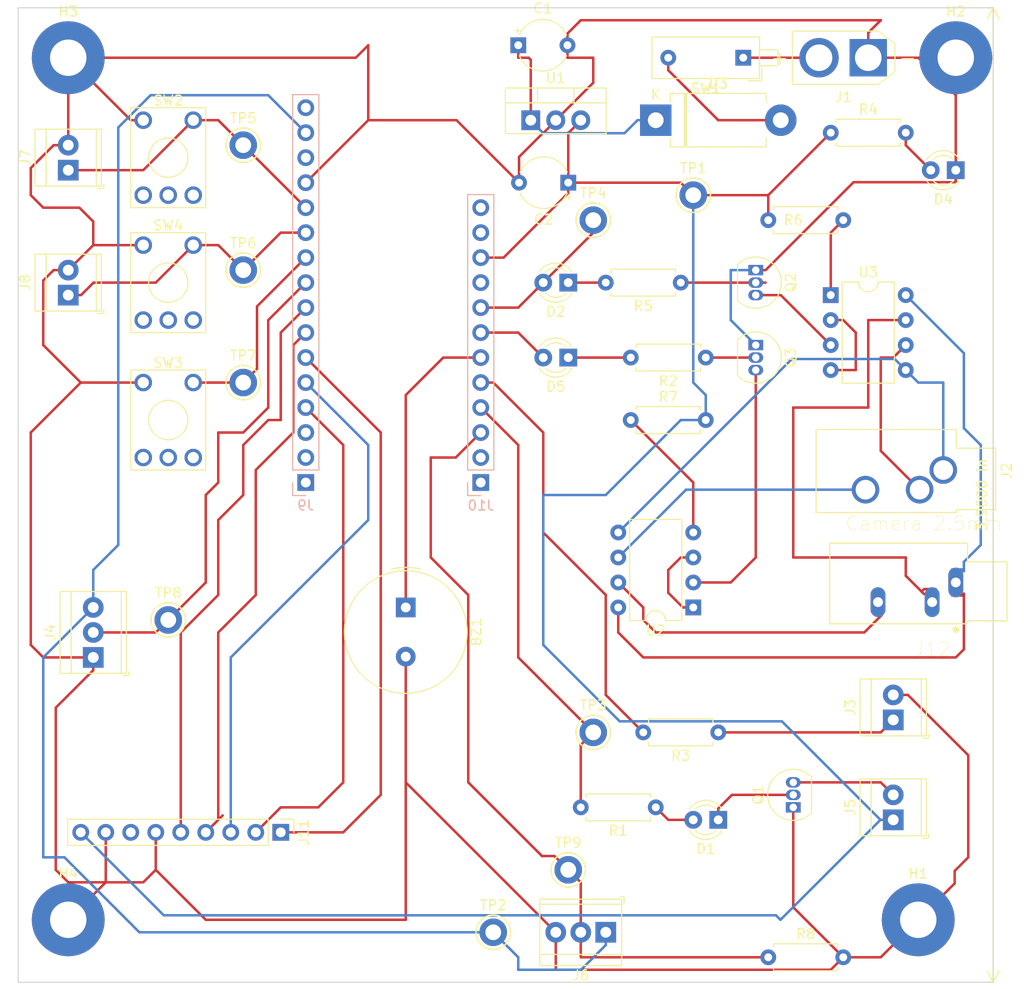
<source format=kicad_pcb>
(kicad_pcb (version 20171130) (host pcbnew "(5.1.4)-1")

  (general
    (thickness 1.6)
    (drawings 5)
    (tracks 310)
    (zones 0)
    (modules 51)
    (nets 54)
  )

  (page A4)
  (layers
    (0 F.Cu signal)
    (31 B.Cu signal)
    (32 B.Adhes user)
    (33 F.Adhes user)
    (34 B.Paste user)
    (35 F.Paste user)
    (36 B.SilkS user)
    (37 F.SilkS user)
    (38 B.Mask user)
    (39 F.Mask user)
    (40 Dwgs.User user)
    (41 Cmts.User user)
    (42 Eco1.User user)
    (43 Eco2.User user hide)
    (44 Edge.Cuts user)
    (45 Margin user)
    (46 B.CrtYd user)
    (47 F.CrtYd user)
    (48 B.Fab user)
    (49 F.Fab user)
  )

  (setup
    (last_trace_width 0.25)
    (trace_clearance 0.2)
    (zone_clearance 0.508)
    (zone_45_only no)
    (trace_min 0.2)
    (via_size 0.8)
    (via_drill 0.4)
    (via_min_size 0.4)
    (via_min_drill 0.3)
    (uvia_size 0.3)
    (uvia_drill 0.1)
    (uvias_allowed no)
    (uvia_min_size 0.2)
    (uvia_min_drill 0.1)
    (edge_width 0.1)
    (segment_width 0.2)
    (pcb_text_width 0.3)
    (pcb_text_size 1.5 1.5)
    (mod_edge_width 0.15)
    (mod_text_size 1 1)
    (mod_text_width 0.15)
    (pad_size 1.524 1.524)
    (pad_drill 0.762)
    (pad_to_mask_clearance 0)
    (aux_axis_origin 0 0)
    (visible_elements 7FFFFFFF)
    (pcbplotparams
      (layerselection 0x010fc_ffffffff)
      (usegerberextensions false)
      (usegerberattributes false)
      (usegerberadvancedattributes false)
      (creategerberjobfile false)
      (excludeedgelayer true)
      (linewidth 0.100000)
      (plotframeref false)
      (viasonmask false)
      (mode 1)
      (useauxorigin false)
      (hpglpennumber 1)
      (hpglpenspeed 20)
      (hpglpendiameter 15.000000)
      (psnegative false)
      (psa4output false)
      (plotreference true)
      (plotvalue true)
      (plotinvisibletext false)
      (padsonsilk false)
      (subtractmaskfromsilk false)
      (outputformat 1)
      (mirror false)
      (drillshape 0)
      (scaleselection 1)
      (outputdirectory "./"))
  )

  (net 0 "")
  (net 1 GND)
  (net 2 Buzzer)
  (net 3 "Net-(C1-Pad1)")
  (net 4 +5V)
  (net 5 "Net-(D1-Pad2)")
  (net 6 "Net-(D1-Pad1)")
  (net 7 Shutter)
  (net 8 "Net-(D2-Pad1)")
  (net 9 "Net-(D3-Pad2)")
  (net 10 "Net-(D4-Pad2)")
  (net 11 Focus)
  (net 12 "Net-(D5-Pad1)")
  (net 13 +7.5V)
  (net 14 "Net-(J2-PadR)")
  (net 15 "Net-(J2-PadT)")
  (net 16 "Net-(J2-PadS)")
  (net 17 "Net-(J3-Pad1)")
  (net 18 +3V3)
  (net 19 AuxIn)
  (net 20 "Net-(J5-Pad2)")
  (net 21 SensorIn)
  (net 22 PbTrigIn)
  (net 23 ArmIn)
  (net 24 /~RST)
  (net 25 /AREF)
  (net 26 Poll)
  (net 27 IRQ)
  (net 28 CS)
  (net 29 SCK)
  (net 30 MOSI)
  (net 31 MISO)
  (net 32 /RX)
  (net 33 /TX)
  (net 34 /FREE)
  (net 35 /VBAT)
  (net 36 /EN)
  (net 37 /13)
  (net 38 AuxOut)
  (net 39 ArmInd)
  (net 40 /SCL)
  (net 41 /SDA)
  (net 42 "Net-(J11-Pad7)")
  (net 43 "Net-(J12-PadR)")
  (net 44 "Net-(J12-PadT)")
  (net 45 "Net-(J12-PadS)")
  (net 46 "Net-(Q2-Pad3)")
  (net 47 "Net-(Q2-Pad2)")
  (net 48 "Net-(Q3-Pad3)")
  (net 49 "Net-(Q3-Pad2)")
  (net 50 "Net-(R6-Pad1)")
  (net 51 "Net-(R7-Pad1)")
  (net 52 "Net-(U2-Pad1)")
  (net 53 "Net-(U3-Pad2)")

  (net_class Default "This is the default net class."
    (clearance 0.2)
    (trace_width 0.25)
    (via_dia 0.8)
    (via_drill 0.4)
    (uvia_dia 0.3)
    (uvia_drill 0.1)
    (add_net +3V3)
    (add_net +5V)
    (add_net +7.5V)
    (add_net /13)
    (add_net /AREF)
    (add_net /EN)
    (add_net /FREE)
    (add_net /RX)
    (add_net /SCL)
    (add_net /SDA)
    (add_net /TX)
    (add_net /VBAT)
    (add_net /~RST)
    (add_net ArmIn)
    (add_net ArmInd)
    (add_net AuxIn)
    (add_net AuxOut)
    (add_net Buzzer)
    (add_net CS)
    (add_net Focus)
    (add_net GND)
    (add_net IRQ)
    (add_net MISO)
    (add_net MOSI)
    (add_net "Net-(C1-Pad1)")
    (add_net "Net-(D1-Pad1)")
    (add_net "Net-(D1-Pad2)")
    (add_net "Net-(D2-Pad1)")
    (add_net "Net-(D3-Pad2)")
    (add_net "Net-(D4-Pad2)")
    (add_net "Net-(D5-Pad1)")
    (add_net "Net-(J11-Pad7)")
    (add_net "Net-(J12-PadR)")
    (add_net "Net-(J12-PadS)")
    (add_net "Net-(J12-PadT)")
    (add_net "Net-(J2-PadR)")
    (add_net "Net-(J2-PadS)")
    (add_net "Net-(J2-PadT)")
    (add_net "Net-(J3-Pad1)")
    (add_net "Net-(J5-Pad2)")
    (add_net "Net-(Q2-Pad2)")
    (add_net "Net-(Q2-Pad3)")
    (add_net "Net-(Q3-Pad2)")
    (add_net "Net-(Q3-Pad3)")
    (add_net "Net-(R6-Pad1)")
    (add_net "Net-(R7-Pad1)")
    (add_net "Net-(U2-Pad1)")
    (add_net "Net-(U3-Pad2)")
    (add_net PbTrigIn)
    (add_net Poll)
    (add_net SCK)
    (add_net SensorIn)
    (add_net Shutter)
  )

  (module Button_Switch_THT:SW_DIP_SPSTx01_Piano_10.8x4.1mm_W7.62mm_P2.54mm (layer F.Cu) (tedit 5A4E1404) (tstamp 5E12A9B8)
    (at 86.36 17.78 180)
    (descr "1x-dip-switch SPST , Piano, row spacing 7.62 mm (300 mils), body size 10.8x4.1mm")
    (tags "DIP Switch SPST Piano 7.62mm 300mil")
    (path /5DFF1911)
    (fp_text reference SW1 (at 3.81 -3.11) (layer F.SilkS)
      (effects (font (size 1 1) (thickness 0.15)))
    )
    (fp_text value SW_Power (at 3.81 3.11) (layer F.Fab)
      (effects (font (size 1 1) (thickness 0.15)))
    )
    (fp_text user %R (at 3.81 0) (layer F.Fab)
      (effects (font (size 0.6 0.6) (thickness 0.09)))
    )
    (fp_line (start 9.5 -2.4) (end -3.65 -2.4) (layer F.CrtYd) (width 0.05))
    (fp_line (start 9.5 2.4) (end 9.5 -2.4) (layer F.CrtYd) (width 0.05))
    (fp_line (start -3.65 2.4) (end 9.5 2.4) (layer F.CrtYd) (width 0.05))
    (fp_line (start -3.65 -2.4) (end -3.65 2.4) (layer F.CrtYd) (width 0.05))
    (fp_line (start -1.65 -0.81) (end -1.65 0.81) (layer F.SilkS) (width 0.12))
    (fp_line (start -3.51 -0.81) (end -3.51 0.81) (layer F.SilkS) (width 0.12))
    (fp_line (start -3.51 0.81) (end -1.65 0.81) (layer F.SilkS) (width 0.12))
    (fp_line (start -3.51 -0.81) (end -1.65 -0.81) (layer F.SilkS) (width 0.12))
    (fp_line (start -1.89 -2.35) (end -1.89 -0.967) (layer F.SilkS) (width 0.12))
    (fp_line (start -1.89 -2.35) (end -0.507 -2.35) (layer F.SilkS) (width 0.12))
    (fp_line (start 9.27 -2.11) (end 9.27 2.11) (layer F.SilkS) (width 0.12))
    (fp_line (start -1.65 -2.11) (end -1.65 2.11) (layer F.SilkS) (width 0.12))
    (fp_line (start -1.65 2.11) (end 9.27 2.11) (layer F.SilkS) (width 0.12))
    (fp_line (start -1.65 -2.11) (end 9.27 -2.11) (layer F.SilkS) (width 0.12))
    (fp_line (start -3.39 -0.75) (end -1.59 -0.75) (layer F.Fab) (width 0.1))
    (fp_line (start -3.39 0.75) (end -3.39 -0.75) (layer F.Fab) (width 0.1))
    (fp_line (start -1.59 0.75) (end -3.39 0.75) (layer F.Fab) (width 0.1))
    (fp_line (start -1.59 -0.75) (end -1.59 0.75) (layer F.Fab) (width 0.1))
    (fp_line (start -1.59 -1.05) (end -0.59 -2.05) (layer F.Fab) (width 0.1))
    (fp_line (start -1.59 2.05) (end -1.59 -1.05) (layer F.Fab) (width 0.1))
    (fp_line (start 9.21 2.05) (end -1.59 2.05) (layer F.Fab) (width 0.1))
    (fp_line (start 9.21 -2.05) (end 9.21 2.05) (layer F.Fab) (width 0.1))
    (fp_line (start -0.59 -2.05) (end 9.21 -2.05) (layer F.Fab) (width 0.1))
    (pad 2 thru_hole oval (at 7.62 0 180) (size 1.6 1.6) (drill 0.8) (layers *.Cu *.Mask)
      (net 9 "Net-(D3-Pad2)"))
    (pad 1 thru_hole rect (at 0 0 180) (size 1.6 1.6) (drill 0.8) (layers *.Cu *.Mask)
      (net 13 +7.5V))
    (model ${KISYS3DMOD}/Button_Switch_THT.3dshapes/SW_DIP_SPSTx01_Piano_10.8x4.1mm_W7.62mm_P2.54mm.wrl
      (at (xyz 0 0 0))
      (scale (xyz 1 1 1))
      (rotate (xyz 0 0 90))
    )
  )

  (module Package_DIP:DIP-8_W7.62mm (layer F.Cu) (tedit 5A02E8C5) (tstamp 5E12AAC4)
    (at 95.25 41.91)
    (descr "8-lead though-hole mounted DIP package, row spacing 7.62 mm (300 mils)")
    (tags "THT DIP DIL PDIP 2.54mm 7.62mm 300mil")
    (path /5E397B3D)
    (fp_text reference U3 (at 3.81 -2.33) (layer F.SilkS)
      (effects (font (size 1 1) (thickness 0.15)))
    )
    (fp_text value ILD74 (at 3.81 9.95) (layer F.Fab)
      (effects (font (size 1 1) (thickness 0.15)))
    )
    (fp_text user %R (at 3.81 3.81) (layer F.Fab)
      (effects (font (size 1 1) (thickness 0.15)))
    )
    (fp_line (start 8.7 -1.55) (end -1.1 -1.55) (layer F.CrtYd) (width 0.05))
    (fp_line (start 8.7 9.15) (end 8.7 -1.55) (layer F.CrtYd) (width 0.05))
    (fp_line (start -1.1 9.15) (end 8.7 9.15) (layer F.CrtYd) (width 0.05))
    (fp_line (start -1.1 -1.55) (end -1.1 9.15) (layer F.CrtYd) (width 0.05))
    (fp_line (start 6.46 -1.33) (end 4.81 -1.33) (layer F.SilkS) (width 0.12))
    (fp_line (start 6.46 8.95) (end 6.46 -1.33) (layer F.SilkS) (width 0.12))
    (fp_line (start 1.16 8.95) (end 6.46 8.95) (layer F.SilkS) (width 0.12))
    (fp_line (start 1.16 -1.33) (end 1.16 8.95) (layer F.SilkS) (width 0.12))
    (fp_line (start 2.81 -1.33) (end 1.16 -1.33) (layer F.SilkS) (width 0.12))
    (fp_line (start 0.635 -0.27) (end 1.635 -1.27) (layer F.Fab) (width 0.1))
    (fp_line (start 0.635 8.89) (end 0.635 -0.27) (layer F.Fab) (width 0.1))
    (fp_line (start 6.985 8.89) (end 0.635 8.89) (layer F.Fab) (width 0.1))
    (fp_line (start 6.985 -1.27) (end 6.985 8.89) (layer F.Fab) (width 0.1))
    (fp_line (start 1.635 -1.27) (end 6.985 -1.27) (layer F.Fab) (width 0.1))
    (fp_arc (start 3.81 -1.33) (end 2.81 -1.33) (angle -180) (layer F.SilkS) (width 0.12))
    (pad 8 thru_hole oval (at 7.62 0) (size 1.6 1.6) (drill 0.8) (layers *.Cu *.Mask)
      (net 45 "Net-(J12-PadS)"))
    (pad 4 thru_hole oval (at 0 7.62) (size 1.6 1.6) (drill 0.8) (layers *.Cu *.Mask)
      (net 53 "Net-(U3-Pad2)"))
    (pad 7 thru_hole oval (at 7.62 2.54) (size 1.6 1.6) (drill 0.8) (layers *.Cu *.Mask)
      (net 44 "Net-(J12-PadT)"))
    (pad 3 thru_hole oval (at 0 5.08) (size 1.6 1.6) (drill 0.8) (layers *.Cu *.Mask)
      (net 46 "Net-(Q2-Pad3)"))
    (pad 6 thru_hole oval (at 7.62 5.08) (size 1.6 1.6) (drill 0.8) (layers *.Cu *.Mask)
      (net 15 "Net-(J2-PadT)"))
    (pad 2 thru_hole oval (at 0 2.54) (size 1.6 1.6) (drill 0.8) (layers *.Cu *.Mask)
      (net 53 "Net-(U3-Pad2)"))
    (pad 5 thru_hole oval (at 7.62 7.62) (size 1.6 1.6) (drill 0.8) (layers *.Cu *.Mask)
      (net 16 "Net-(J2-PadS)"))
    (pad 1 thru_hole rect (at 0 0) (size 1.6 1.6) (drill 0.8) (layers *.Cu *.Mask)
      (net 50 "Net-(R6-Pad1)"))
    (model ${KISYS3DMOD}/Package_DIP.3dshapes/DIP-8_W7.62mm.wrl
      (at (xyz 0 0 0))
      (scale (xyz 1 1 1))
      (rotate (xyz 0 0 0))
    )
  )

  (module Package_DIP:DIP-8_W7.62mm (layer F.Cu) (tedit 5A02E8C5) (tstamp 5E12AAA8)
    (at 81.28 73.66 180)
    (descr "8-lead though-hole mounted DIP package, row spacing 7.62 mm (300 mils)")
    (tags "THT DIP DIL PDIP 2.54mm 7.62mm 300mil")
    (path /5E3F11E4)
    (fp_text reference U2 (at 3.81 -2.33) (layer F.SilkS)
      (effects (font (size 1 1) (thickness 0.15)))
    )
    (fp_text value ILD74 (at 3.81 9.95) (layer F.Fab)
      (effects (font (size 1 1) (thickness 0.15)))
    )
    (fp_text user %R (at 3.81 3.81) (layer F.Fab)
      (effects (font (size 1 1) (thickness 0.15)))
    )
    (fp_line (start 8.7 -1.55) (end -1.1 -1.55) (layer F.CrtYd) (width 0.05))
    (fp_line (start 8.7 9.15) (end 8.7 -1.55) (layer F.CrtYd) (width 0.05))
    (fp_line (start -1.1 9.15) (end 8.7 9.15) (layer F.CrtYd) (width 0.05))
    (fp_line (start -1.1 -1.55) (end -1.1 9.15) (layer F.CrtYd) (width 0.05))
    (fp_line (start 6.46 -1.33) (end 4.81 -1.33) (layer F.SilkS) (width 0.12))
    (fp_line (start 6.46 8.95) (end 6.46 -1.33) (layer F.SilkS) (width 0.12))
    (fp_line (start 1.16 8.95) (end 6.46 8.95) (layer F.SilkS) (width 0.12))
    (fp_line (start 1.16 -1.33) (end 1.16 8.95) (layer F.SilkS) (width 0.12))
    (fp_line (start 2.81 -1.33) (end 1.16 -1.33) (layer F.SilkS) (width 0.12))
    (fp_line (start 0.635 -0.27) (end 1.635 -1.27) (layer F.Fab) (width 0.1))
    (fp_line (start 0.635 8.89) (end 0.635 -0.27) (layer F.Fab) (width 0.1))
    (fp_line (start 6.985 8.89) (end 0.635 8.89) (layer F.Fab) (width 0.1))
    (fp_line (start 6.985 -1.27) (end 6.985 8.89) (layer F.Fab) (width 0.1))
    (fp_line (start 1.635 -1.27) (end 6.985 -1.27) (layer F.Fab) (width 0.1))
    (fp_arc (start 3.81 -1.33) (end 2.81 -1.33) (angle -180) (layer F.SilkS) (width 0.12))
    (pad 8 thru_hole oval (at 7.62 0 180) (size 1.6 1.6) (drill 0.8) (layers *.Cu *.Mask)
      (net 45 "Net-(J12-PadS)"))
    (pad 4 thru_hole oval (at 0 7.62 180) (size 1.6 1.6) (drill 0.8) (layers *.Cu *.Mask)
      (net 51 "Net-(R7-Pad1)"))
    (pad 7 thru_hole oval (at 7.62 2.54 180) (size 1.6 1.6) (drill 0.8) (layers *.Cu *.Mask)
      (net 43 "Net-(J12-PadR)"))
    (pad 3 thru_hole oval (at 0 5.08 180) (size 1.6 1.6) (drill 0.8) (layers *.Cu *.Mask)
      (net 52 "Net-(U2-Pad1)"))
    (pad 6 thru_hole oval (at 7.62 5.08 180) (size 1.6 1.6) (drill 0.8) (layers *.Cu *.Mask)
      (net 14 "Net-(J2-PadR)"))
    (pad 2 thru_hole oval (at 0 2.54 180) (size 1.6 1.6) (drill 0.8) (layers *.Cu *.Mask)
      (net 48 "Net-(Q3-Pad3)"))
    (pad 5 thru_hole oval (at 7.62 7.62 180) (size 1.6 1.6) (drill 0.8) (layers *.Cu *.Mask)
      (net 16 "Net-(J2-PadS)"))
    (pad 1 thru_hole rect (at 0 0 180) (size 1.6 1.6) (drill 0.8) (layers *.Cu *.Mask)
      (net 52 "Net-(U2-Pad1)"))
    (model ${KISYS3DMOD}/Package_DIP.3dshapes/DIP-8_W7.62mm.wrl
      (at (xyz 0 0 0))
      (scale (xyz 1 1 1))
      (rotate (xyz 0 0 0))
    )
  )

  (module Package_TO_SOT_THT:TO-220-3_Vertical (layer F.Cu) (tedit 5AC8BA0D) (tstamp 5E12AA8C)
    (at 64.77 24.13)
    (descr "TO-220-3, Vertical, RM 2.54mm, see https://www.vishay.com/docs/66542/to-220-1.pdf")
    (tags "TO-220-3 Vertical RM 2.54mm")
    (path /5DFD7997)
    (fp_text reference U1 (at 2.54 -4.27) (layer F.SilkS)
      (effects (font (size 1 1) (thickness 0.15)))
    )
    (fp_text value LM7805_TO220 (at 2.54 2.5) (layer F.Fab)
      (effects (font (size 1 1) (thickness 0.15)))
    )
    (fp_text user %R (at 2.54 -4.27) (layer F.Fab)
      (effects (font (size 1 1) (thickness 0.15)))
    )
    (fp_line (start 7.79 -3.4) (end -2.71 -3.4) (layer F.CrtYd) (width 0.05))
    (fp_line (start 7.79 1.51) (end 7.79 -3.4) (layer F.CrtYd) (width 0.05))
    (fp_line (start -2.71 1.51) (end 7.79 1.51) (layer F.CrtYd) (width 0.05))
    (fp_line (start -2.71 -3.4) (end -2.71 1.51) (layer F.CrtYd) (width 0.05))
    (fp_line (start 4.391 -3.27) (end 4.391 -1.76) (layer F.SilkS) (width 0.12))
    (fp_line (start 0.69 -3.27) (end 0.69 -1.76) (layer F.SilkS) (width 0.12))
    (fp_line (start -2.58 -1.76) (end 7.66 -1.76) (layer F.SilkS) (width 0.12))
    (fp_line (start 7.66 -3.27) (end 7.66 1.371) (layer F.SilkS) (width 0.12))
    (fp_line (start -2.58 -3.27) (end -2.58 1.371) (layer F.SilkS) (width 0.12))
    (fp_line (start -2.58 1.371) (end 7.66 1.371) (layer F.SilkS) (width 0.12))
    (fp_line (start -2.58 -3.27) (end 7.66 -3.27) (layer F.SilkS) (width 0.12))
    (fp_line (start 4.39 -3.15) (end 4.39 -1.88) (layer F.Fab) (width 0.1))
    (fp_line (start 0.69 -3.15) (end 0.69 -1.88) (layer F.Fab) (width 0.1))
    (fp_line (start -2.46 -1.88) (end 7.54 -1.88) (layer F.Fab) (width 0.1))
    (fp_line (start 7.54 -3.15) (end -2.46 -3.15) (layer F.Fab) (width 0.1))
    (fp_line (start 7.54 1.25) (end 7.54 -3.15) (layer F.Fab) (width 0.1))
    (fp_line (start -2.46 1.25) (end 7.54 1.25) (layer F.Fab) (width 0.1))
    (fp_line (start -2.46 -3.15) (end -2.46 1.25) (layer F.Fab) (width 0.1))
    (pad 3 thru_hole oval (at 5.08 0) (size 1.905 2) (drill 1.1) (layers *.Cu *.Mask)
      (net 4 +5V))
    (pad 2 thru_hole oval (at 2.54 0) (size 1.905 2) (drill 1.1) (layers *.Cu *.Mask)
      (net 1 GND))
    (pad 1 thru_hole rect (at 0 0) (size 1.905 2) (drill 1.1) (layers *.Cu *.Mask)
      (net 3 "Net-(C1-Pad1)"))
    (model ${KISYS3DMOD}/Package_TO_SOT_THT.3dshapes/TO-220-3_Vertical.wrl
      (at (xyz 0 0 0))
      (scale (xyz 1 1 1))
      (rotate (xyz 0 0 0))
    )
  )

  (module TestPoint:TestPoint_Keystone_5010-5014_Multipurpose (layer F.Cu) (tedit 5A0F774F) (tstamp 5E12AA72)
    (at 68.58 100.33)
    (descr "Keystone Miniature THM Test Point 5010-5014, http://www.keyelco.com/product-pdf.cfm?p=1319")
    (tags "Through Hole Mount Test Points")
    (path /5E178BFD)
    (fp_text reference TP9 (at 0 -2.75) (layer F.SilkS)
      (effects (font (size 1 1) (thickness 0.15)))
    )
    (fp_text value LowHighIn (at 0 2.75) (layer F.Fab)
      (effects (font (size 1 1) (thickness 0.15)))
    )
    (fp_circle (center 0 0) (end 1.75 0) (layer F.SilkS) (width 0.15))
    (fp_circle (center 0 0) (end 1.6 0) (layer F.Fab) (width 0.15))
    (fp_circle (center 0 0) (end 2 0) (layer F.CrtYd) (width 0.05))
    (fp_line (start -1.25 0.4) (end -1.25 -0.4) (layer F.Fab) (width 0.15))
    (fp_line (start 1.25 0.4) (end -1.25 0.4) (layer F.Fab) (width 0.15))
    (fp_line (start 1.25 -0.4) (end 1.25 0.4) (layer F.Fab) (width 0.15))
    (fp_line (start -1.25 -0.4) (end 1.25 -0.4) (layer F.Fab) (width 0.15))
    (fp_text user %R (at 0 0) (layer F.Fab)
      (effects (font (size 0.6 0.6) (thickness 0.09)))
    )
    (pad 1 thru_hole circle (at 0 0) (size 2.8 2.8) (drill 1.6) (layers *.Cu *.Mask)
      (net 21 SensorIn))
    (model ${KISYS3DMOD}/TestPoint.3dshapes/TestPoint_Keystone_5010-5014_Multipurpose.wrl
      (at (xyz 0 0 0))
      (scale (xyz 1 1 1))
      (rotate (xyz 0 0 0))
    )
  )

  (module TestPoint:TestPoint_Keystone_5010-5014_Multipurpose (layer F.Cu) (tedit 5A0F774F) (tstamp 5E12AA65)
    (at 27.94 74.93)
    (descr "Keystone Miniature THM Test Point 5010-5014, http://www.keyelco.com/product-pdf.cfm?p=1319")
    (tags "Through Hole Mount Test Points")
    (path /5E17788C)
    (fp_text reference TP8 (at 0 -2.75) (layer F.SilkS)
      (effects (font (size 1 1) (thickness 0.15)))
    )
    (fp_text value HighLowIn (at 0 2.75) (layer F.Fab)
      (effects (font (size 1 1) (thickness 0.15)))
    )
    (fp_circle (center 0 0) (end 1.75 0) (layer F.SilkS) (width 0.15))
    (fp_circle (center 0 0) (end 1.6 0) (layer F.Fab) (width 0.15))
    (fp_circle (center 0 0) (end 2 0) (layer F.CrtYd) (width 0.05))
    (fp_line (start -1.25 0.4) (end -1.25 -0.4) (layer F.Fab) (width 0.15))
    (fp_line (start 1.25 0.4) (end -1.25 0.4) (layer F.Fab) (width 0.15))
    (fp_line (start 1.25 -0.4) (end 1.25 0.4) (layer F.Fab) (width 0.15))
    (fp_line (start -1.25 -0.4) (end 1.25 -0.4) (layer F.Fab) (width 0.15))
    (fp_text user %R (at 0 0) (layer F.Fab)
      (effects (font (size 0.6 0.6) (thickness 0.09)))
    )
    (pad 1 thru_hole circle (at 0 0) (size 2.8 2.8) (drill 1.6) (layers *.Cu *.Mask)
      (net 19 AuxIn))
    (model ${KISYS3DMOD}/TestPoint.3dshapes/TestPoint_Keystone_5010-5014_Multipurpose.wrl
      (at (xyz 0 0 0))
      (scale (xyz 1 1 1))
      (rotate (xyz 0 0 0))
    )
  )

  (module TestPoint:TestPoint_Keystone_5010-5014_Multipurpose (layer F.Cu) (tedit 5A0F774F) (tstamp 5E12AA58)
    (at 35.56 50.8)
    (descr "Keystone Miniature THM Test Point 5010-5014, http://www.keyelco.com/product-pdf.cfm?p=1319")
    (tags "Through Hole Mount Test Points")
    (path /5E176E86)
    (fp_text reference TP7 (at 0 -2.75) (layer F.SilkS)
      (effects (font (size 1 1) (thickness 0.15)))
    )
    (fp_text value Poll (at 0 2.75) (layer F.Fab)
      (effects (font (size 1 1) (thickness 0.15)))
    )
    (fp_circle (center 0 0) (end 1.75 0) (layer F.SilkS) (width 0.15))
    (fp_circle (center 0 0) (end 1.6 0) (layer F.Fab) (width 0.15))
    (fp_circle (center 0 0) (end 2 0) (layer F.CrtYd) (width 0.05))
    (fp_line (start -1.25 0.4) (end -1.25 -0.4) (layer F.Fab) (width 0.15))
    (fp_line (start 1.25 0.4) (end -1.25 0.4) (layer F.Fab) (width 0.15))
    (fp_line (start 1.25 -0.4) (end 1.25 0.4) (layer F.Fab) (width 0.15))
    (fp_line (start -1.25 -0.4) (end 1.25 -0.4) (layer F.Fab) (width 0.15))
    (fp_text user %R (at 0 0) (layer F.Fab)
      (effects (font (size 0.6 0.6) (thickness 0.09)))
    )
    (pad 1 thru_hole circle (at 0 0) (size 2.8 2.8) (drill 1.6) (layers *.Cu *.Mask)
      (net 26 Poll))
    (model ${KISYS3DMOD}/TestPoint.3dshapes/TestPoint_Keystone_5010-5014_Multipurpose.wrl
      (at (xyz 0 0 0))
      (scale (xyz 1 1 1))
      (rotate (xyz 0 0 0))
    )
  )

  (module TestPoint:TestPoint_Keystone_5010-5014_Multipurpose (layer F.Cu) (tedit 5A0F774F) (tstamp 5E12AA4B)
    (at 35.56 39.37)
    (descr "Keystone Miniature THM Test Point 5010-5014, http://www.keyelco.com/product-pdf.cfm?p=1319")
    (tags "Through Hole Mount Test Points")
    (path /5E17664B)
    (fp_text reference TP6 (at 0 -2.75) (layer F.SilkS)
      (effects (font (size 1 1) (thickness 0.15)))
    )
    (fp_text value Arm (at 0 2.75) (layer F.Fab)
      (effects (font (size 1 1) (thickness 0.15)))
    )
    (fp_circle (center 0 0) (end 1.75 0) (layer F.SilkS) (width 0.15))
    (fp_circle (center 0 0) (end 1.6 0) (layer F.Fab) (width 0.15))
    (fp_circle (center 0 0) (end 2 0) (layer F.CrtYd) (width 0.05))
    (fp_line (start -1.25 0.4) (end -1.25 -0.4) (layer F.Fab) (width 0.15))
    (fp_line (start 1.25 0.4) (end -1.25 0.4) (layer F.Fab) (width 0.15))
    (fp_line (start 1.25 -0.4) (end 1.25 0.4) (layer F.Fab) (width 0.15))
    (fp_line (start -1.25 -0.4) (end 1.25 -0.4) (layer F.Fab) (width 0.15))
    (fp_text user %R (at 0 0) (layer F.Fab)
      (effects (font (size 0.6 0.6) (thickness 0.09)))
    )
    (pad 1 thru_hole circle (at 0 0) (size 2.8 2.8) (drill 1.6) (layers *.Cu *.Mask)
      (net 23 ArmIn))
    (model ${KISYS3DMOD}/TestPoint.3dshapes/TestPoint_Keystone_5010-5014_Multipurpose.wrl
      (at (xyz 0 0 0))
      (scale (xyz 1 1 1))
      (rotate (xyz 0 0 0))
    )
  )

  (module TestPoint:TestPoint_Keystone_5010-5014_Multipurpose (layer F.Cu) (tedit 5A0F774F) (tstamp 5E12AA3E)
    (at 35.56 26.67)
    (descr "Keystone Miniature THM Test Point 5010-5014, http://www.keyelco.com/product-pdf.cfm?p=1319")
    (tags "Through Hole Mount Test Points")
    (path /5E175C9E)
    (fp_text reference TP5 (at 0 -2.75) (layer F.SilkS)
      (effects (font (size 1 1) (thickness 0.15)))
    )
    (fp_text value Trigger (at 0 2.75) (layer F.Fab)
      (effects (font (size 1 1) (thickness 0.15)))
    )
    (fp_circle (center 0 0) (end 1.75 0) (layer F.SilkS) (width 0.15))
    (fp_circle (center 0 0) (end 1.6 0) (layer F.Fab) (width 0.15))
    (fp_circle (center 0 0) (end 2 0) (layer F.CrtYd) (width 0.05))
    (fp_line (start -1.25 0.4) (end -1.25 -0.4) (layer F.Fab) (width 0.15))
    (fp_line (start 1.25 0.4) (end -1.25 0.4) (layer F.Fab) (width 0.15))
    (fp_line (start 1.25 -0.4) (end 1.25 0.4) (layer F.Fab) (width 0.15))
    (fp_line (start -1.25 -0.4) (end 1.25 -0.4) (layer F.Fab) (width 0.15))
    (fp_text user %R (at 0 0) (layer F.Fab)
      (effects (font (size 0.6 0.6) (thickness 0.09)))
    )
    (pad 1 thru_hole circle (at 0 0) (size 2.8 2.8) (drill 1.6) (layers *.Cu *.Mask)
      (net 22 PbTrigIn))
    (model ${KISYS3DMOD}/TestPoint.3dshapes/TestPoint_Keystone_5010-5014_Multipurpose.wrl
      (at (xyz 0 0 0))
      (scale (xyz 1 1 1))
      (rotate (xyz 0 0 0))
    )
  )

  (module TestPoint:TestPoint_Keystone_5010-5014_Multipurpose (layer F.Cu) (tedit 5A0F774F) (tstamp 5E12AA31)
    (at 71.12 34.29)
    (descr "Keystone Miniature THM Test Point 5010-5014, http://www.keyelco.com/product-pdf.cfm?p=1319")
    (tags "Through Hole Mount Test Points")
    (path /5E16AFA8)
    (fp_text reference TP4 (at 0 -2.75) (layer F.SilkS)
      (effects (font (size 1 1) (thickness 0.15)))
    )
    (fp_text value Fire (at 0 2.75) (layer F.Fab)
      (effects (font (size 1 1) (thickness 0.15)))
    )
    (fp_circle (center 0 0) (end 1.75 0) (layer F.SilkS) (width 0.15))
    (fp_circle (center 0 0) (end 1.6 0) (layer F.Fab) (width 0.15))
    (fp_circle (center 0 0) (end 2 0) (layer F.CrtYd) (width 0.05))
    (fp_line (start -1.25 0.4) (end -1.25 -0.4) (layer F.Fab) (width 0.15))
    (fp_line (start 1.25 0.4) (end -1.25 0.4) (layer F.Fab) (width 0.15))
    (fp_line (start 1.25 -0.4) (end 1.25 0.4) (layer F.Fab) (width 0.15))
    (fp_line (start -1.25 -0.4) (end 1.25 -0.4) (layer F.Fab) (width 0.15))
    (fp_text user %R (at 0 0) (layer F.Fab)
      (effects (font (size 0.6 0.6) (thickness 0.09)))
    )
    (pad 1 thru_hole circle (at 0 0) (size 2.8 2.8) (drill 1.6) (layers *.Cu *.Mask)
      (net 7 Shutter))
    (model ${KISYS3DMOD}/TestPoint.3dshapes/TestPoint_Keystone_5010-5014_Multipurpose.wrl
      (at (xyz 0 0 0))
      (scale (xyz 1 1 1))
      (rotate (xyz 0 0 0))
    )
  )

  (module TestPoint:TestPoint_Keystone_5010-5014_Multipurpose (layer F.Cu) (tedit 5A0F774F) (tstamp 5E12AA24)
    (at 71.12 86.36)
    (descr "Keystone Miniature THM Test Point 5010-5014, http://www.keyelco.com/product-pdf.cfm?p=1319")
    (tags "Through Hole Mount Test Points")
    (path /5E15FDFD)
    (fp_text reference TP3 (at 0 -2.75) (layer F.SilkS)
      (effects (font (size 1 1) (thickness 0.15)))
    )
    (fp_text value Arm (at 0 2.75) (layer F.Fab)
      (effects (font (size 1 1) (thickness 0.15)))
    )
    (fp_circle (center 0 0) (end 1.75 0) (layer F.SilkS) (width 0.15))
    (fp_circle (center 0 0) (end 1.6 0) (layer F.Fab) (width 0.15))
    (fp_circle (center 0 0) (end 2 0) (layer F.CrtYd) (width 0.05))
    (fp_line (start -1.25 0.4) (end -1.25 -0.4) (layer F.Fab) (width 0.15))
    (fp_line (start 1.25 0.4) (end -1.25 0.4) (layer F.Fab) (width 0.15))
    (fp_line (start 1.25 -0.4) (end 1.25 0.4) (layer F.Fab) (width 0.15))
    (fp_line (start -1.25 -0.4) (end 1.25 -0.4) (layer F.Fab) (width 0.15))
    (fp_text user %R (at 0 0) (layer F.Fab)
      (effects (font (size 0.6 0.6) (thickness 0.09)))
    )
    (pad 1 thru_hole circle (at 0 0) (size 2.8 2.8) (drill 1.6) (layers *.Cu *.Mask)
      (net 39 ArmInd))
    (model ${KISYS3DMOD}/TestPoint.3dshapes/TestPoint_Keystone_5010-5014_Multipurpose.wrl
      (at (xyz 0 0 0))
      (scale (xyz 1 1 1))
      (rotate (xyz 0 0 0))
    )
  )

  (module TestPoint:TestPoint_Keystone_5010-5014_Multipurpose (layer F.Cu) (tedit 5A0F774F) (tstamp 5E12AA17)
    (at 60.96 106.68)
    (descr "Keystone Miniature THM Test Point 5010-5014, http://www.keyelco.com/product-pdf.cfm?p=1319")
    (tags "Through Hole Mount Test Points")
    (path /5E154697)
    (fp_text reference TP2 (at 0 -2.75) (layer F.SilkS)
      (effects (font (size 1 1) (thickness 0.15)))
    )
    (fp_text value +3.3V (at 0 2.75) (layer F.Fab)
      (effects (font (size 1 1) (thickness 0.15)))
    )
    (fp_circle (center 0 0) (end 1.75 0) (layer F.SilkS) (width 0.15))
    (fp_circle (center 0 0) (end 1.6 0) (layer F.Fab) (width 0.15))
    (fp_circle (center 0 0) (end 2 0) (layer F.CrtYd) (width 0.05))
    (fp_line (start -1.25 0.4) (end -1.25 -0.4) (layer F.Fab) (width 0.15))
    (fp_line (start 1.25 0.4) (end -1.25 0.4) (layer F.Fab) (width 0.15))
    (fp_line (start 1.25 -0.4) (end 1.25 0.4) (layer F.Fab) (width 0.15))
    (fp_line (start -1.25 -0.4) (end 1.25 -0.4) (layer F.Fab) (width 0.15))
    (fp_text user %R (at 0 0) (layer F.Fab)
      (effects (font (size 0.6 0.6) (thickness 0.09)))
    )
    (pad 1 thru_hole circle (at 0 0) (size 2.8 2.8) (drill 1.6) (layers *.Cu *.Mask)
      (net 18 +3V3))
    (model ${KISYS3DMOD}/TestPoint.3dshapes/TestPoint_Keystone_5010-5014_Multipurpose.wrl
      (at (xyz 0 0 0))
      (scale (xyz 1 1 1))
      (rotate (xyz 0 0 0))
    )
  )

  (module TestPoint:TestPoint_Keystone_5010-5014_Multipurpose (layer F.Cu) (tedit 5A0F774F) (tstamp 5E12AA0A)
    (at 81.28 31.75)
    (descr "Keystone Miniature THM Test Point 5010-5014, http://www.keyelco.com/product-pdf.cfm?p=1319")
    (tags "Through Hole Mount Test Points")
    (path /5E4F74AD)
    (fp_text reference TP1 (at 0 -2.75) (layer F.SilkS)
      (effects (font (size 1 1) (thickness 0.15)))
    )
    (fp_text value +5V (at 0 2.75) (layer F.Fab)
      (effects (font (size 1 1) (thickness 0.15)))
    )
    (fp_circle (center 0 0) (end 1.75 0) (layer F.SilkS) (width 0.15))
    (fp_circle (center 0 0) (end 1.6 0) (layer F.Fab) (width 0.15))
    (fp_circle (center 0 0) (end 2 0) (layer F.CrtYd) (width 0.05))
    (fp_line (start -1.25 0.4) (end -1.25 -0.4) (layer F.Fab) (width 0.15))
    (fp_line (start 1.25 0.4) (end -1.25 0.4) (layer F.Fab) (width 0.15))
    (fp_line (start 1.25 -0.4) (end 1.25 0.4) (layer F.Fab) (width 0.15))
    (fp_line (start -1.25 -0.4) (end 1.25 -0.4) (layer F.Fab) (width 0.15))
    (fp_text user %R (at 0 0) (layer F.Fab)
      (effects (font (size 0.6 0.6) (thickness 0.09)))
    )
    (pad 1 thru_hole circle (at 0 0) (size 2.8 2.8) (drill 1.6) (layers *.Cu *.Mask)
      (net 4 +5V))
    (model ${KISYS3DMOD}/TestPoint.3dshapes/TestPoint_Keystone_5010-5014_Multipurpose.wrl
      (at (xyz 0 0 0))
      (scale (xyz 1 1 1))
      (rotate (xyz 0 0 0))
    )
  )

  (module Button_Switch_THT:KSA_Tactile_SPST (layer F.Cu) (tedit 5A02FE31) (tstamp 5E12A9FD)
    (at 25.4 36.83)
    (descr "KSA http://www.ckswitches.com/media/1457/ksa_ksl.pdf")
    (tags "SWITCH SMD KSA SW")
    (path /5DFEFCE6)
    (fp_text reference SW4 (at 2.54 -2) (layer F.SilkS)
      (effects (font (size 1 1) (thickness 0.15)))
    )
    (fp_text value SW_Arm (at 2.54 10) (layer F.Fab)
      (effects (font (size 1 1) (thickness 0.15)))
    )
    (fp_line (start 6.24 7.91) (end 6.24 -0.29) (layer F.Fab) (width 0.1))
    (fp_circle (center 2.54 3.81) (end 0.54 3.81) (layer F.SilkS) (width 0.12))
    (fp_line (start 6.49 8.75) (end -1.41 8.75) (layer F.CrtYd) (width 0.05))
    (fp_line (start 6.49 8.75) (end 6.49 -1.14) (layer F.CrtYd) (width 0.05))
    (fp_line (start -1.41 -1.14) (end -1.41 8.75) (layer F.CrtYd) (width 0.05))
    (fp_line (start -1.41 -1.14) (end 6.49 -1.14) (layer F.CrtYd) (width 0.05))
    (fp_line (start -1.27 8.89) (end 6.35 8.89) (layer F.SilkS) (width 0.12))
    (fp_line (start -1.27 -1.27) (end -1.27 8.89) (layer F.SilkS) (width 0.12))
    (fp_line (start -1.27 -1.27) (end 6.35 -1.27) (layer F.SilkS) (width 0.12))
    (fp_line (start 6.35 8.89) (end 6.35 -1.27) (layer F.SilkS) (width 0.12))
    (fp_text user %R (at 2.54 4) (layer F.Fab)
      (effects (font (size 1 1) (thickness 0.15)))
    )
    (fp_line (start -1.16 7.91) (end -1.16 -0.29) (layer F.Fab) (width 0.1))
    (fp_line (start 6.24 -0.29) (end -1.16 -0.29) (layer F.Fab) (width 0.1))
    (fp_line (start -1.16 7.91) (end 6.24 7.91) (layer F.Fab) (width 0.1))
    (pad 5 thru_hole circle (at 0 7.62) (size 1.778 1.778) (drill 1.143) (layers *.Cu *.Mask))
    (pad 4 thru_hole circle (at 2.54 7.62) (size 1.778 1.778) (drill 1.143) (layers *.Cu *.Mask))
    (pad 3 thru_hole circle (at 5.08 7.62) (size 1.778 1.778) (drill 1.143) (layers *.Cu *.Mask))
    (pad 2 thru_hole circle (at 5.08 0) (size 1.778 1.778) (drill 1.143) (layers *.Cu *.Mask)
      (net 23 ArmIn))
    (pad 1 thru_hole circle (at 0 0) (size 1.778 1.778) (drill 1.143) (layers *.Cu *.Mask)
      (net 1 GND))
    (model ${KISYS3DMOD}/Button_Switch_THT.3dshapes/KSA_Tactile_SPST.wrl
      (at (xyz 0 0 0))
      (scale (xyz 1 1 1))
      (rotate (xyz 0 0 0))
    )
  )

  (module Button_Switch_THT:KSA_Tactile_SPST (layer F.Cu) (tedit 5A02FE31) (tstamp 5E12A9E6)
    (at 25.4 50.8)
    (descr "KSA http://www.ckswitches.com/media/1457/ksa_ksl.pdf")
    (tags "SWITCH SMD KSA SW")
    (path /5DFF039B)
    (fp_text reference SW3 (at 2.54 -2) (layer F.SilkS)
      (effects (font (size 1 1) (thickness 0.15)))
    )
    (fp_text value SW_Poll (at 2.54 10) (layer F.Fab)
      (effects (font (size 1 1) (thickness 0.15)))
    )
    (fp_line (start 6.24 7.91) (end 6.24 -0.29) (layer F.Fab) (width 0.1))
    (fp_circle (center 2.54 3.81) (end 0.54 3.81) (layer F.SilkS) (width 0.12))
    (fp_line (start 6.49 8.75) (end -1.41 8.75) (layer F.CrtYd) (width 0.05))
    (fp_line (start 6.49 8.75) (end 6.49 -1.14) (layer F.CrtYd) (width 0.05))
    (fp_line (start -1.41 -1.14) (end -1.41 8.75) (layer F.CrtYd) (width 0.05))
    (fp_line (start -1.41 -1.14) (end 6.49 -1.14) (layer F.CrtYd) (width 0.05))
    (fp_line (start -1.27 8.89) (end 6.35 8.89) (layer F.SilkS) (width 0.12))
    (fp_line (start -1.27 -1.27) (end -1.27 8.89) (layer F.SilkS) (width 0.12))
    (fp_line (start -1.27 -1.27) (end 6.35 -1.27) (layer F.SilkS) (width 0.12))
    (fp_line (start 6.35 8.89) (end 6.35 -1.27) (layer F.SilkS) (width 0.12))
    (fp_text user %R (at 2.54 4) (layer F.Fab)
      (effects (font (size 1 1) (thickness 0.15)))
    )
    (fp_line (start -1.16 7.91) (end -1.16 -0.29) (layer F.Fab) (width 0.1))
    (fp_line (start 6.24 -0.29) (end -1.16 -0.29) (layer F.Fab) (width 0.1))
    (fp_line (start -1.16 7.91) (end 6.24 7.91) (layer F.Fab) (width 0.1))
    (pad 5 thru_hole circle (at 0 7.62) (size 1.778 1.778) (drill 1.143) (layers *.Cu *.Mask))
    (pad 4 thru_hole circle (at 2.54 7.62) (size 1.778 1.778) (drill 1.143) (layers *.Cu *.Mask))
    (pad 3 thru_hole circle (at 5.08 7.62) (size 1.778 1.778) (drill 1.143) (layers *.Cu *.Mask))
    (pad 2 thru_hole circle (at 5.08 0) (size 1.778 1.778) (drill 1.143) (layers *.Cu *.Mask)
      (net 26 Poll))
    (pad 1 thru_hole circle (at 0 0) (size 1.778 1.778) (drill 1.143) (layers *.Cu *.Mask)
      (net 1 GND))
    (model ${KISYS3DMOD}/Button_Switch_THT.3dshapes/KSA_Tactile_SPST.wrl
      (at (xyz 0 0 0))
      (scale (xyz 1 1 1))
      (rotate (xyz 0 0 0))
    )
  )

  (module Button_Switch_THT:KSA_Tactile_SPST (layer F.Cu) (tedit 5A02FE31) (tstamp 5E12A9CF)
    (at 25.4 24.13)
    (descr "KSA http://www.ckswitches.com/media/1457/ksa_ksl.pdf")
    (tags "SWITCH SMD KSA SW")
    (path /5DFEF713)
    (fp_text reference SW2 (at 2.54 -2) (layer F.SilkS)
      (effects (font (size 1 1) (thickness 0.15)))
    )
    (fp_text value SW_Trigger (at 2.54 10) (layer F.Fab)
      (effects (font (size 1 1) (thickness 0.15)))
    )
    (fp_line (start 6.24 7.91) (end 6.24 -0.29) (layer F.Fab) (width 0.1))
    (fp_circle (center 2.54 3.81) (end 0.54 3.81) (layer F.SilkS) (width 0.12))
    (fp_line (start 6.49 8.75) (end -1.41 8.75) (layer F.CrtYd) (width 0.05))
    (fp_line (start 6.49 8.75) (end 6.49 -1.14) (layer F.CrtYd) (width 0.05))
    (fp_line (start -1.41 -1.14) (end -1.41 8.75) (layer F.CrtYd) (width 0.05))
    (fp_line (start -1.41 -1.14) (end 6.49 -1.14) (layer F.CrtYd) (width 0.05))
    (fp_line (start -1.27 8.89) (end 6.35 8.89) (layer F.SilkS) (width 0.12))
    (fp_line (start -1.27 -1.27) (end -1.27 8.89) (layer F.SilkS) (width 0.12))
    (fp_line (start -1.27 -1.27) (end 6.35 -1.27) (layer F.SilkS) (width 0.12))
    (fp_line (start 6.35 8.89) (end 6.35 -1.27) (layer F.SilkS) (width 0.12))
    (fp_text user %R (at 2.54 4) (layer F.Fab)
      (effects (font (size 1 1) (thickness 0.15)))
    )
    (fp_line (start -1.16 7.91) (end -1.16 -0.29) (layer F.Fab) (width 0.1))
    (fp_line (start 6.24 -0.29) (end -1.16 -0.29) (layer F.Fab) (width 0.1))
    (fp_line (start -1.16 7.91) (end 6.24 7.91) (layer F.Fab) (width 0.1))
    (pad 5 thru_hole circle (at 0 7.62) (size 1.778 1.778) (drill 1.143) (layers *.Cu *.Mask))
    (pad 4 thru_hole circle (at 2.54 7.62) (size 1.778 1.778) (drill 1.143) (layers *.Cu *.Mask))
    (pad 3 thru_hole circle (at 5.08 7.62) (size 1.778 1.778) (drill 1.143) (layers *.Cu *.Mask))
    (pad 2 thru_hole circle (at 5.08 0) (size 1.778 1.778) (drill 1.143) (layers *.Cu *.Mask)
      (net 22 PbTrigIn))
    (pad 1 thru_hole circle (at 0 0) (size 1.778 1.778) (drill 1.143) (layers *.Cu *.Mask)
      (net 1 GND))
    (model ${KISYS3DMOD}/Button_Switch_THT.3dshapes/KSA_Tactile_SPST.wrl
      (at (xyz 0 0 0))
      (scale (xyz 1 1 1))
      (rotate (xyz 0 0 0))
    )
  )

  (module Resistor_THT:R_Axial_DIN0207_L6.3mm_D2.5mm_P7.62mm_Horizontal (layer F.Cu) (tedit 5AE5139B) (tstamp 5E12A99A)
    (at 88.9 109.22)
    (descr "Resistor, Axial_DIN0207 series, Axial, Horizontal, pin pitch=7.62mm, 0.25W = 1/4W, length*diameter=6.3*2.5mm^2, http://cdn-reichelt.de/documents/datenblatt/B400/1_4W%23YAG.pdf")
    (tags "Resistor Axial_DIN0207 series Axial Horizontal pin pitch 7.62mm 0.25W = 1/4W length 6.3mm diameter 2.5mm")
    (path /5E22B9C7)
    (fp_text reference R8 (at 3.81 -2.37) (layer F.SilkS)
      (effects (font (size 1 1) (thickness 0.15)))
    )
    (fp_text value 15K (at 3.81 2.37) (layer F.Fab)
      (effects (font (size 1 1) (thickness 0.15)))
    )
    (fp_text user %R (at 3.81 0) (layer F.Fab)
      (effects (font (size 1 1) (thickness 0.15)))
    )
    (fp_line (start 8.67 -1.5) (end -1.05 -1.5) (layer F.CrtYd) (width 0.05))
    (fp_line (start 8.67 1.5) (end 8.67 -1.5) (layer F.CrtYd) (width 0.05))
    (fp_line (start -1.05 1.5) (end 8.67 1.5) (layer F.CrtYd) (width 0.05))
    (fp_line (start -1.05 -1.5) (end -1.05 1.5) (layer F.CrtYd) (width 0.05))
    (fp_line (start 7.08 1.37) (end 7.08 1.04) (layer F.SilkS) (width 0.12))
    (fp_line (start 0.54 1.37) (end 7.08 1.37) (layer F.SilkS) (width 0.12))
    (fp_line (start 0.54 1.04) (end 0.54 1.37) (layer F.SilkS) (width 0.12))
    (fp_line (start 7.08 -1.37) (end 7.08 -1.04) (layer F.SilkS) (width 0.12))
    (fp_line (start 0.54 -1.37) (end 7.08 -1.37) (layer F.SilkS) (width 0.12))
    (fp_line (start 0.54 -1.04) (end 0.54 -1.37) (layer F.SilkS) (width 0.12))
    (fp_line (start 7.62 0) (end 6.96 0) (layer F.Fab) (width 0.1))
    (fp_line (start 0 0) (end 0.66 0) (layer F.Fab) (width 0.1))
    (fp_line (start 6.96 -1.25) (end 0.66 -1.25) (layer F.Fab) (width 0.1))
    (fp_line (start 6.96 1.25) (end 6.96 -1.25) (layer F.Fab) (width 0.1))
    (fp_line (start 0.66 1.25) (end 6.96 1.25) (layer F.Fab) (width 0.1))
    (fp_line (start 0.66 -1.25) (end 0.66 1.25) (layer F.Fab) (width 0.1))
    (pad 2 thru_hole oval (at 7.62 0) (size 1.6 1.6) (drill 0.8) (layers *.Cu *.Mask)
      (net 1 GND))
    (pad 1 thru_hole circle (at 0 0) (size 1.6 1.6) (drill 0.8) (layers *.Cu *.Mask)
      (net 21 SensorIn))
    (model ${KISYS3DMOD}/Resistor_THT.3dshapes/R_Axial_DIN0207_L6.3mm_D2.5mm_P7.62mm_Horizontal.wrl
      (at (xyz 0 0 0))
      (scale (xyz 1 1 1))
      (rotate (xyz 0 0 0))
    )
  )

  (module Resistor_THT:R_Axial_DIN0207_L6.3mm_D2.5mm_P7.62mm_Horizontal (layer F.Cu) (tedit 5AE5139B) (tstamp 5E12A983)
    (at 74.93 54.61)
    (descr "Resistor, Axial_DIN0207 series, Axial, Horizontal, pin pitch=7.62mm, 0.25W = 1/4W, length*diameter=6.3*2.5mm^2, http://cdn-reichelt.de/documents/datenblatt/B400/1_4W%23YAG.pdf")
    (tags "Resistor Axial_DIN0207 series Axial Horizontal pin pitch 7.62mm 0.25W = 1/4W length 6.3mm diameter 2.5mm")
    (path /5E1B77E8)
    (fp_text reference R7 (at 3.81 -2.37) (layer F.SilkS)
      (effects (font (size 1 1) (thickness 0.15)))
    )
    (fp_text value 50 (at 3.81 2.37) (layer F.Fab)
      (effects (font (size 1 1) (thickness 0.15)))
    )
    (fp_text user %R (at 3.81 0) (layer F.Fab)
      (effects (font (size 1 1) (thickness 0.15)))
    )
    (fp_line (start 8.67 -1.5) (end -1.05 -1.5) (layer F.CrtYd) (width 0.05))
    (fp_line (start 8.67 1.5) (end 8.67 -1.5) (layer F.CrtYd) (width 0.05))
    (fp_line (start -1.05 1.5) (end 8.67 1.5) (layer F.CrtYd) (width 0.05))
    (fp_line (start -1.05 -1.5) (end -1.05 1.5) (layer F.CrtYd) (width 0.05))
    (fp_line (start 7.08 1.37) (end 7.08 1.04) (layer F.SilkS) (width 0.12))
    (fp_line (start 0.54 1.37) (end 7.08 1.37) (layer F.SilkS) (width 0.12))
    (fp_line (start 0.54 1.04) (end 0.54 1.37) (layer F.SilkS) (width 0.12))
    (fp_line (start 7.08 -1.37) (end 7.08 -1.04) (layer F.SilkS) (width 0.12))
    (fp_line (start 0.54 -1.37) (end 7.08 -1.37) (layer F.SilkS) (width 0.12))
    (fp_line (start 0.54 -1.04) (end 0.54 -1.37) (layer F.SilkS) (width 0.12))
    (fp_line (start 7.62 0) (end 6.96 0) (layer F.Fab) (width 0.1))
    (fp_line (start 0 0) (end 0.66 0) (layer F.Fab) (width 0.1))
    (fp_line (start 6.96 -1.25) (end 0.66 -1.25) (layer F.Fab) (width 0.1))
    (fp_line (start 6.96 1.25) (end 6.96 -1.25) (layer F.Fab) (width 0.1))
    (fp_line (start 0.66 1.25) (end 6.96 1.25) (layer F.Fab) (width 0.1))
    (fp_line (start 0.66 -1.25) (end 0.66 1.25) (layer F.Fab) (width 0.1))
    (pad 2 thru_hole oval (at 7.62 0) (size 1.6 1.6) (drill 0.8) (layers *.Cu *.Mask)
      (net 4 +5V))
    (pad 1 thru_hole circle (at 0 0) (size 1.6 1.6) (drill 0.8) (layers *.Cu *.Mask)
      (net 51 "Net-(R7-Pad1)"))
    (model ${KISYS3DMOD}/Resistor_THT.3dshapes/R_Axial_DIN0207_L6.3mm_D2.5mm_P7.62mm_Horizontal.wrl
      (at (xyz 0 0 0))
      (scale (xyz 1 1 1))
      (rotate (xyz 0 0 0))
    )
  )

  (module Resistor_THT:R_Axial_DIN0207_L6.3mm_D2.5mm_P7.62mm_Horizontal (layer F.Cu) (tedit 5AE5139B) (tstamp 5E12A96C)
    (at 96.52 34.29 180)
    (descr "Resistor, Axial_DIN0207 series, Axial, Horizontal, pin pitch=7.62mm, 0.25W = 1/4W, length*diameter=6.3*2.5mm^2, http://cdn-reichelt.de/documents/datenblatt/B400/1_4W%23YAG.pdf")
    (tags "Resistor Axial_DIN0207 series Axial Horizontal pin pitch 7.62mm 0.25W = 1/4W length 6.3mm diameter 2.5mm")
    (path /5E49407D)
    (fp_text reference R6 (at 5.08 0) (layer F.SilkS)
      (effects (font (size 1 1) (thickness 0.15)))
    )
    (fp_text value 50 (at 3.81 2.37) (layer F.Fab)
      (effects (font (size 1 1) (thickness 0.15)))
    )
    (fp_text user %R (at 2.54 0) (layer F.Fab)
      (effects (font (size 1 1) (thickness 0.15)))
    )
    (fp_line (start 8.67 -1.5) (end -1.05 -1.5) (layer F.CrtYd) (width 0.05))
    (fp_line (start 8.67 1.5) (end 8.67 -1.5) (layer F.CrtYd) (width 0.05))
    (fp_line (start -1.05 1.5) (end 8.67 1.5) (layer F.CrtYd) (width 0.05))
    (fp_line (start -1.05 -1.5) (end -1.05 1.5) (layer F.CrtYd) (width 0.05))
    (fp_line (start 7.08 1.37) (end 7.08 1.04) (layer F.SilkS) (width 0.12))
    (fp_line (start 0.54 1.37) (end 7.08 1.37) (layer F.SilkS) (width 0.12))
    (fp_line (start 0.54 1.04) (end 0.54 1.37) (layer F.SilkS) (width 0.12))
    (fp_line (start 7.08 -1.37) (end 7.08 -1.04) (layer F.SilkS) (width 0.12))
    (fp_line (start 0.54 -1.37) (end 7.08 -1.37) (layer F.SilkS) (width 0.12))
    (fp_line (start 0.54 -1.04) (end 0.54 -1.37) (layer F.SilkS) (width 0.12))
    (fp_line (start 7.62 0) (end 6.96 0) (layer F.Fab) (width 0.1))
    (fp_line (start 0 0) (end 0.66 0) (layer F.Fab) (width 0.1))
    (fp_line (start 6.96 -1.25) (end 0.66 -1.25) (layer F.Fab) (width 0.1))
    (fp_line (start 6.96 1.25) (end 6.96 -1.25) (layer F.Fab) (width 0.1))
    (fp_line (start 0.66 1.25) (end 6.96 1.25) (layer F.Fab) (width 0.1))
    (fp_line (start 0.66 -1.25) (end 0.66 1.25) (layer F.Fab) (width 0.1))
    (pad 2 thru_hole oval (at 7.62 0 180) (size 1.6 1.6) (drill 0.8) (layers *.Cu *.Mask)
      (net 4 +5V))
    (pad 1 thru_hole circle (at 0 0 180) (size 1.6 1.6) (drill 0.8) (layers *.Cu *.Mask)
      (net 50 "Net-(R6-Pad1)"))
    (model ${KISYS3DMOD}/Resistor_THT.3dshapes/R_Axial_DIN0207_L6.3mm_D2.5mm_P7.62mm_Horizontal.wrl
      (at (xyz 0 0 0))
      (scale (xyz 1 1 1))
      (rotate (xyz 0 0 0))
    )
  )

  (module Resistor_THT:R_Axial_DIN0207_L6.3mm_D2.5mm_P7.62mm_Horizontal (layer F.Cu) (tedit 5AE5139B) (tstamp 5E12A955)
    (at 80.01 40.64 180)
    (descr "Resistor, Axial_DIN0207 series, Axial, Horizontal, pin pitch=7.62mm, 0.25W = 1/4W, length*diameter=6.3*2.5mm^2, http://cdn-reichelt.de/documents/datenblatt/B400/1_4W%23YAG.pdf")
    (tags "Resistor Axial_DIN0207 series Axial Horizontal pin pitch 7.62mm 0.25W = 1/4W length 6.3mm diameter 2.5mm")
    (path /5E098CF0)
    (fp_text reference R5 (at 3.81 -2.37) (layer F.SilkS)
      (effects (font (size 1 1) (thickness 0.15)))
    )
    (fp_text value 1K (at 3.81 2.37) (layer F.Fab)
      (effects (font (size 1 1) (thickness 0.15)))
    )
    (fp_text user %R (at 3.81 0) (layer F.Fab)
      (effects (font (size 1 1) (thickness 0.15)))
    )
    (fp_line (start 8.67 -1.5) (end -1.05 -1.5) (layer F.CrtYd) (width 0.05))
    (fp_line (start 8.67 1.5) (end 8.67 -1.5) (layer F.CrtYd) (width 0.05))
    (fp_line (start -1.05 1.5) (end 8.67 1.5) (layer F.CrtYd) (width 0.05))
    (fp_line (start -1.05 -1.5) (end -1.05 1.5) (layer F.CrtYd) (width 0.05))
    (fp_line (start 7.08 1.37) (end 7.08 1.04) (layer F.SilkS) (width 0.12))
    (fp_line (start 0.54 1.37) (end 7.08 1.37) (layer F.SilkS) (width 0.12))
    (fp_line (start 0.54 1.04) (end 0.54 1.37) (layer F.SilkS) (width 0.12))
    (fp_line (start 7.08 -1.37) (end 7.08 -1.04) (layer F.SilkS) (width 0.12))
    (fp_line (start 0.54 -1.37) (end 7.08 -1.37) (layer F.SilkS) (width 0.12))
    (fp_line (start 0.54 -1.04) (end 0.54 -1.37) (layer F.SilkS) (width 0.12))
    (fp_line (start 7.62 0) (end 6.96 0) (layer F.Fab) (width 0.1))
    (fp_line (start 0 0) (end 0.66 0) (layer F.Fab) (width 0.1))
    (fp_line (start 6.96 -1.25) (end 0.66 -1.25) (layer F.Fab) (width 0.1))
    (fp_line (start 6.96 1.25) (end 6.96 -1.25) (layer F.Fab) (width 0.1))
    (fp_line (start 0.66 1.25) (end 6.96 1.25) (layer F.Fab) (width 0.1))
    (fp_line (start 0.66 -1.25) (end 0.66 1.25) (layer F.Fab) (width 0.1))
    (pad 2 thru_hole oval (at 7.62 0 180) (size 1.6 1.6) (drill 0.8) (layers *.Cu *.Mask)
      (net 8 "Net-(D2-Pad1)"))
    (pad 1 thru_hole circle (at 0 0 180) (size 1.6 1.6) (drill 0.8) (layers *.Cu *.Mask)
      (net 47 "Net-(Q2-Pad2)"))
    (model ${KISYS3DMOD}/Resistor_THT.3dshapes/R_Axial_DIN0207_L6.3mm_D2.5mm_P7.62mm_Horizontal.wrl
      (at (xyz 0 0 0))
      (scale (xyz 1 1 1))
      (rotate (xyz 0 0 0))
    )
  )

  (module Resistor_THT:R_Axial_DIN0207_L6.3mm_D2.5mm_P7.62mm_Horizontal (layer F.Cu) (tedit 5AE5139B) (tstamp 5E12A93E)
    (at 95.25 25.4)
    (descr "Resistor, Axial_DIN0207 series, Axial, Horizontal, pin pitch=7.62mm, 0.25W = 1/4W, length*diameter=6.3*2.5mm^2, http://cdn-reichelt.de/documents/datenblatt/B400/1_4W%23YAG.pdf")
    (tags "Resistor Axial_DIN0207 series Axial Horizontal pin pitch 7.62mm 0.25W = 1/4W length 6.3mm diameter 2.5mm")
    (path /5E45904B)
    (fp_text reference R4 (at 3.81 -2.37) (layer F.SilkS)
      (effects (font (size 1 1) (thickness 0.15)))
    )
    (fp_text value 220 (at 3.81 2.37) (layer F.Fab)
      (effects (font (size 1 1) (thickness 0.15)))
    )
    (fp_text user %R (at 3.81 0) (layer F.Fab)
      (effects (font (size 1 1) (thickness 0.15)))
    )
    (fp_line (start 8.67 -1.5) (end -1.05 -1.5) (layer F.CrtYd) (width 0.05))
    (fp_line (start 8.67 1.5) (end 8.67 -1.5) (layer F.CrtYd) (width 0.05))
    (fp_line (start -1.05 1.5) (end 8.67 1.5) (layer F.CrtYd) (width 0.05))
    (fp_line (start -1.05 -1.5) (end -1.05 1.5) (layer F.CrtYd) (width 0.05))
    (fp_line (start 7.08 1.37) (end 7.08 1.04) (layer F.SilkS) (width 0.12))
    (fp_line (start 0.54 1.37) (end 7.08 1.37) (layer F.SilkS) (width 0.12))
    (fp_line (start 0.54 1.04) (end 0.54 1.37) (layer F.SilkS) (width 0.12))
    (fp_line (start 7.08 -1.37) (end 7.08 -1.04) (layer F.SilkS) (width 0.12))
    (fp_line (start 0.54 -1.37) (end 7.08 -1.37) (layer F.SilkS) (width 0.12))
    (fp_line (start 0.54 -1.04) (end 0.54 -1.37) (layer F.SilkS) (width 0.12))
    (fp_line (start 7.62 0) (end 6.96 0) (layer F.Fab) (width 0.1))
    (fp_line (start 0 0) (end 0.66 0) (layer F.Fab) (width 0.1))
    (fp_line (start 6.96 -1.25) (end 0.66 -1.25) (layer F.Fab) (width 0.1))
    (fp_line (start 6.96 1.25) (end 6.96 -1.25) (layer F.Fab) (width 0.1))
    (fp_line (start 0.66 1.25) (end 6.96 1.25) (layer F.Fab) (width 0.1))
    (fp_line (start 0.66 -1.25) (end 0.66 1.25) (layer F.Fab) (width 0.1))
    (pad 2 thru_hole oval (at 7.62 0) (size 1.6 1.6) (drill 0.8) (layers *.Cu *.Mask)
      (net 10 "Net-(D4-Pad2)"))
    (pad 1 thru_hole circle (at 0 0) (size 1.6 1.6) (drill 0.8) (layers *.Cu *.Mask)
      (net 4 +5V))
    (model ${KISYS3DMOD}/Resistor_THT.3dshapes/R_Axial_DIN0207_L6.3mm_D2.5mm_P7.62mm_Horizontal.wrl
      (at (xyz 0 0 0))
      (scale (xyz 1 1 1))
      (rotate (xyz 0 0 0))
    )
  )

  (module Resistor_THT:R_Axial_DIN0207_L6.3mm_D2.5mm_P7.62mm_Horizontal (layer F.Cu) (tedit 5AE5139B) (tstamp 5E12A927)
    (at 83.82 86.36 180)
    (descr "Resistor, Axial_DIN0207 series, Axial, Horizontal, pin pitch=7.62mm, 0.25W = 1/4W, length*diameter=6.3*2.5mm^2, http://cdn-reichelt.de/documents/datenblatt/B400/1_4W%23YAG.pdf")
    (tags "Resistor Axial_DIN0207 series Axial Horizontal pin pitch 7.62mm 0.25W = 1/4W length 6.3mm diameter 2.5mm")
    (path /5E05BFAD)
    (fp_text reference R3 (at 3.81 -2.37) (layer F.SilkS)
      (effects (font (size 1 1) (thickness 0.15)))
    )
    (fp_text value 5K (at 3.81 2.37) (layer F.Fab)
      (effects (font (size 1 1) (thickness 0.15)))
    )
    (fp_text user %R (at 3.81 0) (layer F.Fab)
      (effects (font (size 1 1) (thickness 0.15)))
    )
    (fp_line (start 8.67 -1.5) (end -1.05 -1.5) (layer F.CrtYd) (width 0.05))
    (fp_line (start 8.67 1.5) (end 8.67 -1.5) (layer F.CrtYd) (width 0.05))
    (fp_line (start -1.05 1.5) (end 8.67 1.5) (layer F.CrtYd) (width 0.05))
    (fp_line (start -1.05 -1.5) (end -1.05 1.5) (layer F.CrtYd) (width 0.05))
    (fp_line (start 7.08 1.37) (end 7.08 1.04) (layer F.SilkS) (width 0.12))
    (fp_line (start 0.54 1.37) (end 7.08 1.37) (layer F.SilkS) (width 0.12))
    (fp_line (start 0.54 1.04) (end 0.54 1.37) (layer F.SilkS) (width 0.12))
    (fp_line (start 7.08 -1.37) (end 7.08 -1.04) (layer F.SilkS) (width 0.12))
    (fp_line (start 0.54 -1.37) (end 7.08 -1.37) (layer F.SilkS) (width 0.12))
    (fp_line (start 0.54 -1.04) (end 0.54 -1.37) (layer F.SilkS) (width 0.12))
    (fp_line (start 7.62 0) (end 6.96 0) (layer F.Fab) (width 0.1))
    (fp_line (start 0 0) (end 0.66 0) (layer F.Fab) (width 0.1))
    (fp_line (start 6.96 -1.25) (end 0.66 -1.25) (layer F.Fab) (width 0.1))
    (fp_line (start 6.96 1.25) (end 6.96 -1.25) (layer F.Fab) (width 0.1))
    (fp_line (start 0.66 1.25) (end 6.96 1.25) (layer F.Fab) (width 0.1))
    (fp_line (start 0.66 -1.25) (end 0.66 1.25) (layer F.Fab) (width 0.1))
    (pad 2 thru_hole oval (at 7.62 0 180) (size 1.6 1.6) (drill 0.8) (layers *.Cu *.Mask)
      (net 38 AuxOut))
    (pad 1 thru_hole circle (at 0 0 180) (size 1.6 1.6) (drill 0.8) (layers *.Cu *.Mask)
      (net 17 "Net-(J3-Pad1)"))
    (model ${KISYS3DMOD}/Resistor_THT.3dshapes/R_Axial_DIN0207_L6.3mm_D2.5mm_P7.62mm_Horizontal.wrl
      (at (xyz 0 0 0))
      (scale (xyz 1 1 1))
      (rotate (xyz 0 0 0))
    )
  )

  (module Resistor_THT:R_Axial_DIN0207_L6.3mm_D2.5mm_P7.62mm_Horizontal (layer F.Cu) (tedit 5AE5139B) (tstamp 5E12A910)
    (at 82.55 48.26 180)
    (descr "Resistor, Axial_DIN0207 series, Axial, Horizontal, pin pitch=7.62mm, 0.25W = 1/4W, length*diameter=6.3*2.5mm^2, http://cdn-reichelt.de/documents/datenblatt/B400/1_4W%23YAG.pdf")
    (tags "Resistor Axial_DIN0207 series Axial Horizontal pin pitch 7.62mm 0.25W = 1/4W length 6.3mm diameter 2.5mm")
    (path /5E00A22A)
    (fp_text reference R2 (at 3.81 -2.37) (layer F.SilkS)
      (effects (font (size 1 1) (thickness 0.15)))
    )
    (fp_text value 1K (at 3.81 2.37) (layer F.Fab)
      (effects (font (size 1 1) (thickness 0.15)))
    )
    (fp_text user %R (at 3.81 0) (layer F.Fab)
      (effects (font (size 1 1) (thickness 0.15)))
    )
    (fp_line (start 8.67 -1.5) (end -1.05 -1.5) (layer F.CrtYd) (width 0.05))
    (fp_line (start 8.67 1.5) (end 8.67 -1.5) (layer F.CrtYd) (width 0.05))
    (fp_line (start -1.05 1.5) (end 8.67 1.5) (layer F.CrtYd) (width 0.05))
    (fp_line (start -1.05 -1.5) (end -1.05 1.5) (layer F.CrtYd) (width 0.05))
    (fp_line (start 7.08 1.37) (end 7.08 1.04) (layer F.SilkS) (width 0.12))
    (fp_line (start 0.54 1.37) (end 7.08 1.37) (layer F.SilkS) (width 0.12))
    (fp_line (start 0.54 1.04) (end 0.54 1.37) (layer F.SilkS) (width 0.12))
    (fp_line (start 7.08 -1.37) (end 7.08 -1.04) (layer F.SilkS) (width 0.12))
    (fp_line (start 0.54 -1.37) (end 7.08 -1.37) (layer F.SilkS) (width 0.12))
    (fp_line (start 0.54 -1.04) (end 0.54 -1.37) (layer F.SilkS) (width 0.12))
    (fp_line (start 7.62 0) (end 6.96 0) (layer F.Fab) (width 0.1))
    (fp_line (start 0 0) (end 0.66 0) (layer F.Fab) (width 0.1))
    (fp_line (start 6.96 -1.25) (end 0.66 -1.25) (layer F.Fab) (width 0.1))
    (fp_line (start 6.96 1.25) (end 6.96 -1.25) (layer F.Fab) (width 0.1))
    (fp_line (start 0.66 1.25) (end 6.96 1.25) (layer F.Fab) (width 0.1))
    (fp_line (start 0.66 -1.25) (end 0.66 1.25) (layer F.Fab) (width 0.1))
    (pad 2 thru_hole oval (at 7.62 0 180) (size 1.6 1.6) (drill 0.8) (layers *.Cu *.Mask)
      (net 12 "Net-(D5-Pad1)"))
    (pad 1 thru_hole circle (at 0 0 180) (size 1.6 1.6) (drill 0.8) (layers *.Cu *.Mask)
      (net 49 "Net-(Q3-Pad2)"))
    (model ${KISYS3DMOD}/Resistor_THT.3dshapes/R_Axial_DIN0207_L6.3mm_D2.5mm_P7.62mm_Horizontal.wrl
      (at (xyz 0 0 0))
      (scale (xyz 1 1 1))
      (rotate (xyz 0 0 0))
    )
  )

  (module Resistor_THT:R_Axial_DIN0207_L6.3mm_D2.5mm_P7.62mm_Horizontal (layer F.Cu) (tedit 5AE5139B) (tstamp 5E12A8F9)
    (at 77.47 93.98 180)
    (descr "Resistor, Axial_DIN0207 series, Axial, Horizontal, pin pitch=7.62mm, 0.25W = 1/4W, length*diameter=6.3*2.5mm^2, http://cdn-reichelt.de/documents/datenblatt/B400/1_4W%23YAG.pdf")
    (tags "Resistor Axial_DIN0207 series Axial Horizontal pin pitch 7.62mm 0.25W = 1/4W length 6.3mm diameter 2.5mm")
    (path /5DFFC851)
    (fp_text reference R1 (at 3.81 -2.37) (layer F.SilkS)
      (effects (font (size 1 1) (thickness 0.15)))
    )
    (fp_text value 1K (at 3.81 2.37) (layer F.Fab)
      (effects (font (size 1 1) (thickness 0.15)))
    )
    (fp_text user %R (at 3.81 0) (layer F.Fab)
      (effects (font (size 1 1) (thickness 0.15)))
    )
    (fp_line (start 8.67 -1.5) (end -1.05 -1.5) (layer F.CrtYd) (width 0.05))
    (fp_line (start 8.67 1.5) (end 8.67 -1.5) (layer F.CrtYd) (width 0.05))
    (fp_line (start -1.05 1.5) (end 8.67 1.5) (layer F.CrtYd) (width 0.05))
    (fp_line (start -1.05 -1.5) (end -1.05 1.5) (layer F.CrtYd) (width 0.05))
    (fp_line (start 7.08 1.37) (end 7.08 1.04) (layer F.SilkS) (width 0.12))
    (fp_line (start 0.54 1.37) (end 7.08 1.37) (layer F.SilkS) (width 0.12))
    (fp_line (start 0.54 1.04) (end 0.54 1.37) (layer F.SilkS) (width 0.12))
    (fp_line (start 7.08 -1.37) (end 7.08 -1.04) (layer F.SilkS) (width 0.12))
    (fp_line (start 0.54 -1.37) (end 7.08 -1.37) (layer F.SilkS) (width 0.12))
    (fp_line (start 0.54 -1.04) (end 0.54 -1.37) (layer F.SilkS) (width 0.12))
    (fp_line (start 7.62 0) (end 6.96 0) (layer F.Fab) (width 0.1))
    (fp_line (start 0 0) (end 0.66 0) (layer F.Fab) (width 0.1))
    (fp_line (start 6.96 -1.25) (end 0.66 -1.25) (layer F.Fab) (width 0.1))
    (fp_line (start 6.96 1.25) (end 6.96 -1.25) (layer F.Fab) (width 0.1))
    (fp_line (start 0.66 1.25) (end 6.96 1.25) (layer F.Fab) (width 0.1))
    (fp_line (start 0.66 -1.25) (end 0.66 1.25) (layer F.Fab) (width 0.1))
    (pad 2 thru_hole oval (at 7.62 0 180) (size 1.6 1.6) (drill 0.8) (layers *.Cu *.Mask)
      (net 39 ArmInd))
    (pad 1 thru_hole circle (at 0 0 180) (size 1.6 1.6) (drill 0.8) (layers *.Cu *.Mask)
      (net 5 "Net-(D1-Pad2)"))
    (model ${KISYS3DMOD}/Resistor_THT.3dshapes/R_Axial_DIN0207_L6.3mm_D2.5mm_P7.62mm_Horizontal.wrl
      (at (xyz 0 0 0))
      (scale (xyz 1 1 1))
      (rotate (xyz 0 0 0))
    )
  )

  (module Package_TO_SOT_THT:TO-92_Inline (layer F.Cu) (tedit 5A1DD157) (tstamp 5E12A8E2)
    (at 87.63 46.99 270)
    (descr "TO-92 leads in-line, narrow, oval pads, drill 0.75mm (see NXP sot054_po.pdf)")
    (tags "to-92 sc-43 sc-43a sot54 PA33 transistor")
    (path /5E19D0CC)
    (fp_text reference Q3 (at 1.27 -3.56 90) (layer F.SilkS)
      (effects (font (size 1 1) (thickness 0.15)))
    )
    (fp_text value PN2222A (at 1.27 2.79 90) (layer F.Fab)
      (effects (font (size 1 1) (thickness 0.15)))
    )
    (fp_arc (start 1.27 0) (end 1.27 -2.6) (angle 135) (layer F.SilkS) (width 0.12))
    (fp_arc (start 1.27 0) (end 1.27 -2.48) (angle -135) (layer F.Fab) (width 0.1))
    (fp_arc (start 1.27 0) (end 1.27 -2.6) (angle -135) (layer F.SilkS) (width 0.12))
    (fp_arc (start 1.27 0) (end 1.27 -2.48) (angle 135) (layer F.Fab) (width 0.1))
    (fp_line (start 4 2.01) (end -1.46 2.01) (layer F.CrtYd) (width 0.05))
    (fp_line (start 4 2.01) (end 4 -2.73) (layer F.CrtYd) (width 0.05))
    (fp_line (start -1.46 -2.73) (end -1.46 2.01) (layer F.CrtYd) (width 0.05))
    (fp_line (start -1.46 -2.73) (end 4 -2.73) (layer F.CrtYd) (width 0.05))
    (fp_line (start -0.5 1.75) (end 3 1.75) (layer F.Fab) (width 0.1))
    (fp_line (start -0.53 1.85) (end 3.07 1.85) (layer F.SilkS) (width 0.12))
    (fp_text user %R (at 1.27 -3.56 90) (layer F.Fab)
      (effects (font (size 1 1) (thickness 0.15)))
    )
    (pad 1 thru_hole rect (at 0 0 270) (size 1.05 1.5) (drill 0.75) (layers *.Cu *.Mask)
      (net 1 GND))
    (pad 3 thru_hole oval (at 2.54 0 270) (size 1.05 1.5) (drill 0.75) (layers *.Cu *.Mask)
      (net 48 "Net-(Q3-Pad3)"))
    (pad 2 thru_hole oval (at 1.27 0 270) (size 1.05 1.5) (drill 0.75) (layers *.Cu *.Mask)
      (net 49 "Net-(Q3-Pad2)"))
    (model ${KISYS3DMOD}/Package_TO_SOT_THT.3dshapes/TO-92_Inline.wrl
      (at (xyz 0 0 0))
      (scale (xyz 1 1 1))
      (rotate (xyz 0 0 0))
    )
  )

  (module Package_TO_SOT_THT:TO-92_Inline (layer F.Cu) (tedit 5A1DD157) (tstamp 5E12A8D0)
    (at 87.63 39.37 270)
    (descr "TO-92 leads in-line, narrow, oval pads, drill 0.75mm (see NXP sot054_po.pdf)")
    (tags "to-92 sc-43 sc-43a sot54 PA33 transistor")
    (path /5E1CC00A)
    (fp_text reference Q2 (at 1.27 -3.56 90) (layer F.SilkS)
      (effects (font (size 1 1) (thickness 0.15)))
    )
    (fp_text value PN2222A (at 1.27 2.79 90) (layer F.Fab)
      (effects (font (size 1 1) (thickness 0.15)))
    )
    (fp_arc (start 1.27 0) (end 1.27 -2.6) (angle 135) (layer F.SilkS) (width 0.12))
    (fp_arc (start 1.27 0) (end 1.27 -2.48) (angle -135) (layer F.Fab) (width 0.1))
    (fp_arc (start 1.27 0) (end 1.27 -2.6) (angle -135) (layer F.SilkS) (width 0.12))
    (fp_arc (start 1.27 0) (end 1.27 -2.48) (angle 135) (layer F.Fab) (width 0.1))
    (fp_line (start 4 2.01) (end -1.46 2.01) (layer F.CrtYd) (width 0.05))
    (fp_line (start 4 2.01) (end 4 -2.73) (layer F.CrtYd) (width 0.05))
    (fp_line (start -1.46 -2.73) (end -1.46 2.01) (layer F.CrtYd) (width 0.05))
    (fp_line (start -1.46 -2.73) (end 4 -2.73) (layer F.CrtYd) (width 0.05))
    (fp_line (start -0.5 1.75) (end 3 1.75) (layer F.Fab) (width 0.1))
    (fp_line (start -0.53 1.85) (end 3.07 1.85) (layer F.SilkS) (width 0.12))
    (fp_text user %R (at 1.27 -3.56 90) (layer F.Fab)
      (effects (font (size 1 1) (thickness 0.15)))
    )
    (pad 1 thru_hole rect (at 0 0 270) (size 1.05 1.5) (drill 0.75) (layers *.Cu *.Mask)
      (net 1 GND))
    (pad 3 thru_hole oval (at 2.54 0 270) (size 1.05 1.5) (drill 0.75) (layers *.Cu *.Mask)
      (net 46 "Net-(Q2-Pad3)"))
    (pad 2 thru_hole oval (at 1.27 0 270) (size 1.05 1.5) (drill 0.75) (layers *.Cu *.Mask)
      (net 47 "Net-(Q2-Pad2)"))
    (model ${KISYS3DMOD}/Package_TO_SOT_THT.3dshapes/TO-92_Inline.wrl
      (at (xyz 0 0 0))
      (scale (xyz 1 1 1))
      (rotate (xyz 0 0 0))
    )
  )

  (module Package_TO_SOT_THT:TO-92_Inline (layer F.Cu) (tedit 5A1DD157) (tstamp 5E12A8BE)
    (at 91.44 93.98 90)
    (descr "TO-92 leads in-line, narrow, oval pads, drill 0.75mm (see NXP sot054_po.pdf)")
    (tags "to-92 sc-43 sc-43a sot54 PA33 transistor")
    (path /5E027598)
    (fp_text reference Q1 (at 1.27 -3.56 90) (layer F.SilkS)
      (effects (font (size 1 1) (thickness 0.15)))
    )
    (fp_text value PN2222A (at 1.27 2.79 90) (layer F.Fab)
      (effects (font (size 1 1) (thickness 0.15)))
    )
    (fp_arc (start 1.27 0) (end 1.27 -2.6) (angle 135) (layer F.SilkS) (width 0.12))
    (fp_arc (start 1.27 0) (end 1.27 -2.48) (angle -135) (layer F.Fab) (width 0.1))
    (fp_arc (start 1.27 0) (end 1.27 -2.6) (angle -135) (layer F.SilkS) (width 0.12))
    (fp_arc (start 1.27 0) (end 1.27 -2.48) (angle 135) (layer F.Fab) (width 0.1))
    (fp_line (start 4 2.01) (end -1.46 2.01) (layer F.CrtYd) (width 0.05))
    (fp_line (start 4 2.01) (end 4 -2.73) (layer F.CrtYd) (width 0.05))
    (fp_line (start -1.46 -2.73) (end -1.46 2.01) (layer F.CrtYd) (width 0.05))
    (fp_line (start -1.46 -2.73) (end 4 -2.73) (layer F.CrtYd) (width 0.05))
    (fp_line (start -0.5 1.75) (end 3 1.75) (layer F.Fab) (width 0.1))
    (fp_line (start -0.53 1.85) (end 3.07 1.85) (layer F.SilkS) (width 0.12))
    (fp_text user %R (at 1.27 -3.56 90) (layer F.Fab)
      (effects (font (size 1 1) (thickness 0.15)))
    )
    (pad 1 thru_hole rect (at 0 0 90) (size 1.05 1.5) (drill 0.75) (layers *.Cu *.Mask)
      (net 1 GND))
    (pad 3 thru_hole oval (at 2.54 0 90) (size 1.05 1.5) (drill 0.75) (layers *.Cu *.Mask)
      (net 20 "Net-(J5-Pad2)"))
    (pad 2 thru_hole oval (at 1.27 0 90) (size 1.05 1.5) (drill 0.75) (layers *.Cu *.Mask)
      (net 6 "Net-(D1-Pad1)"))
    (model ${KISYS3DMOD}/Package_TO_SOT_THT.3dshapes/TO-92_Inline.wrl
      (at (xyz 0 0 0))
      (scale (xyz 1 1 1))
      (rotate (xyz 0 0 0))
    )
  )

  (module CameraTriggerPCB:CUI_SJ1-3533NG (layer F.Cu) (tedit 5E121CC9) (tstamp 5E12A8AC)
    (at 107.95 71.12 180)
    (path /5E13C8F9)
    (fp_text reference J12 (at 2.35717 -6.79236) (layer F.SilkS)
      (effects (font (size 1.40069 1.40069) (thickness 0.05)))
    )
    (fp_text value "Camera 2.5mm" (at 3.24546 5.98984) (layer F.SilkS)
      (effects (font (size 1.4002 1.4002) (thickness 0.05)))
    )
    (fp_line (start -5.8 -0.9) (end 13.5 -0.9) (layer Eco2.User) (width 0.05))
    (fp_circle (center 0 -4.8) (end 0.17 -4.8) (layer F.SilkS) (width 0.34))
    (fp_line (start -1.5 -4.5) (end 13.1 -4.5) (layer Eco1.User) (width 0.05))
    (fp_line (start -1.5 -4.2) (end -1.5 -4.5) (layer Eco1.User) (width 0.05))
    (fp_line (start -5.5 -4.2) (end -1.5 -4.2) (layer Eco1.User) (width 0.05))
    (fp_line (start -5.5 2.4) (end -5.5 -4.2) (layer Eco1.User) (width 0.05))
    (fp_line (start -1.5 2.4) (end -5.5 2.4) (layer Eco1.User) (width 0.05))
    (fp_line (start -1.5 4.3) (end -1.5 2.4) (layer Eco1.User) (width 0.05))
    (fp_line (start 13.1 4.3) (end -1.5 4.3) (layer Eco1.User) (width 0.05))
    (fp_line (start 13.1 -4.5) (end 13.1 4.3) (layer Eco1.User) (width 0.05))
    (fp_line (start -1.2 -3.9) (end -1.2 -4.2) (layer F.SilkS) (width 0.127))
    (fp_line (start -5.2 -3.9) (end -1.2 -3.9) (layer F.SilkS) (width 0.127))
    (fp_line (start -5.2 2.1) (end -5.2 -3.9) (layer F.SilkS) (width 0.127))
    (fp_line (start -1.2 2.1) (end -5.2 2.1) (layer F.SilkS) (width 0.127))
    (fp_line (start -1.2 4) (end -1.2 2.1) (layer F.SilkS) (width 0.127))
    (fp_line (start 12.8 4) (end -1.2 4) (layer F.SilkS) (width 0.127))
    (fp_line (start 12.8 -4.2) (end 12.8 4) (layer F.SilkS) (width 0.127))
    (fp_line (start -1.2 -4.2) (end 12.8 -4.2) (layer F.SilkS) (width 0.127))
    (fp_line (start -1.2 -3.9) (end -1.2 -4.2) (layer Eco2.User) (width 0.127))
    (fp_line (start -5.2 -3.9) (end -1.2 -3.9) (layer Eco2.User) (width 0.127))
    (fp_line (start -5.2 2.1) (end -5.2 -3.9) (layer Eco2.User) (width 0.127))
    (fp_line (start -1.2 2.1) (end -5.2 2.1) (layer Eco2.User) (width 0.127))
    (fp_line (start -1.2 4) (end -1.2 2.1) (layer Eco2.User) (width 0.127))
    (fp_line (start 12.8 4) (end -1.2 4) (layer Eco2.User) (width 0.127))
    (fp_line (start 12.8 -4.2) (end 12.8 4) (layer Eco2.User) (width 0.127))
    (fp_line (start -1.2 -4.2) (end 12.8 -4.2) (layer Eco2.User) (width 0.127))
    (fp_line (start 7.4 -1) (end 7.4 -3) (layer Edge.Cuts) (width 0.0001))
    (fp_line (start 8.4 -1) (end 7.4 -1) (layer Edge.Cuts) (width 0.0001))
    (fp_line (start 8.4 -3) (end 8.4 -1) (layer Edge.Cuts) (width 0.0001))
    (fp_line (start 7.4 -3) (end 8.4 -3) (layer Edge.Cuts) (width 0.0001))
    (fp_line (start 1.9 -1) (end 1.9 -3) (layer Edge.Cuts) (width 0.0001))
    (fp_line (start 2.9 -1) (end 1.9 -1) (layer Edge.Cuts) (width 0.0001))
    (fp_line (start 2.9 -3) (end 2.9 -1) (layer Edge.Cuts) (width 0.0001))
    (fp_line (start 1.9 -3) (end 2.9 -3) (layer Edge.Cuts) (width 0.0001))
    (fp_line (start -0.5 1) (end -0.5 -1) (layer Edge.Cuts) (width 0.0001))
    (fp_line (start 0.5 1) (end -0.5 1) (layer Edge.Cuts) (width 0.0001))
    (fp_line (start 0.5 -1) (end 0.5 1) (layer Edge.Cuts) (width 0.0001))
    (fp_line (start -0.5 -1) (end 0.5 -1) (layer Edge.Cuts) (width 0.0001))
    (pad R thru_hole oval (at 7.9 -2 270) (size 3.016 1.508) (drill 1) (layers *.Cu *.Mask)
      (net 43 "Net-(J12-PadR)"))
    (pad T thru_hole oval (at 2.4 -2 270) (size 3.016 1.508) (drill 1) (layers *.Cu *.Mask)
      (net 44 "Net-(J12-PadT)"))
    (pad S thru_hole oval (at 0 0 270) (size 3.016 1.508) (drill 1) (layers *.Cu *.Mask)
      (net 45 "Net-(J12-PadS)"))
  )

  (module Connector_PinHeader_2.54mm:PinHeader_1x09_P2.54mm_Vertical (layer F.Cu) (tedit 59FED5CC) (tstamp 5E12A87F)
    (at 39.37 96.52 270)
    (descr "Through hole straight pin header, 1x09, 2.54mm pitch, single row")
    (tags "Through hole pin header THT 1x09 2.54mm single row")
    (path /5E2ABCB6)
    (fp_text reference J11 (at 0 -2.33 90) (layer F.SilkS)
      (effects (font (size 1 1) (thickness 0.15)))
    )
    (fp_text value Ada2633 (at 0 22.65 90) (layer F.Fab)
      (effects (font (size 1 1) (thickness 0.15)))
    )
    (fp_text user %R (at 0 10.16) (layer F.Fab)
      (effects (font (size 1 1) (thickness 0.15)))
    )
    (fp_line (start 1.8 -1.8) (end -1.8 -1.8) (layer F.CrtYd) (width 0.05))
    (fp_line (start 1.8 22.1) (end 1.8 -1.8) (layer F.CrtYd) (width 0.05))
    (fp_line (start -1.8 22.1) (end 1.8 22.1) (layer F.CrtYd) (width 0.05))
    (fp_line (start -1.8 -1.8) (end -1.8 22.1) (layer F.CrtYd) (width 0.05))
    (fp_line (start -1.33 -1.33) (end 0 -1.33) (layer F.SilkS) (width 0.12))
    (fp_line (start -1.33 0) (end -1.33 -1.33) (layer F.SilkS) (width 0.12))
    (fp_line (start -1.33 1.27) (end 1.33 1.27) (layer F.SilkS) (width 0.12))
    (fp_line (start 1.33 1.27) (end 1.33 21.65) (layer F.SilkS) (width 0.12))
    (fp_line (start -1.33 1.27) (end -1.33 21.65) (layer F.SilkS) (width 0.12))
    (fp_line (start -1.33 21.65) (end 1.33 21.65) (layer F.SilkS) (width 0.12))
    (fp_line (start -1.27 -0.635) (end -0.635 -1.27) (layer F.Fab) (width 0.1))
    (fp_line (start -1.27 21.59) (end -1.27 -0.635) (layer F.Fab) (width 0.1))
    (fp_line (start 1.27 21.59) (end -1.27 21.59) (layer F.Fab) (width 0.1))
    (fp_line (start 1.27 -1.27) (end 1.27 21.59) (layer F.Fab) (width 0.1))
    (fp_line (start -0.635 -1.27) (end 1.27 -1.27) (layer F.Fab) (width 0.1))
    (pad 9 thru_hole oval (at 0 20.32 270) (size 1.7 1.7) (drill 1) (layers *.Cu *.Mask)
      (net 4 +5V))
    (pad 8 thru_hole oval (at 0 17.78 270) (size 1.7 1.7) (drill 1) (layers *.Cu *.Mask)
      (net 1 GND))
    (pad 7 thru_hole oval (at 0 15.24 270) (size 1.7 1.7) (drill 1) (layers *.Cu *.Mask)
      (net 42 "Net-(J11-Pad7)"))
    (pad 6 thru_hole oval (at 0 12.7 270) (size 1.7 1.7) (drill 1) (layers *.Cu *.Mask)
      (net 1 GND))
    (pad 5 thru_hole oval (at 0 10.16 270) (size 1.7 1.7) (drill 1) (layers *.Cu *.Mask)
      (net 27 IRQ))
    (pad 4 thru_hole oval (at 0 7.62 270) (size 1.7 1.7) (drill 1) (layers *.Cu *.Mask)
      (net 28 CS))
    (pad 3 thru_hole oval (at 0 5.08 270) (size 1.7 1.7) (drill 1) (layers *.Cu *.Mask)
      (net 30 MOSI))
    (pad 2 thru_hole oval (at 0 2.54 270) (size 1.7 1.7) (drill 1) (layers *.Cu *.Mask)
      (net 31 MISO))
    (pad 1 thru_hole rect (at 0 0 270) (size 1.7 1.7) (drill 1) (layers *.Cu *.Mask)
      (net 29 SCK))
    (model ${KISYS3DMOD}/Connector_PinHeader_2.54mm.3dshapes/PinHeader_1x09_P2.54mm_Vertical.wrl
      (at (xyz 0 0 0))
      (scale (xyz 1 1 1))
      (rotate (xyz 0 0 0))
    )
  )

  (module Connector_PinHeader_2.54mm:PinHeader_1x12_P2.54mm_Vertical (layer B.Cu) (tedit 59FED5CC) (tstamp 5E12A862)
    (at 59.69 60.96)
    (descr "Through hole straight pin header, 1x12, 2.54mm pitch, single row")
    (tags "Through hole pin header THT 1x12 2.54mm single row")
    (path /5D375CC4)
    (fp_text reference J10 (at 0 2.33) (layer B.SilkS)
      (effects (font (size 1 1) (thickness 0.15)) (justify mirror))
    )
    (fp_text value "feather short" (at 0 -30.27) (layer B.Fab)
      (effects (font (size 1 1) (thickness 0.15)) (justify mirror))
    )
    (fp_text user %R (at 0 -13.97 -90) (layer B.Fab)
      (effects (font (size 1 1) (thickness 0.15)) (justify mirror))
    )
    (fp_line (start 1.8 1.8) (end -1.8 1.8) (layer B.CrtYd) (width 0.05))
    (fp_line (start 1.8 -29.75) (end 1.8 1.8) (layer B.CrtYd) (width 0.05))
    (fp_line (start -1.8 -29.75) (end 1.8 -29.75) (layer B.CrtYd) (width 0.05))
    (fp_line (start -1.8 1.8) (end -1.8 -29.75) (layer B.CrtYd) (width 0.05))
    (fp_line (start -1.33 1.33) (end 0 1.33) (layer B.SilkS) (width 0.12))
    (fp_line (start -1.33 0) (end -1.33 1.33) (layer B.SilkS) (width 0.12))
    (fp_line (start -1.33 -1.27) (end 1.33 -1.27) (layer B.SilkS) (width 0.12))
    (fp_line (start 1.33 -1.27) (end 1.33 -29.27) (layer B.SilkS) (width 0.12))
    (fp_line (start -1.33 -1.27) (end -1.33 -29.27) (layer B.SilkS) (width 0.12))
    (fp_line (start -1.33 -29.27) (end 1.33 -29.27) (layer B.SilkS) (width 0.12))
    (fp_line (start -1.27 0.635) (end -0.635 1.27) (layer B.Fab) (width 0.1))
    (fp_line (start -1.27 -29.21) (end -1.27 0.635) (layer B.Fab) (width 0.1))
    (fp_line (start 1.27 -29.21) (end -1.27 -29.21) (layer B.Fab) (width 0.1))
    (fp_line (start 1.27 1.27) (end 1.27 -29.21) (layer B.Fab) (width 0.1))
    (fp_line (start -0.635 1.27) (end 1.27 1.27) (layer B.Fab) (width 0.1))
    (pad 12 thru_hole oval (at 0 -27.94) (size 1.7 1.7) (drill 1) (layers *.Cu *.Mask)
      (net 35 /VBAT))
    (pad 11 thru_hole oval (at 0 -25.4) (size 1.7 1.7) (drill 1) (layers *.Cu *.Mask)
      (net 36 /EN))
    (pad 10 thru_hole oval (at 0 -22.86) (size 1.7 1.7) (drill 1) (layers *.Cu *.Mask)
      (net 4 +5V))
    (pad 9 thru_hole oval (at 0 -20.32) (size 1.7 1.7) (drill 1) (layers *.Cu *.Mask)
      (net 37 /13))
    (pad 8 thru_hole oval (at 0 -17.78) (size 1.7 1.7) (drill 1) (layers *.Cu *.Mask)
      (net 7 Shutter))
    (pad 7 thru_hole oval (at 0 -15.24) (size 1.7 1.7) (drill 1) (layers *.Cu *.Mask)
      (net 11 Focus))
    (pad 6 thru_hole oval (at 0 -12.7) (size 1.7 1.7) (drill 1) (layers *.Cu *.Mask)
      (net 2 Buzzer))
    (pad 5 thru_hole oval (at 0 -10.16) (size 1.7 1.7) (drill 1) (layers *.Cu *.Mask)
      (net 38 AuxOut))
    (pad 4 thru_hole oval (at 0 -7.62) (size 1.7 1.7) (drill 1) (layers *.Cu *.Mask)
      (net 39 ArmInd))
    (pad 3 thru_hole oval (at 0 -5.08) (size 1.7 1.7) (drill 1) (layers *.Cu *.Mask)
      (net 21 SensorIn))
    (pad 2 thru_hole oval (at 0 -2.54) (size 1.7 1.7) (drill 1) (layers *.Cu *.Mask)
      (net 40 /SCL))
    (pad 1 thru_hole rect (at 0 0) (size 1.7 1.7) (drill 1) (layers *.Cu *.Mask)
      (net 41 /SDA))
    (model ${KISYS3DMOD}/Connector_PinHeader_2.54mm.3dshapes/PinHeader_1x12_P2.54mm_Vertical.wrl
      (at (xyz 0 0 0))
      (scale (xyz 1 1 1))
      (rotate (xyz 0 0 0))
    )
  )

  (module Connector_PinHeader_2.54mm:PinHeader_1x16_P2.54mm_Vertical (layer B.Cu) (tedit 59FED5CC) (tstamp 5E12A842)
    (at 41.91 60.96)
    (descr "Through hole straight pin header, 1x16, 2.54mm pitch, single row")
    (tags "Through hole pin header THT 1x16 2.54mm single row")
    (path /5D375C76)
    (fp_text reference J9 (at 0 2.33) (layer B.SilkS)
      (effects (font (size 1 1) (thickness 0.15)) (justify mirror))
    )
    (fp_text value Ada3178 (at 0 -40.43) (layer B.Fab)
      (effects (font (size 1 1) (thickness 0.15)) (justify mirror))
    )
    (fp_text user %R (at 0 -19.05 -90) (layer B.Fab)
      (effects (font (size 1 1) (thickness 0.15)) (justify mirror))
    )
    (fp_line (start 1.8 1.8) (end -1.8 1.8) (layer B.CrtYd) (width 0.05))
    (fp_line (start 1.8 -39.9) (end 1.8 1.8) (layer B.CrtYd) (width 0.05))
    (fp_line (start -1.8 -39.9) (end 1.8 -39.9) (layer B.CrtYd) (width 0.05))
    (fp_line (start -1.8 1.8) (end -1.8 -39.9) (layer B.CrtYd) (width 0.05))
    (fp_line (start -1.33 1.33) (end 0 1.33) (layer B.SilkS) (width 0.12))
    (fp_line (start -1.33 0) (end -1.33 1.33) (layer B.SilkS) (width 0.12))
    (fp_line (start -1.33 -1.27) (end 1.33 -1.27) (layer B.SilkS) (width 0.12))
    (fp_line (start 1.33 -1.27) (end 1.33 -39.43) (layer B.SilkS) (width 0.12))
    (fp_line (start -1.33 -1.27) (end -1.33 -39.43) (layer B.SilkS) (width 0.12))
    (fp_line (start -1.33 -39.43) (end 1.33 -39.43) (layer B.SilkS) (width 0.12))
    (fp_line (start -1.27 0.635) (end -0.635 1.27) (layer B.Fab) (width 0.1))
    (fp_line (start -1.27 -39.37) (end -1.27 0.635) (layer B.Fab) (width 0.1))
    (fp_line (start 1.27 -39.37) (end -1.27 -39.37) (layer B.Fab) (width 0.1))
    (fp_line (start 1.27 1.27) (end 1.27 -39.37) (layer B.Fab) (width 0.1))
    (fp_line (start -0.635 1.27) (end 1.27 1.27) (layer B.Fab) (width 0.1))
    (pad 16 thru_hole oval (at 0 -38.1) (size 1.7 1.7) (drill 1) (layers *.Cu *.Mask)
      (net 24 /~RST))
    (pad 15 thru_hole oval (at 0 -35.56) (size 1.7 1.7) (drill 1) (layers *.Cu *.Mask)
      (net 18 +3V3))
    (pad 14 thru_hole oval (at 0 -33.02) (size 1.7 1.7) (drill 1) (layers *.Cu *.Mask)
      (net 25 /AREF))
    (pad 13 thru_hole oval (at 0 -30.48) (size 1.7 1.7) (drill 1) (layers *.Cu *.Mask)
      (net 1 GND))
    (pad 12 thru_hole oval (at 0 -27.94) (size 1.7 1.7) (drill 1) (layers *.Cu *.Mask)
      (net 22 PbTrigIn))
    (pad 11 thru_hole oval (at 0 -25.4) (size 1.7 1.7) (drill 1) (layers *.Cu *.Mask)
      (net 23 ArmIn))
    (pad 10 thru_hole oval (at 0 -22.86) (size 1.7 1.7) (drill 1) (layers *.Cu *.Mask)
      (net 26 Poll))
    (pad 9 thru_hole oval (at 0 -20.32) (size 1.7 1.7) (drill 1) (layers *.Cu *.Mask)
      (net 19 AuxIn))
    (pad 8 thru_hole oval (at 0 -17.78) (size 1.7 1.7) (drill 1) (layers *.Cu *.Mask)
      (net 27 IRQ))
    (pad 7 thru_hole oval (at 0 -15.24) (size 1.7 1.7) (drill 1) (layers *.Cu *.Mask)
      (net 28 CS))
    (pad 6 thru_hole oval (at 0 -12.7) (size 1.7 1.7) (drill 1) (layers *.Cu *.Mask)
      (net 29 SCK))
    (pad 5 thru_hole oval (at 0 -10.16) (size 1.7 1.7) (drill 1) (layers *.Cu *.Mask)
      (net 30 MOSI))
    (pad 4 thru_hole oval (at 0 -7.62) (size 1.7 1.7) (drill 1) (layers *.Cu *.Mask)
      (net 31 MISO))
    (pad 3 thru_hole oval (at 0 -5.08) (size 1.7 1.7) (drill 1) (layers *.Cu *.Mask)
      (net 32 /RX))
    (pad 2 thru_hole oval (at 0 -2.54) (size 1.7 1.7) (drill 1) (layers *.Cu *.Mask)
      (net 33 /TX))
    (pad 1 thru_hole rect (at 0 0) (size 1.7 1.7) (drill 1) (layers *.Cu *.Mask)
      (net 34 /FREE))
    (model ${KISYS3DMOD}/Connector_PinHeader_2.54mm.3dshapes/PinHeader_1x16_P2.54mm_Vertical.wrl
      (at (xyz 0 0 0))
      (scale (xyz 1 1 1))
      (rotate (xyz 0 0 0))
    )
  )

  (module TerminalBlock_TE-Connectivity:TerminalBlock_TE_282834-2_1x02_P2.54mm_Horizontal (layer F.Cu) (tedit 5B1EC513) (tstamp 5E12A81E)
    (at 17.78 41.91 90)
    (descr "Terminal Block TE 282834-2, 2 pins, pitch 2.54mm, size 5.54x6.5mm^2, drill diamater 1.1mm, pad diameter 2.1mm, see http://www.te.com/commerce/DocumentDelivery/DDEController?Action=showdoc&DocId=Customer+Drawing%7F282834%7FC1%7Fpdf%7FEnglish%7FENG_CD_282834_C1.pdf, script-generated using https://github.com/pointhi/kicad-footprint-generator/scripts/TerminalBlock_TE-Connectivity")
    (tags "THT Terminal Block TE 282834-2 pitch 2.54mm size 5.54x6.5mm^2 drill 1.1mm pad 2.1mm")
    (path /5E02187B)
    (fp_text reference J8 (at 1.27 -4.37 90) (layer F.SilkS)
      (effects (font (size 1 1) (thickness 0.15)))
    )
    (fp_text value Arm (at 1.27 4.37 90) (layer F.Fab)
      (effects (font (size 1 1) (thickness 0.15)))
    )
    (fp_text user %R (at 1.27 2 90) (layer F.Fab)
      (effects (font (size 1 1) (thickness 0.15)))
    )
    (fp_line (start 4.54 -3.75) (end -2 -3.75) (layer F.CrtYd) (width 0.05))
    (fp_line (start 4.54 3.75) (end 4.54 -3.75) (layer F.CrtYd) (width 0.05))
    (fp_line (start -2 3.75) (end 4.54 3.75) (layer F.CrtYd) (width 0.05))
    (fp_line (start -2 -3.75) (end -2 3.75) (layer F.CrtYd) (width 0.05))
    (fp_line (start -1.86 3.61) (end -1.46 3.61) (layer F.SilkS) (width 0.12))
    (fp_line (start -1.86 2.97) (end -1.86 3.61) (layer F.SilkS) (width 0.12))
    (fp_line (start 3.241 -0.835) (end 1.706 0.7) (layer F.Fab) (width 0.1))
    (fp_line (start 3.375 -0.7) (end 1.84 0.835) (layer F.Fab) (width 0.1))
    (fp_line (start 0.701 -0.835) (end -0.835 0.7) (layer F.Fab) (width 0.1))
    (fp_line (start 0.835 -0.7) (end -0.701 0.835) (layer F.Fab) (width 0.1))
    (fp_line (start 4.16 -3.37) (end 4.16 3.37) (layer F.SilkS) (width 0.12))
    (fp_line (start -1.62 -3.37) (end -1.62 3.37) (layer F.SilkS) (width 0.12))
    (fp_line (start -1.62 3.37) (end 4.16 3.37) (layer F.SilkS) (width 0.12))
    (fp_line (start -1.62 -3.37) (end 4.16 -3.37) (layer F.SilkS) (width 0.12))
    (fp_line (start -1.62 -2.25) (end 4.16 -2.25) (layer F.SilkS) (width 0.12))
    (fp_line (start -1.5 -2.25) (end 4.04 -2.25) (layer F.Fab) (width 0.1))
    (fp_line (start -1.62 2.85) (end 4.16 2.85) (layer F.SilkS) (width 0.12))
    (fp_line (start -1.5 2.85) (end 4.04 2.85) (layer F.Fab) (width 0.1))
    (fp_line (start -1.5 2.85) (end -1.5 -3.25) (layer F.Fab) (width 0.1))
    (fp_line (start -1.1 3.25) (end -1.5 2.85) (layer F.Fab) (width 0.1))
    (fp_line (start 4.04 3.25) (end -1.1 3.25) (layer F.Fab) (width 0.1))
    (fp_line (start 4.04 -3.25) (end 4.04 3.25) (layer F.Fab) (width 0.1))
    (fp_line (start -1.5 -3.25) (end 4.04 -3.25) (layer F.Fab) (width 0.1))
    (fp_circle (center 2.54 0) (end 3.64 0) (layer F.Fab) (width 0.1))
    (fp_circle (center 0 0) (end 1.1 0) (layer F.Fab) (width 0.1))
    (pad 2 thru_hole circle (at 2.54 0 90) (size 2.1 2.1) (drill 1.1) (layers *.Cu *.Mask)
      (net 1 GND))
    (pad 1 thru_hole rect (at 0 0 90) (size 2.1 2.1) (drill 1.1) (layers *.Cu *.Mask)
      (net 23 ArmIn))
    (model ${KISYS3DMOD}/TerminalBlock_TE-Connectivity.3dshapes/TerminalBlock_TE_282834-2_1x02_P2.54mm_Horizontal.wrl
      (at (xyz 0 0 0))
      (scale (xyz 1 1 1))
      (rotate (xyz 0 0 0))
    )
  )

  (module TerminalBlock_TE-Connectivity:TerminalBlock_TE_282834-2_1x02_P2.54mm_Horizontal (layer F.Cu) (tedit 5B1EC513) (tstamp 5E12A7FE)
    (at 17.78 29.21 90)
    (descr "Terminal Block TE 282834-2, 2 pins, pitch 2.54mm, size 5.54x6.5mm^2, drill diamater 1.1mm, pad diameter 2.1mm, see http://www.te.com/commerce/DocumentDelivery/DDEController?Action=showdoc&DocId=Customer+Drawing%7F282834%7FC1%7Fpdf%7FEnglish%7FENG_CD_282834_C1.pdf, script-generated using https://github.com/pointhi/kicad-footprint-generator/scripts/TerminalBlock_TE-Connectivity")
    (tags "THT Terminal Block TE 282834-2 pitch 2.54mm size 5.54x6.5mm^2 drill 1.1mm pad 2.1mm")
    (path /5E020CBE)
    (fp_text reference J7 (at 1.27 -4.37 90) (layer F.SilkS)
      (effects (font (size 1 1) (thickness 0.15)))
    )
    (fp_text value Trig (at 1.27 4.37 90) (layer F.Fab)
      (effects (font (size 1 1) (thickness 0.15)))
    )
    (fp_text user %R (at 1.27 2 90) (layer F.Fab)
      (effects (font (size 1 1) (thickness 0.15)))
    )
    (fp_line (start 4.54 -3.75) (end -2 -3.75) (layer F.CrtYd) (width 0.05))
    (fp_line (start 4.54 3.75) (end 4.54 -3.75) (layer F.CrtYd) (width 0.05))
    (fp_line (start -2 3.75) (end 4.54 3.75) (layer F.CrtYd) (width 0.05))
    (fp_line (start -2 -3.75) (end -2 3.75) (layer F.CrtYd) (width 0.05))
    (fp_line (start -1.86 3.61) (end -1.46 3.61) (layer F.SilkS) (width 0.12))
    (fp_line (start -1.86 2.97) (end -1.86 3.61) (layer F.SilkS) (width 0.12))
    (fp_line (start 3.241 -0.835) (end 1.706 0.7) (layer F.Fab) (width 0.1))
    (fp_line (start 3.375 -0.7) (end 1.84 0.835) (layer F.Fab) (width 0.1))
    (fp_line (start 0.701 -0.835) (end -0.835 0.7) (layer F.Fab) (width 0.1))
    (fp_line (start 0.835 -0.7) (end -0.701 0.835) (layer F.Fab) (width 0.1))
    (fp_line (start 4.16 -3.37) (end 4.16 3.37) (layer F.SilkS) (width 0.12))
    (fp_line (start -1.62 -3.37) (end -1.62 3.37) (layer F.SilkS) (width 0.12))
    (fp_line (start -1.62 3.37) (end 4.16 3.37) (layer F.SilkS) (width 0.12))
    (fp_line (start -1.62 -3.37) (end 4.16 -3.37) (layer F.SilkS) (width 0.12))
    (fp_line (start -1.62 -2.25) (end 4.16 -2.25) (layer F.SilkS) (width 0.12))
    (fp_line (start -1.5 -2.25) (end 4.04 -2.25) (layer F.Fab) (width 0.1))
    (fp_line (start -1.62 2.85) (end 4.16 2.85) (layer F.SilkS) (width 0.12))
    (fp_line (start -1.5 2.85) (end 4.04 2.85) (layer F.Fab) (width 0.1))
    (fp_line (start -1.5 2.85) (end -1.5 -3.25) (layer F.Fab) (width 0.1))
    (fp_line (start -1.1 3.25) (end -1.5 2.85) (layer F.Fab) (width 0.1))
    (fp_line (start 4.04 3.25) (end -1.1 3.25) (layer F.Fab) (width 0.1))
    (fp_line (start 4.04 -3.25) (end 4.04 3.25) (layer F.Fab) (width 0.1))
    (fp_line (start -1.5 -3.25) (end 4.04 -3.25) (layer F.Fab) (width 0.1))
    (fp_circle (center 2.54 0) (end 3.64 0) (layer F.Fab) (width 0.1))
    (fp_circle (center 0 0) (end 1.1 0) (layer F.Fab) (width 0.1))
    (pad 2 thru_hole circle (at 2.54 0 90) (size 2.1 2.1) (drill 1.1) (layers *.Cu *.Mask)
      (net 1 GND))
    (pad 1 thru_hole rect (at 0 0 90) (size 2.1 2.1) (drill 1.1) (layers *.Cu *.Mask)
      (net 22 PbTrigIn))
    (model ${KISYS3DMOD}/TerminalBlock_TE-Connectivity.3dshapes/TerminalBlock_TE_282834-2_1x02_P2.54mm_Horizontal.wrl
      (at (xyz 0 0 0))
      (scale (xyz 1 1 1))
      (rotate (xyz 0 0 0))
    )
  )

  (module TerminalBlock_TE-Connectivity:TerminalBlock_TE_282834-3_1x03_P2.54mm_Horizontal (layer F.Cu) (tedit 5B1EC513) (tstamp 5E12A7DE)
    (at 72.39 106.68 180)
    (descr "Terminal Block TE 282834-3, 3 pins, pitch 2.54mm, size 8.08x6.5mm^2, drill diamater 1.1mm, pad diameter 2.1mm, see http://www.te.com/commerce/DocumentDelivery/DDEController?Action=showdoc&DocId=Customer+Drawing%7F282834%7FC1%7Fpdf%7FEnglish%7FENG_CD_282834_C1.pdf, script-generated using https://github.com/pointhi/kicad-footprint-generator/scripts/TerminalBlock_TE-Connectivity")
    (tags "THT Terminal Block TE 282834-3 pitch 2.54mm size 8.08x6.5mm^2 drill 1.1mm pad 2.1mm")
    (path /5DFE12A0)
    (fp_text reference J6 (at 2.54 -4.37) (layer F.SilkS)
      (effects (font (size 1 1) (thickness 0.15)))
    )
    (fp_text value Sensor (at 2.54 4.37) (layer F.Fab)
      (effects (font (size 1 1) (thickness 0.15)))
    )
    (fp_text user %R (at 2.54 2) (layer F.Fab)
      (effects (font (size 1 1) (thickness 0.15)))
    )
    (fp_line (start 7.08 -3.75) (end -2 -3.75) (layer F.CrtYd) (width 0.05))
    (fp_line (start 7.08 3.75) (end 7.08 -3.75) (layer F.CrtYd) (width 0.05))
    (fp_line (start -2 3.75) (end 7.08 3.75) (layer F.CrtYd) (width 0.05))
    (fp_line (start -2 -3.75) (end -2 3.75) (layer F.CrtYd) (width 0.05))
    (fp_line (start -1.86 3.61) (end -1.46 3.61) (layer F.SilkS) (width 0.12))
    (fp_line (start -1.86 2.97) (end -1.86 3.61) (layer F.SilkS) (width 0.12))
    (fp_line (start 5.781 -0.835) (end 4.246 0.7) (layer F.Fab) (width 0.1))
    (fp_line (start 5.915 -0.7) (end 4.38 0.835) (layer F.Fab) (width 0.1))
    (fp_line (start 3.241 -0.835) (end 1.706 0.7) (layer F.Fab) (width 0.1))
    (fp_line (start 3.375 -0.7) (end 1.84 0.835) (layer F.Fab) (width 0.1))
    (fp_line (start 0.701 -0.835) (end -0.835 0.7) (layer F.Fab) (width 0.1))
    (fp_line (start 0.835 -0.7) (end -0.701 0.835) (layer F.Fab) (width 0.1))
    (fp_line (start 6.7 -3.37) (end 6.7 3.37) (layer F.SilkS) (width 0.12))
    (fp_line (start -1.62 -3.37) (end -1.62 3.37) (layer F.SilkS) (width 0.12))
    (fp_line (start -1.62 3.37) (end 6.7 3.37) (layer F.SilkS) (width 0.12))
    (fp_line (start -1.62 -3.37) (end 6.7 -3.37) (layer F.SilkS) (width 0.12))
    (fp_line (start -1.62 -2.25) (end 6.7 -2.25) (layer F.SilkS) (width 0.12))
    (fp_line (start -1.5 -2.25) (end 6.58 -2.25) (layer F.Fab) (width 0.1))
    (fp_line (start -1.62 2.85) (end 6.7 2.85) (layer F.SilkS) (width 0.12))
    (fp_line (start -1.5 2.85) (end 6.58 2.85) (layer F.Fab) (width 0.1))
    (fp_line (start -1.5 2.85) (end -1.5 -3.25) (layer F.Fab) (width 0.1))
    (fp_line (start -1.1 3.25) (end -1.5 2.85) (layer F.Fab) (width 0.1))
    (fp_line (start 6.58 3.25) (end -1.1 3.25) (layer F.Fab) (width 0.1))
    (fp_line (start 6.58 -3.25) (end 6.58 3.25) (layer F.Fab) (width 0.1))
    (fp_line (start -1.5 -3.25) (end 6.58 -3.25) (layer F.Fab) (width 0.1))
    (fp_circle (center 5.08 0) (end 6.18 0) (layer F.Fab) (width 0.1))
    (fp_circle (center 2.54 0) (end 3.64 0) (layer F.Fab) (width 0.1))
    (fp_circle (center 0 0) (end 1.1 0) (layer F.Fab) (width 0.1))
    (pad 3 thru_hole circle (at 5.08 0 180) (size 2.1 2.1) (drill 1.1) (layers *.Cu *.Mask)
      (net 1 GND))
    (pad 2 thru_hole circle (at 2.54 0 180) (size 2.1 2.1) (drill 1.1) (layers *.Cu *.Mask)
      (net 21 SensorIn))
    (pad 1 thru_hole rect (at 0 0 180) (size 2.1 2.1) (drill 1.1) (layers *.Cu *.Mask)
      (net 18 +3V3))
    (model ${KISYS3DMOD}/TerminalBlock_TE-Connectivity.3dshapes/TerminalBlock_TE_282834-3_1x03_P2.54mm_Horizontal.wrl
      (at (xyz 0 0 0))
      (scale (xyz 1 1 1))
      (rotate (xyz 0 0 0))
    )
  )

  (module TerminalBlock_TE-Connectivity:TerminalBlock_TE_282834-2_1x02_P2.54mm_Horizontal (layer F.Cu) (tedit 5B1EC513) (tstamp 5E12A7BA)
    (at 101.6 95.25 90)
    (descr "Terminal Block TE 282834-2, 2 pins, pitch 2.54mm, size 5.54x6.5mm^2, drill diamater 1.1mm, pad diameter 2.1mm, see http://www.te.com/commerce/DocumentDelivery/DDEController?Action=showdoc&DocId=Customer+Drawing%7F282834%7FC1%7Fpdf%7FEnglish%7FENG_CD_282834_C1.pdf, script-generated using https://github.com/pointhi/kicad-footprint-generator/scripts/TerminalBlock_TE-Connectivity")
    (tags "THT Terminal Block TE 282834-2 pitch 2.54mm size 5.54x6.5mm^2 drill 1.1mm pad 2.1mm")
    (path /5DFE06D2)
    (fp_text reference J5 (at 1.27 -4.37 90) (layer F.SilkS)
      (effects (font (size 1 1) (thickness 0.15)))
    )
    (fp_text value Laser (at 1.27 4.37 90) (layer F.Fab)
      (effects (font (size 1 1) (thickness 0.15)))
    )
    (fp_text user %R (at 1.27 2 90) (layer F.Fab)
      (effects (font (size 1 1) (thickness 0.15)))
    )
    (fp_line (start 4.54 -3.75) (end -2 -3.75) (layer F.CrtYd) (width 0.05))
    (fp_line (start 4.54 3.75) (end 4.54 -3.75) (layer F.CrtYd) (width 0.05))
    (fp_line (start -2 3.75) (end 4.54 3.75) (layer F.CrtYd) (width 0.05))
    (fp_line (start -2 -3.75) (end -2 3.75) (layer F.CrtYd) (width 0.05))
    (fp_line (start -1.86 3.61) (end -1.46 3.61) (layer F.SilkS) (width 0.12))
    (fp_line (start -1.86 2.97) (end -1.86 3.61) (layer F.SilkS) (width 0.12))
    (fp_line (start 3.241 -0.835) (end 1.706 0.7) (layer F.Fab) (width 0.1))
    (fp_line (start 3.375 -0.7) (end 1.84 0.835) (layer F.Fab) (width 0.1))
    (fp_line (start 0.701 -0.835) (end -0.835 0.7) (layer F.Fab) (width 0.1))
    (fp_line (start 0.835 -0.7) (end -0.701 0.835) (layer F.Fab) (width 0.1))
    (fp_line (start 4.16 -3.37) (end 4.16 3.37) (layer F.SilkS) (width 0.12))
    (fp_line (start -1.62 -3.37) (end -1.62 3.37) (layer F.SilkS) (width 0.12))
    (fp_line (start -1.62 3.37) (end 4.16 3.37) (layer F.SilkS) (width 0.12))
    (fp_line (start -1.62 -3.37) (end 4.16 -3.37) (layer F.SilkS) (width 0.12))
    (fp_line (start -1.62 -2.25) (end 4.16 -2.25) (layer F.SilkS) (width 0.12))
    (fp_line (start -1.5 -2.25) (end 4.04 -2.25) (layer F.Fab) (width 0.1))
    (fp_line (start -1.62 2.85) (end 4.16 2.85) (layer F.SilkS) (width 0.12))
    (fp_line (start -1.5 2.85) (end 4.04 2.85) (layer F.Fab) (width 0.1))
    (fp_line (start -1.5 2.85) (end -1.5 -3.25) (layer F.Fab) (width 0.1))
    (fp_line (start -1.1 3.25) (end -1.5 2.85) (layer F.Fab) (width 0.1))
    (fp_line (start 4.04 3.25) (end -1.1 3.25) (layer F.Fab) (width 0.1))
    (fp_line (start 4.04 -3.25) (end 4.04 3.25) (layer F.Fab) (width 0.1))
    (fp_line (start -1.5 -3.25) (end 4.04 -3.25) (layer F.Fab) (width 0.1))
    (fp_circle (center 2.54 0) (end 3.64 0) (layer F.Fab) (width 0.1))
    (fp_circle (center 0 0) (end 1.1 0) (layer F.Fab) (width 0.1))
    (pad 2 thru_hole circle (at 2.54 0 90) (size 2.1 2.1) (drill 1.1) (layers *.Cu *.Mask)
      (net 20 "Net-(J5-Pad2)"))
    (pad 1 thru_hole rect (at 0 0 90) (size 2.1 2.1) (drill 1.1) (layers *.Cu *.Mask)
      (net 4 +5V))
    (model ${KISYS3DMOD}/TerminalBlock_TE-Connectivity.3dshapes/TerminalBlock_TE_282834-2_1x02_P2.54mm_Horizontal.wrl
      (at (xyz 0 0 0))
      (scale (xyz 1 1 1))
      (rotate (xyz 0 0 0))
    )
  )

  (module TerminalBlock_TE-Connectivity:TerminalBlock_TE_282834-3_1x03_P2.54mm_Horizontal (layer F.Cu) (tedit 5B1EC513) (tstamp 5E12A79A)
    (at 20.32 78.74 90)
    (descr "Terminal Block TE 282834-3, 3 pins, pitch 2.54mm, size 8.08x6.5mm^2, drill diamater 1.1mm, pad diameter 2.1mm, see http://www.te.com/commerce/DocumentDelivery/DDEController?Action=showdoc&DocId=Customer+Drawing%7F282834%7FC1%7Fpdf%7FEnglish%7FENG_CD_282834_C1.pdf, script-generated using https://github.com/pointhi/kicad-footprint-generator/scripts/TerminalBlock_TE-Connectivity")
    (tags "THT Terminal Block TE 282834-3 pitch 2.54mm size 8.08x6.5mm^2 drill 1.1mm pad 2.1mm")
    (path /5E22FA9E)
    (fp_text reference J4 (at 2.54 -4.37 90) (layer F.SilkS)
      (effects (font (size 1 1) (thickness 0.15)))
    )
    (fp_text value HighLowIn (at 2.54 4.37 90) (layer F.Fab)
      (effects (font (size 1 1) (thickness 0.15)))
    )
    (fp_text user %R (at 2.54 2 90) (layer F.Fab)
      (effects (font (size 1 1) (thickness 0.15)))
    )
    (fp_line (start 7.08 -3.75) (end -2 -3.75) (layer F.CrtYd) (width 0.05))
    (fp_line (start 7.08 3.75) (end 7.08 -3.75) (layer F.CrtYd) (width 0.05))
    (fp_line (start -2 3.75) (end 7.08 3.75) (layer F.CrtYd) (width 0.05))
    (fp_line (start -2 -3.75) (end -2 3.75) (layer F.CrtYd) (width 0.05))
    (fp_line (start -1.86 3.61) (end -1.46 3.61) (layer F.SilkS) (width 0.12))
    (fp_line (start -1.86 2.97) (end -1.86 3.61) (layer F.SilkS) (width 0.12))
    (fp_line (start 5.781 -0.835) (end 4.246 0.7) (layer F.Fab) (width 0.1))
    (fp_line (start 5.915 -0.7) (end 4.38 0.835) (layer F.Fab) (width 0.1))
    (fp_line (start 3.241 -0.835) (end 1.706 0.7) (layer F.Fab) (width 0.1))
    (fp_line (start 3.375 -0.7) (end 1.84 0.835) (layer F.Fab) (width 0.1))
    (fp_line (start 0.701 -0.835) (end -0.835 0.7) (layer F.Fab) (width 0.1))
    (fp_line (start 0.835 -0.7) (end -0.701 0.835) (layer F.Fab) (width 0.1))
    (fp_line (start 6.7 -3.37) (end 6.7 3.37) (layer F.SilkS) (width 0.12))
    (fp_line (start -1.62 -3.37) (end -1.62 3.37) (layer F.SilkS) (width 0.12))
    (fp_line (start -1.62 3.37) (end 6.7 3.37) (layer F.SilkS) (width 0.12))
    (fp_line (start -1.62 -3.37) (end 6.7 -3.37) (layer F.SilkS) (width 0.12))
    (fp_line (start -1.62 -2.25) (end 6.7 -2.25) (layer F.SilkS) (width 0.12))
    (fp_line (start -1.5 -2.25) (end 6.58 -2.25) (layer F.Fab) (width 0.1))
    (fp_line (start -1.62 2.85) (end 6.7 2.85) (layer F.SilkS) (width 0.12))
    (fp_line (start -1.5 2.85) (end 6.58 2.85) (layer F.Fab) (width 0.1))
    (fp_line (start -1.5 2.85) (end -1.5 -3.25) (layer F.Fab) (width 0.1))
    (fp_line (start -1.1 3.25) (end -1.5 2.85) (layer F.Fab) (width 0.1))
    (fp_line (start 6.58 3.25) (end -1.1 3.25) (layer F.Fab) (width 0.1))
    (fp_line (start 6.58 -3.25) (end 6.58 3.25) (layer F.Fab) (width 0.1))
    (fp_line (start -1.5 -3.25) (end 6.58 -3.25) (layer F.Fab) (width 0.1))
    (fp_circle (center 5.08 0) (end 6.18 0) (layer F.Fab) (width 0.1))
    (fp_circle (center 2.54 0) (end 3.64 0) (layer F.Fab) (width 0.1))
    (fp_circle (center 0 0) (end 1.1 0) (layer F.Fab) (width 0.1))
    (pad 3 thru_hole circle (at 5.08 0 90) (size 2.1 2.1) (drill 1.1) (layers *.Cu *.Mask)
      (net 18 +3V3))
    (pad 2 thru_hole circle (at 2.54 0 90) (size 2.1 2.1) (drill 1.1) (layers *.Cu *.Mask)
      (net 19 AuxIn))
    (pad 1 thru_hole rect (at 0 0 90) (size 2.1 2.1) (drill 1.1) (layers *.Cu *.Mask)
      (net 1 GND))
    (model ${KISYS3DMOD}/TerminalBlock_TE-Connectivity.3dshapes/TerminalBlock_TE_282834-3_1x03_P2.54mm_Horizontal.wrl
      (at (xyz 0 0 0))
      (scale (xyz 1 1 1))
      (rotate (xyz 0 0 0))
    )
  )

  (module TerminalBlock_TE-Connectivity:TerminalBlock_TE_282834-2_1x02_P2.54mm_Horizontal (layer F.Cu) (tedit 5B1EC513) (tstamp 5E12A776)
    (at 101.6 85.09 90)
    (descr "Terminal Block TE 282834-2, 2 pins, pitch 2.54mm, size 5.54x6.5mm^2, drill diamater 1.1mm, pad diameter 2.1mm, see http://www.te.com/commerce/DocumentDelivery/DDEController?Action=showdoc&DocId=Customer+Drawing%7F282834%7FC1%7Fpdf%7FEnglish%7FENG_CD_282834_C1.pdf, script-generated using https://github.com/pointhi/kicad-footprint-generator/scripts/TerminalBlock_TE-Connectivity")
    (tags "THT Terminal Block TE 282834-2 pitch 2.54mm size 5.54x6.5mm^2 drill 1.1mm pad 2.1mm")
    (path /5DFDF5F0)
    (fp_text reference J3 (at 1.27 -4.37 90) (layer F.SilkS)
      (effects (font (size 1 1) (thickness 0.15)))
    )
    (fp_text value "Aux out" (at 1.27 4.37 90) (layer F.Fab)
      (effects (font (size 1 1) (thickness 0.15)))
    )
    (fp_text user %R (at 1.27 2 90) (layer F.Fab)
      (effects (font (size 1 1) (thickness 0.15)))
    )
    (fp_line (start 4.54 -3.75) (end -2 -3.75) (layer F.CrtYd) (width 0.05))
    (fp_line (start 4.54 3.75) (end 4.54 -3.75) (layer F.CrtYd) (width 0.05))
    (fp_line (start -2 3.75) (end 4.54 3.75) (layer F.CrtYd) (width 0.05))
    (fp_line (start -2 -3.75) (end -2 3.75) (layer F.CrtYd) (width 0.05))
    (fp_line (start -1.86 3.61) (end -1.46 3.61) (layer F.SilkS) (width 0.12))
    (fp_line (start -1.86 2.97) (end -1.86 3.61) (layer F.SilkS) (width 0.12))
    (fp_line (start 3.241 -0.835) (end 1.706 0.7) (layer F.Fab) (width 0.1))
    (fp_line (start 3.375 -0.7) (end 1.84 0.835) (layer F.Fab) (width 0.1))
    (fp_line (start 0.701 -0.835) (end -0.835 0.7) (layer F.Fab) (width 0.1))
    (fp_line (start 0.835 -0.7) (end -0.701 0.835) (layer F.Fab) (width 0.1))
    (fp_line (start 4.16 -3.37) (end 4.16 3.37) (layer F.SilkS) (width 0.12))
    (fp_line (start -1.62 -3.37) (end -1.62 3.37) (layer F.SilkS) (width 0.12))
    (fp_line (start -1.62 3.37) (end 4.16 3.37) (layer F.SilkS) (width 0.12))
    (fp_line (start -1.62 -3.37) (end 4.16 -3.37) (layer F.SilkS) (width 0.12))
    (fp_line (start -1.62 -2.25) (end 4.16 -2.25) (layer F.SilkS) (width 0.12))
    (fp_line (start -1.5 -2.25) (end 4.04 -2.25) (layer F.Fab) (width 0.1))
    (fp_line (start -1.62 2.85) (end 4.16 2.85) (layer F.SilkS) (width 0.12))
    (fp_line (start -1.5 2.85) (end 4.04 2.85) (layer F.Fab) (width 0.1))
    (fp_line (start -1.5 2.85) (end -1.5 -3.25) (layer F.Fab) (width 0.1))
    (fp_line (start -1.1 3.25) (end -1.5 2.85) (layer F.Fab) (width 0.1))
    (fp_line (start 4.04 3.25) (end -1.1 3.25) (layer F.Fab) (width 0.1))
    (fp_line (start 4.04 -3.25) (end 4.04 3.25) (layer F.Fab) (width 0.1))
    (fp_line (start -1.5 -3.25) (end 4.04 -3.25) (layer F.Fab) (width 0.1))
    (fp_circle (center 2.54 0) (end 3.64 0) (layer F.Fab) (width 0.1))
    (fp_circle (center 0 0) (end 1.1 0) (layer F.Fab) (width 0.1))
    (pad 2 thru_hole circle (at 2.54 0 90) (size 2.1 2.1) (drill 1.1) (layers *.Cu *.Mask)
      (net 1 GND))
    (pad 1 thru_hole rect (at 0 0 90) (size 2.1 2.1) (drill 1.1) (layers *.Cu *.Mask)
      (net 17 "Net-(J3-Pad1)"))
    (model ${KISYS3DMOD}/TerminalBlock_TE-Connectivity.3dshapes/TerminalBlock_TE_282834-2_1x02_P2.54mm_Horizontal.wrl
      (at (xyz 0 0 0))
      (scale (xyz 1 1 1))
      (rotate (xyz 0 0 0))
    )
  )

  (module Connector_Audio:Jack_3.5mm_CUI_SJ1-3533NG_Horizontal_CircularHoles (layer F.Cu) (tedit 5BAD3514) (tstamp 5E12A756)
    (at 106.68 59.69 270)
    (descr "TRS 3.5mm, horizontal, through-hole, , circular holeshttps://www.cui.com/product/resource/sj1-353xng.pdf")
    (tags "TRS audio jack stereo horizontal circular")
    (path /5DFFF6A8)
    (fp_text reference J2 (at 0.1 -6.45 90) (layer F.SilkS)
      (effects (font (size 1 1) (thickness 0.15)))
    )
    (fp_text value "Camera 3.5mm" (at 0.1 14.05 90) (layer F.Fab)
      (effects (font (size 1 1) (thickness 0.15)))
    )
    (fp_text user %R (at 0.1 3.8 90) (layer F.Fab)
      (effects (font (size 1 1) (thickness 0.15)))
    )
    (fp_line (start 4.7 -5.7) (end -4.5 -5.7) (layer F.CrtYd) (width 0.05))
    (fp_line (start 4.7 13.3) (end 4.7 -5.7) (layer F.CrtYd) (width 0.05))
    (fp_line (start -4.5 13.3) (end 4.7 13.3) (layer F.CrtYd) (width 0.05))
    (fp_line (start -4.5 -5.7) (end -4.5 13.3) (layer F.CrtYd) (width 0.05))
    (fp_line (start -2.22 -1.32) (end -2.22 -5.32) (layer F.SilkS) (width 0.12))
    (fp_line (start -4.12 -1.32) (end -2.22 -1.32) (layer F.SilkS) (width 0.12))
    (fp_line (start -4.12 12.92) (end -4.12 -1.32) (layer F.SilkS) (width 0.12))
    (fp_line (start 4.32 12.92) (end -4.12 12.92) (layer F.SilkS) (width 0.12))
    (fp_line (start 4.32 -1.32) (end 4.32 12.92) (layer F.SilkS) (width 0.12))
    (fp_line (start 4.02 -1.32) (end 4.32 -1.32) (layer F.SilkS) (width 0.12))
    (fp_line (start 4.02 -5.32) (end 4.02 -1.32) (layer F.SilkS) (width 0.12))
    (fp_line (start -2.22 -5.32) (end 4.02 -5.32) (layer F.SilkS) (width 0.12))
    (fp_line (start -2.1 -1.2) (end -2.1 -5.2) (layer F.Fab) (width 0.1))
    (fp_line (start -4 -1.2) (end -2.1 -1.2) (layer F.Fab) (width 0.1))
    (fp_line (start -4 12.8) (end -4 -1.2) (layer F.Fab) (width 0.1))
    (fp_line (start 4.2 12.8) (end -4 12.8) (layer F.Fab) (width 0.1))
    (fp_line (start 4.2 -1.2) (end 4.2 12.8) (layer F.Fab) (width 0.1))
    (fp_line (start 3.9 -1.2) (end 4.2 -1.2) (layer F.Fab) (width 0.1))
    (fp_line (start 3.9 -5.2) (end 3.9 -1.2) (layer F.Fab) (width 0.1))
    (fp_line (start -2.1 -5.2) (end 3.9 -5.2) (layer F.Fab) (width 0.1))
    (pad R thru_hole circle (at 2 7.9 270) (size 2.8 2.8) (drill 2) (layers *.Cu *.Mask)
      (net 14 "Net-(J2-PadR)"))
    (pad T thru_hole circle (at 2 2.4 270) (size 2.8 2.8) (drill 2) (layers *.Cu *.Mask)
      (net 15 "Net-(J2-PadT)"))
    (pad S thru_hole circle (at 0 0 270) (size 2.8 2.8) (drill 2) (layers *.Cu *.Mask)
      (net 16 "Net-(J2-PadS)"))
    (model ${KISYS3DMOD}/Connector_Audio.3dshapes/Jack_3.5mm_CUI_SJ1-3533NG_Horizontal.wrl
      (at (xyz 0 0 0))
      (scale (xyz 1 1 1))
      (rotate (xyz 0 0 0))
    )
  )

  (module MountingHole:MountingHole_3.7mm_Pad (layer F.Cu) (tedit 56D1B4CB) (tstamp 5E12A71A)
    (at 17.78 105.41)
    (descr "Mounting Hole 3.7mm")
    (tags "mounting hole 3.7mm")
    (path /5E3A905A)
    (attr virtual)
    (fp_text reference H4 (at 0 -4.7) (layer F.SilkS)
      (effects (font (size 1 1) (thickness 0.15)))
    )
    (fp_text value " " (at 0 4.7) (layer F.Fab)
      (effects (font (size 1 1) (thickness 0.15)))
    )
    (fp_circle (center 0 0) (end 3.95 0) (layer F.CrtYd) (width 0.05))
    (fp_circle (center 0 0) (end 3.7 0) (layer Cmts.User) (width 0.15))
    (fp_text user %R (at 0.3 0) (layer F.Fab)
      (effects (font (size 1 1) (thickness 0.15)))
    )
    (pad 1 thru_hole circle (at 0 0) (size 7.4 7.4) (drill 3.7) (layers *.Cu *.Mask)
      (net 1 GND))
  )

  (module MountingHole:MountingHole_3.7mm_Pad (layer F.Cu) (tedit 56D1B4CB) (tstamp 5E12A712)
    (at 17.78 17.78)
    (descr "Mounting Hole 3.7mm")
    (tags "mounting hole 3.7mm")
    (path /5E3EC75E)
    (attr virtual)
    (fp_text reference H3 (at 0 -4.7) (layer F.SilkS)
      (effects (font (size 1 1) (thickness 0.15)))
    )
    (fp_text value MountingHole_Pad (at 0 4.7) (layer F.Fab)
      (effects (font (size 1 1) (thickness 0.15)))
    )
    (fp_circle (center 0 0) (end 3.95 0) (layer F.CrtYd) (width 0.05))
    (fp_circle (center 0 0) (end 3.7 0) (layer Cmts.User) (width 0.15))
    (fp_text user %R (at 0.3 0) (layer F.Fab)
      (effects (font (size 1 1) (thickness 0.15)))
    )
    (pad 1 thru_hole circle (at 0 0) (size 7.4 7.4) (drill 3.7) (layers *.Cu *.Mask)
      (net 1 GND))
  )

  (module MountingHole:MountingHole_3.7mm_Pad (layer F.Cu) (tedit 56D1B4CB) (tstamp 5E12A70A)
    (at 107.95 17.78)
    (descr "Mounting Hole 3.7mm")
    (tags "mounting hole 3.7mm")
    (path /5E414CB3)
    (attr virtual)
    (fp_text reference H2 (at 0 -4.7) (layer F.SilkS)
      (effects (font (size 1 1) (thickness 0.15)))
    )
    (fp_text value MountingHole_Pad (at 0 4.7) (layer F.Fab)
      (effects (font (size 1 1) (thickness 0.15)))
    )
    (fp_circle (center 0 0) (end 3.95 0) (layer F.CrtYd) (width 0.05))
    (fp_circle (center 0 0) (end 3.7 0) (layer Cmts.User) (width 0.15))
    (fp_text user %R (at 0.3 0) (layer F.Fab)
      (effects (font (size 1 1) (thickness 0.15)))
    )
    (pad 1 thru_hole circle (at 0 0) (size 7.4 7.4) (drill 3.7) (layers *.Cu *.Mask)
      (net 1 GND))
  )

  (module MountingHole:MountingHole_3.7mm_Pad (layer F.Cu) (tedit 56D1B4CB) (tstamp 5E12A702)
    (at 104.14 105.41)
    (descr "Mounting Hole 3.7mm")
    (tags "mounting hole 3.7mm")
    (path /5E38B956)
    (attr virtual)
    (fp_text reference H1 (at 0 -4.7) (layer F.SilkS)
      (effects (font (size 1 1) (thickness 0.15)))
    )
    (fp_text value " " (at 0 4.7) (layer F.Fab)
      (effects (font (size 1 1) (thickness 0.15)))
    )
    (fp_circle (center 0 0) (end 3.95 0) (layer F.CrtYd) (width 0.05))
    (fp_circle (center 0 0) (end 3.7 0) (layer Cmts.User) (width 0.15))
    (fp_text user %R (at 0.3 0) (layer F.Fab)
      (effects (font (size 1 1) (thickness 0.15)))
    )
    (pad 1 thru_hole circle (at 0 0) (size 7.4 7.4) (drill 3.7) (layers *.Cu *.Mask)
      (net 1 GND))
  )

  (module LED_THT:LED_D3.0mm (layer F.Cu) (tedit 587A3A7B) (tstamp 5E12A6FA)
    (at 68.58 48.26 180)
    (descr "LED, diameter 3.0mm, 2 pins")
    (tags "LED diameter 3.0mm 2 pins")
    (path /5E4C3CB9)
    (fp_text reference D5 (at 1.27 -2.96) (layer F.SilkS)
      (effects (font (size 1 1) (thickness 0.15)))
    )
    (fp_text value "LED Focus" (at 1.27 2.96) (layer F.Fab)
      (effects (font (size 1 1) (thickness 0.15)))
    )
    (fp_line (start 3.7 -2.25) (end -1.15 -2.25) (layer F.CrtYd) (width 0.05))
    (fp_line (start 3.7 2.25) (end 3.7 -2.25) (layer F.CrtYd) (width 0.05))
    (fp_line (start -1.15 2.25) (end 3.7 2.25) (layer F.CrtYd) (width 0.05))
    (fp_line (start -1.15 -2.25) (end -1.15 2.25) (layer F.CrtYd) (width 0.05))
    (fp_line (start -0.29 1.08) (end -0.29 1.236) (layer F.SilkS) (width 0.12))
    (fp_line (start -0.29 -1.236) (end -0.29 -1.08) (layer F.SilkS) (width 0.12))
    (fp_line (start -0.23 -1.16619) (end -0.23 1.16619) (layer F.Fab) (width 0.1))
    (fp_circle (center 1.27 0) (end 2.77 0) (layer F.Fab) (width 0.1))
    (fp_arc (start 1.27 0) (end 0.229039 1.08) (angle -87.9) (layer F.SilkS) (width 0.12))
    (fp_arc (start 1.27 0) (end 0.229039 -1.08) (angle 87.9) (layer F.SilkS) (width 0.12))
    (fp_arc (start 1.27 0) (end -0.29 1.235516) (angle -108.8) (layer F.SilkS) (width 0.12))
    (fp_arc (start 1.27 0) (end -0.29 -1.235516) (angle 108.8) (layer F.SilkS) (width 0.12))
    (fp_arc (start 1.27 0) (end -0.23 -1.16619) (angle 284.3) (layer F.Fab) (width 0.1))
    (pad 2 thru_hole circle (at 2.54 0 180) (size 1.8 1.8) (drill 0.9) (layers *.Cu *.Mask)
      (net 11 Focus))
    (pad 1 thru_hole rect (at 0 0 180) (size 1.8 1.8) (drill 0.9) (layers *.Cu *.Mask)
      (net 12 "Net-(D5-Pad1)"))
    (model ${KISYS3DMOD}/LED_THT.3dshapes/LED_D3.0mm.wrl
      (at (xyz 0 0 0))
      (scale (xyz 1 1 1))
      (rotate (xyz 0 0 0))
    )
  )

  (module LED_THT:LED_D3.0mm (layer F.Cu) (tedit 587A3A7B) (tstamp 5E12A6E7)
    (at 107.95 29.21 180)
    (descr "LED, diameter 3.0mm, 2 pins")
    (tags "LED diameter 3.0mm 2 pins")
    (path /5E450DB2)
    (fp_text reference D4 (at 1.27 -2.96) (layer F.SilkS)
      (effects (font (size 1 1) (thickness 0.15)))
    )
    (fp_text value PWR (at 1.27 2.96) (layer F.Fab)
      (effects (font (size 1 1) (thickness 0.15)))
    )
    (fp_line (start 3.7 -2.25) (end -1.15 -2.25) (layer F.CrtYd) (width 0.05))
    (fp_line (start 3.7 2.25) (end 3.7 -2.25) (layer F.CrtYd) (width 0.05))
    (fp_line (start -1.15 2.25) (end 3.7 2.25) (layer F.CrtYd) (width 0.05))
    (fp_line (start -1.15 -2.25) (end -1.15 2.25) (layer F.CrtYd) (width 0.05))
    (fp_line (start -0.29 1.08) (end -0.29 1.236) (layer F.SilkS) (width 0.12))
    (fp_line (start -0.29 -1.236) (end -0.29 -1.08) (layer F.SilkS) (width 0.12))
    (fp_line (start -0.23 -1.16619) (end -0.23 1.16619) (layer F.Fab) (width 0.1))
    (fp_circle (center 1.27 0) (end 2.77 0) (layer F.Fab) (width 0.1))
    (fp_arc (start 1.27 0) (end 0.229039 1.08) (angle -87.9) (layer F.SilkS) (width 0.12))
    (fp_arc (start 1.27 0) (end 0.229039 -1.08) (angle 87.9) (layer F.SilkS) (width 0.12))
    (fp_arc (start 1.27 0) (end -0.29 1.235516) (angle -108.8) (layer F.SilkS) (width 0.12))
    (fp_arc (start 1.27 0) (end -0.29 -1.235516) (angle 108.8) (layer F.SilkS) (width 0.12))
    (fp_arc (start 1.27 0) (end -0.23 -1.16619) (angle 284.3) (layer F.Fab) (width 0.1))
    (pad 2 thru_hole circle (at 2.54 0 180) (size 1.8 1.8) (drill 0.9) (layers *.Cu *.Mask)
      (net 10 "Net-(D4-Pad2)"))
    (pad 1 thru_hole rect (at 0 0 180) (size 1.8 1.8) (drill 0.9) (layers *.Cu *.Mask)
      (net 1 GND))
    (model ${KISYS3DMOD}/LED_THT.3dshapes/LED_D3.0mm.wrl
      (at (xyz 0 0 0))
      (scale (xyz 1 1 1))
      (rotate (xyz 0 0 0))
    )
  )

  (module Diode_THT:D_DO-201AD_P12.70mm_Horizontal (layer F.Cu) (tedit 5AE50CD5) (tstamp 5E12A6D4)
    (at 77.47 24.13)
    (descr "Diode, DO-201AD series, Axial, Horizontal, pin pitch=12.7mm, , length*diameter=9.5*5.2mm^2, , http://www.diodes.com/_files/packages/DO-201AD.pdf")
    (tags "Diode DO-201AD series Axial Horizontal pin pitch 12.7mm  length 9.5mm diameter 5.2mm")
    (path /5E11EF48)
    (fp_text reference D3 (at 6.35 -3.72) (layer F.SilkS)
      (effects (font (size 1 1) (thickness 0.15)))
    )
    (fp_text value D (at 6.35 3.72) (layer F.Fab)
      (effects (font (size 1 1) (thickness 0.15)))
    )
    (fp_text user K (at 0 -2.6) (layer F.SilkS)
      (effects (font (size 1 1) (thickness 0.15)))
    )
    (fp_text user K (at 0 -2.6) (layer F.Fab)
      (effects (font (size 1 1) (thickness 0.15)))
    )
    (fp_text user %R (at 7.0625 0) (layer F.Fab)
      (effects (font (size 1 1) (thickness 0.15)))
    )
    (fp_line (start 14.55 -2.85) (end -1.85 -2.85) (layer F.CrtYd) (width 0.05))
    (fp_line (start 14.55 2.85) (end 14.55 -2.85) (layer F.CrtYd) (width 0.05))
    (fp_line (start -1.85 2.85) (end 14.55 2.85) (layer F.CrtYd) (width 0.05))
    (fp_line (start -1.85 -2.85) (end -1.85 2.85) (layer F.CrtYd) (width 0.05))
    (fp_line (start 2.905 -2.72) (end 2.905 2.72) (layer F.SilkS) (width 0.12))
    (fp_line (start 3.145 -2.72) (end 3.145 2.72) (layer F.SilkS) (width 0.12))
    (fp_line (start 3.025 -2.72) (end 3.025 2.72) (layer F.SilkS) (width 0.12))
    (fp_line (start 11.22 2.72) (end 11.22 1.84) (layer F.SilkS) (width 0.12))
    (fp_line (start 1.48 2.72) (end 11.22 2.72) (layer F.SilkS) (width 0.12))
    (fp_line (start 1.48 1.84) (end 1.48 2.72) (layer F.SilkS) (width 0.12))
    (fp_line (start 11.22 -2.72) (end 11.22 -1.84) (layer F.SilkS) (width 0.12))
    (fp_line (start 1.48 -2.72) (end 11.22 -2.72) (layer F.SilkS) (width 0.12))
    (fp_line (start 1.48 -1.84) (end 1.48 -2.72) (layer F.SilkS) (width 0.12))
    (fp_line (start 2.925 -2.6) (end 2.925 2.6) (layer F.Fab) (width 0.1))
    (fp_line (start 3.125 -2.6) (end 3.125 2.6) (layer F.Fab) (width 0.1))
    (fp_line (start 3.025 -2.6) (end 3.025 2.6) (layer F.Fab) (width 0.1))
    (fp_line (start 12.7 0) (end 11.1 0) (layer F.Fab) (width 0.1))
    (fp_line (start 0 0) (end 1.6 0) (layer F.Fab) (width 0.1))
    (fp_line (start 11.1 -2.6) (end 1.6 -2.6) (layer F.Fab) (width 0.1))
    (fp_line (start 11.1 2.6) (end 11.1 -2.6) (layer F.Fab) (width 0.1))
    (fp_line (start 1.6 2.6) (end 11.1 2.6) (layer F.Fab) (width 0.1))
    (fp_line (start 1.6 -2.6) (end 1.6 2.6) (layer F.Fab) (width 0.1))
    (pad 2 thru_hole oval (at 12.7 0) (size 3.2 3.2) (drill 1.6) (layers *.Cu *.Mask)
      (net 9 "Net-(D3-Pad2)"))
    (pad 1 thru_hole rect (at 0 0) (size 3.2 3.2) (drill 1.6) (layers *.Cu *.Mask)
      (net 3 "Net-(C1-Pad1)"))
    (model ${KISYS3DMOD}/Diode_THT.3dshapes/D_DO-201AD_P12.70mm_Horizontal.wrl
      (at (xyz 0 0 0))
      (scale (xyz 1 1 1))
      (rotate (xyz 0 0 0))
    )
  )

  (module LED_THT:LED_D3.0mm (layer F.Cu) (tedit 587A3A7B) (tstamp 5E12A6B5)
    (at 68.58 40.64 180)
    (descr "LED, diameter 3.0mm, 2 pins")
    (tags "LED diameter 3.0mm 2 pins")
    (path /5E0294B1)
    (fp_text reference D2 (at 1.27 -2.96) (layer F.SilkS)
      (effects (font (size 1 1) (thickness 0.15)))
    )
    (fp_text value "LED Trig" (at 1.27 2.96) (layer F.Fab)
      (effects (font (size 1 1) (thickness 0.15)))
    )
    (fp_line (start 3.7 -2.25) (end -1.15 -2.25) (layer F.CrtYd) (width 0.05))
    (fp_line (start 3.7 2.25) (end 3.7 -2.25) (layer F.CrtYd) (width 0.05))
    (fp_line (start -1.15 2.25) (end 3.7 2.25) (layer F.CrtYd) (width 0.05))
    (fp_line (start -1.15 -2.25) (end -1.15 2.25) (layer F.CrtYd) (width 0.05))
    (fp_line (start -0.29 1.08) (end -0.29 1.236) (layer F.SilkS) (width 0.12))
    (fp_line (start -0.29 -1.236) (end -0.29 -1.08) (layer F.SilkS) (width 0.12))
    (fp_line (start -0.23 -1.16619) (end -0.23 1.16619) (layer F.Fab) (width 0.1))
    (fp_circle (center 1.27 0) (end 2.77 0) (layer F.Fab) (width 0.1))
    (fp_arc (start 1.27 0) (end 0.229039 1.08) (angle -87.9) (layer F.SilkS) (width 0.12))
    (fp_arc (start 1.27 0) (end 0.229039 -1.08) (angle 87.9) (layer F.SilkS) (width 0.12))
    (fp_arc (start 1.27 0) (end -0.29 1.235516) (angle -108.8) (layer F.SilkS) (width 0.12))
    (fp_arc (start 1.27 0) (end -0.29 -1.235516) (angle 108.8) (layer F.SilkS) (width 0.12))
    (fp_arc (start 1.27 0) (end -0.23 -1.16619) (angle 284.3) (layer F.Fab) (width 0.1))
    (pad 2 thru_hole circle (at 2.54 0 180) (size 1.8 1.8) (drill 0.9) (layers *.Cu *.Mask)
      (net 7 Shutter))
    (pad 1 thru_hole rect (at 0 0 180) (size 1.8 1.8) (drill 0.9) (layers *.Cu *.Mask)
      (net 8 "Net-(D2-Pad1)"))
    (model ${KISYS3DMOD}/LED_THT.3dshapes/LED_D3.0mm.wrl
      (at (xyz 0 0 0))
      (scale (xyz 1 1 1))
      (rotate (xyz 0 0 0))
    )
  )

  (module LED_THT:LED_D3.0mm (layer F.Cu) (tedit 587A3A7B) (tstamp 5E12A6A2)
    (at 83.82 95.25 180)
    (descr "LED, diameter 3.0mm, 2 pins")
    (tags "LED diameter 3.0mm 2 pins")
    (path /5DFFBFBA)
    (fp_text reference D1 (at 1.27 -2.96) (layer F.SilkS)
      (effects (font (size 1 1) (thickness 0.15)))
    )
    (fp_text value "LED Arm" (at 1.27 2.96) (layer F.Fab)
      (effects (font (size 1 1) (thickness 0.15)))
    )
    (fp_line (start 3.7 -2.25) (end -1.15 -2.25) (layer F.CrtYd) (width 0.05))
    (fp_line (start 3.7 2.25) (end 3.7 -2.25) (layer F.CrtYd) (width 0.05))
    (fp_line (start -1.15 2.25) (end 3.7 2.25) (layer F.CrtYd) (width 0.05))
    (fp_line (start -1.15 -2.25) (end -1.15 2.25) (layer F.CrtYd) (width 0.05))
    (fp_line (start -0.29 1.08) (end -0.29 1.236) (layer F.SilkS) (width 0.12))
    (fp_line (start -0.29 -1.236) (end -0.29 -1.08) (layer F.SilkS) (width 0.12))
    (fp_line (start -0.23 -1.16619) (end -0.23 1.16619) (layer F.Fab) (width 0.1))
    (fp_circle (center 1.27 0) (end 2.77 0) (layer F.Fab) (width 0.1))
    (fp_arc (start 1.27 0) (end 0.229039 1.08) (angle -87.9) (layer F.SilkS) (width 0.12))
    (fp_arc (start 1.27 0) (end 0.229039 -1.08) (angle 87.9) (layer F.SilkS) (width 0.12))
    (fp_arc (start 1.27 0) (end -0.29 1.235516) (angle -108.8) (layer F.SilkS) (width 0.12))
    (fp_arc (start 1.27 0) (end -0.29 -1.235516) (angle 108.8) (layer F.SilkS) (width 0.12))
    (fp_arc (start 1.27 0) (end -0.23 -1.16619) (angle 284.3) (layer F.Fab) (width 0.1))
    (pad 2 thru_hole circle (at 2.54 0 180) (size 1.8 1.8) (drill 0.9) (layers *.Cu *.Mask)
      (net 5 "Net-(D1-Pad2)"))
    (pad 1 thru_hole rect (at 0 0 180) (size 1.8 1.8) (drill 0.9) (layers *.Cu *.Mask)
      (net 6 "Net-(D1-Pad1)"))
    (model ${KISYS3DMOD}/LED_THT.3dshapes/LED_D3.0mm.wrl
      (at (xyz 0 0 0))
      (scale (xyz 1 1 1))
      (rotate (xyz 0 0 0))
    )
  )

  (module Capacitor_THT:CP_Radial_Tantal_D5.0mm_P5.00mm (layer F.Cu) (tedit 5AE50EF0) (tstamp 5E12A68F)
    (at 68.58 30.48 180)
    (descr "CP, Radial_Tantal series, Radial, pin pitch=5.00mm, , diameter=5.0mm, Tantal Electrolytic Capacitor, http://cdn-reichelt.de/documents/datenblatt/B300/TANTAL-TB-Serie%23.pdf")
    (tags "CP Radial_Tantal series Radial pin pitch 5.00mm  diameter 5.0mm Tantal Electrolytic Capacitor")
    (path /5DFF55BB)
    (fp_text reference C2 (at 2.5 -3.75) (layer F.SilkS)
      (effects (font (size 1 1) (thickness 0.15)))
    )
    (fp_text value 0.1uf (at 2.5 3.75) (layer F.Fab)
      (effects (font (size 1 1) (thickness 0.15)))
    )
    (fp_text user %R (at 2.5 0) (layer F.Fab)
      (effects (font (size 1 1) (thickness 0.15)))
    )
    (fp_line (start -0.054775 -1.725) (end -0.054775 -1.225) (layer F.SilkS) (width 0.12))
    (fp_line (start -0.304775 -1.475) (end 0.195225 -1.475) (layer F.SilkS) (width 0.12))
    (fp_line (start 0.616395 -1.3375) (end 0.616395 -0.8375) (layer F.Fab) (width 0.1))
    (fp_line (start 0.366395 -1.0875) (end 0.866395 -1.0875) (layer F.Fab) (width 0.1))
    (fp_circle (center 2.5 0) (end 6.22 0) (layer F.CrtYd) (width 0.05))
    (fp_circle (center 2.5 0) (end 5 0) (layer F.Fab) (width 0.1))
    (fp_arc (start 2.5 0) (end 0.104003 1.06) (angle -132.27036) (layer F.SilkS) (width 0.12))
    (fp_arc (start 2.5 0) (end 0.104003 -1.06) (angle 132.27036) (layer F.SilkS) (width 0.12))
    (pad 2 thru_hole circle (at 5 0 180) (size 1.6 1.6) (drill 0.8) (layers *.Cu *.Mask)
      (net 1 GND))
    (pad 1 thru_hole rect (at 0 0 180) (size 1.6 1.6) (drill 0.8) (layers *.Cu *.Mask)
      (net 4 +5V))
    (model ${KISYS3DMOD}/Capacitor_THT.3dshapes/CP_Radial_Tantal_D5.0mm_P5.00mm.wrl
      (at (xyz 0 0 0))
      (scale (xyz 1 1 1))
      (rotate (xyz 0 0 0))
    )
  )

  (module Capacitor_THT:CP_Radial_Tantal_D5.0mm_P5.00mm (layer F.Cu) (tedit 5AE50EF0) (tstamp 5E12A680)
    (at 63.5 16.51)
    (descr "CP, Radial_Tantal series, Radial, pin pitch=5.00mm, , diameter=5.0mm, Tantal Electrolytic Capacitor, http://cdn-reichelt.de/documents/datenblatt/B300/TANTAL-TB-Serie%23.pdf")
    (tags "CP Radial_Tantal series Radial pin pitch 5.00mm  diameter 5.0mm Tantal Electrolytic Capacitor")
    (path /5DFF4AA3)
    (fp_text reference C1 (at 2.5 -3.75) (layer F.SilkS)
      (effects (font (size 1 1) (thickness 0.15)))
    )
    (fp_text value 25uf (at 2.5 3.75) (layer F.Fab)
      (effects (font (size 1 1) (thickness 0.15)))
    )
    (fp_text user %R (at 2.5 0) (layer F.Fab)
      (effects (font (size 1 1) (thickness 0.15)))
    )
    (fp_line (start -0.054775 -1.725) (end -0.054775 -1.225) (layer F.SilkS) (width 0.12))
    (fp_line (start -0.304775 -1.475) (end 0.195225 -1.475) (layer F.SilkS) (width 0.12))
    (fp_line (start 0.616395 -1.3375) (end 0.616395 -0.8375) (layer F.Fab) (width 0.1))
    (fp_line (start 0.366395 -1.0875) (end 0.866395 -1.0875) (layer F.Fab) (width 0.1))
    (fp_circle (center 2.5 0) (end 6.22 0) (layer F.CrtYd) (width 0.05))
    (fp_circle (center 2.5 0) (end 5 0) (layer F.Fab) (width 0.1))
    (fp_arc (start 2.5 0) (end 0.104003 1.06) (angle -132.27036) (layer F.SilkS) (width 0.12))
    (fp_arc (start 2.5 0) (end 0.104003 -1.06) (angle 132.27036) (layer F.SilkS) (width 0.12))
    (pad 2 thru_hole circle (at 5 0) (size 1.6 1.6) (drill 0.8) (layers *.Cu *.Mask)
      (net 1 GND))
    (pad 1 thru_hole rect (at 0 0) (size 1.6 1.6) (drill 0.8) (layers *.Cu *.Mask)
      (net 3 "Net-(C1-Pad1)"))
    (model ${KISYS3DMOD}/Capacitor_THT.3dshapes/CP_Radial_Tantal_D5.0mm_P5.00mm.wrl
      (at (xyz 0 0 0))
      (scale (xyz 1 1 1))
      (rotate (xyz 0 0 0))
    )
  )

  (module Buzzer_Beeper:Buzzer_TDK_PS1240P02BT_D12.2mm_H6.5mm (layer F.Cu) (tedit 5BF1CB2D) (tstamp 5E12A671)
    (at 52.07 73.66 270)
    (descr "Buzzer, D12.2mm height 6.5mm, https://product.tdk.com/info/en/catalog/datasheets/piezoelectronic_buzzer_ps_en.pdf")
    (tags buzzer)
    (path /5E00CB89)
    (fp_text reference BZ1 (at 2.5 -7.17 90) (layer F.SilkS)
      (effects (font (size 1 1) (thickness 0.15)))
    )
    (fp_text value Buzzer (at 2.5 7.31 90) (layer F.Fab)
      (effects (font (size 1 1) (thickness 0.15)))
    )
    (fp_arc (start 2.5 0) (end -3.9 -1.5) (angle -26.38121493) (layer F.SilkS) (width 0.12))
    (fp_line (start -1.3 -1) (end -1.3 1) (layer F.Fab) (width 0.1))
    (fp_circle (center 2.5 0) (end 8.73 0) (layer F.SilkS) (width 0.12))
    (fp_circle (center 2.5 0) (end 3.5 0) (layer F.Fab) (width 0.1))
    (fp_circle (center 2.5 0) (end 8.6 0) (layer F.Fab) (width 0.1))
    (fp_circle (center 2.5 0) (end 8.85 0) (layer F.CrtYd) (width 0.05))
    (fp_text user %R (at 2.5 -2.43 90) (layer F.Fab)
      (effects (font (size 1 1) (thickness 0.15)))
    )
    (pad 2 thru_hole circle (at 5 0 270) (size 2 2) (drill 1) (layers *.Cu *.Mask)
      (net 1 GND))
    (pad 1 thru_hole rect (at 0 0 270) (size 2 2) (drill 1) (layers *.Cu *.Mask)
      (net 2 Buzzer))
    (model ${KISYS3DMOD}/Buzzer_Beeper.3dshapes/Buzzer_TDK_PS1240P02BT_D12.2mm_H6.5mm.wrl
      (at (xyz 0 0 0))
      (scale (xyz 1 1 1))
      (rotate (xyz 0 0 0))
    )
  )

  (module AMASS_XT30U-F_1x02_P5.0mm_Vertical (layer F.Cu) (tedit 5C8E9CDA) (tstamp 5E231BA1)
    (at 99.06 17.78 180)
    (descr "Connector XT30 Vertical Cable Female, https://www.tme.eu/en/Document/3cbfa5cfa544d79584972dd5234a409e/XT30U%20SPEC.pdf")
    (tags "RC Connector XT30")
    (path /5DFF36EA)
    (fp_text reference J1 (at 2.5 -4) (layer F.SilkS)
      (effects (font (size 1 1) (thickness 0.15)))
    )
    (fp_text value Power (at 2.5 4) (layer F.Fab)
      (effects (font (size 1 1) (thickness 0.15)))
    )
    (fp_line (start -2.6 -1.3) (end -2.6 1.3) (layer F.Fab) (width 0.1))
    (fp_line (start 7.6 -2.6) (end 7.6 2.6) (layer F.Fab) (width 0.1))
    (fp_line (start -0.9 -2.6) (end 7.6 -2.6) (layer F.Fab) (width 0.1))
    (fp_line (start -0.9 2.6) (end 7.6 2.6) (layer F.Fab) (width 0.1))
    (fp_line (start -2.6 -1.3) (end -0.9 -2.6) (layer F.Fab) (width 0.1))
    (fp_line (start -2.6 1.3) (end -0.9 2.6) (layer F.Fab) (width 0.1))
    (fp_line (start -1.01 -2.71) (end 7.71 -2.71) (layer F.SilkS) (width 0.12))
    (fp_line (start 7.71 -2.71) (end 7.71 2.71) (layer F.SilkS) (width 0.12))
    (fp_line (start -1.01 2.71) (end 7.71 2.71) (layer F.SilkS) (width 0.12))
    (fp_line (start -2.71 -1.41) (end -1.01 -2.71) (layer F.SilkS) (width 0.12))
    (fp_line (start -2.71 1.41) (end -1.01 2.71) (layer F.SilkS) (width 0.12))
    (fp_line (start -2.71 -1.41) (end -2.71 1.41) (layer F.SilkS) (width 0.12))
    (fp_line (start -1.4 -3.1) (end 8.1 -3.1) (layer F.CrtYd) (width 0.05))
    (fp_line (start 8.1 -3.1) (end 8.1 3.1) (layer F.CrtYd) (width 0.05))
    (fp_line (start -3.1 -1.8) (end -3.1 1.8) (layer F.CrtYd) (width 0.05))
    (fp_line (start -1.4 3.1) (end 8.1 3.1) (layer F.CrtYd) (width 0.05))
    (fp_line (start -3.1 -1.8) (end -1.4 -3.1) (layer F.CrtYd) (width 0.05))
    (fp_line (start -3.1 1.8) (end -1.4 3.1) (layer F.CrtYd) (width 0.05))
    (fp_text user + (at 9 0) (layer F.SilkS)
      (effects (font (size 1.5 1.5) (thickness 0.15)))
    )
    (fp_text user - (at -4 0) (layer F.SilkS)
      (effects (font (size 1.5 1.5) (thickness 0.15)))
    )
    (pad 1 thru_hole rect (at 0 0 180) (size 3.8 3.8) (drill 2.7) (layers *.Cu *.Mask)
      (net 1 GND))
    (pad 2 thru_hole circle (at 5 0 180) (size 4 4) (drill 2.7) (layers *.Cu *.Mask)
      (net 13 +7.5V))
    (model ${KISYS3DMOD}/Connector_AMASS.3dshapes/AMASS_XT30U-F_1x02_P5.0mm_Vertical.wrl
      (at (xyz 0 0 0))
      (scale (xyz 1 1 1))
      (rotate (xyz 0 0 0))
    )
  )

  (gr_line (start 111.76 12.7) (end 12.7 12.7) (layer Edge.Cuts) (width 0.1) (tstamp 5E12AEF8))
  (gr_line (start 111.76 12.7) (end 111.76 111.76) (layer Edge.Cuts) (width 0.1) (tstamp 5E12AEF8))
  (dimension 99.06 (width 0.15) (layer F.SilkS) (tstamp 5E12AEF6)
    (gr_text "99.060 mm" (at 110.46 62.23 270) (layer F.SilkS) (tstamp 5E12AEF6)
      (effects (font (size 1 1) (thickness 0.15)))
    )
    (feature1 (pts (xy 111.76 111.76) (xy 111.173579 111.76)))
    (feature2 (pts (xy 111.76 12.7) (xy 111.173579 12.7)))
    (crossbar (pts (xy 111.76 12.7) (xy 111.76 111.76)))
    (arrow1a (pts (xy 111.76 111.76) (xy 111.173579 110.633496)))
    (arrow1b (pts (xy 111.76 111.76) (xy 112.346421 110.633496)))
    (arrow2a (pts (xy 111.76 12.7) (xy 111.173579 13.826504)))
    (arrow2b (pts (xy 111.76 12.7) (xy 112.346421 13.826504)))
  )
  (gr_line (start 12.7 12.7) (end 12.7 111.76) (layer Edge.Cuts) (width 0.1))
  (gr_line (start 111.76 111.76) (end 12.7 111.76) (layer Edge.Cuts) (width 0.1) (tstamp 5E12AEF8))

  (segment (start 100.33 109.22) (end 104.14 105.41) (width 0.25) (layer F.Cu) (net 1))
  (segment (start 96.52 109.22) (end 100.33 109.22) (width 0.25) (layer F.Cu) (net 1))
  (segment (start 67.31 106.68) (end 67.31 110.49) (width 0.25) (layer F.Cu) (net 1))
  (segment (start 95.25 110.49) (end 96.52 109.22) (width 0.25) (layer F.Cu) (net 1))
  (segment (start 67.31 110.49) (end 95.25 110.49) (width 0.25) (layer F.Cu) (net 1))
  (segment (start 91.44 104.14) (end 96.52 109.22) (width 0.25) (layer F.Cu) (net 1))
  (segment (start 91.44 93.98) (end 91.44 104.14) (width 0.25) (layer F.Cu) (net 1))
  (segment (start 107.839999 101.710001) (end 107.839999 100.440001) (width 0.25) (layer F.Cu) (net 1))
  (segment (start 104.14 105.41) (end 107.839999 101.710001) (width 0.25) (layer F.Cu) (net 1))
  (segment (start 107.839999 100.440001) (end 109.22 99.06) (width 0.25) (layer F.Cu) (net 1))
  (segment (start 103.084924 82.55) (end 101.6 82.55) (width 0.25) (layer F.Cu) (net 1))
  (segment (start 109.22 88.685076) (end 103.084924 82.55) (width 0.25) (layer F.Cu) (net 1))
  (segment (start 109.22 99.06) (end 109.22 88.685076) (width 0.25) (layer F.Cu) (net 1))
  (segment (start 107.95 21.59) (end 105.41 19.05) (width 0.25) (layer F.Cu) (net 1))
  (segment (start 107.95 29.21) (end 107.95 21.59) (width 0.25) (layer F.Cu) (net 1))
  (segment (start 104.14 17.78) (end 105.41 19.05) (width 0.25) (layer F.Cu) (net 1))
  (segment (start 107.95 30.36) (end 107.95 29.21) (width 0.25) (layer F.Cu) (net 1))
  (segment (start 107.874999 30.435001) (end 107.95 30.36) (width 0.25) (layer F.Cu) (net 1))
  (segment (start 97.564999 30.435001) (end 107.874999 30.435001) (width 0.25) (layer F.Cu) (net 1))
  (segment (start 88.63 39.37) (end 97.564999 30.435001) (width 0.25) (layer F.Cu) (net 1))
  (segment (start 87.63 39.37) (end 88.63 39.37) (width 0.25) (layer F.Cu) (net 1))
  (segment (start 67.31 24.1775) (end 67.31 24.13) (width 0.25) (layer F.Cu) (net 1))
  (segment (start 66.1075 25.38) (end 67.31 24.1775) (width 0.25) (layer F.Cu) (net 1))
  (segment (start 66.06 25.38) (end 66.1075 25.38) (width 0.25) (layer F.Cu) (net 1))
  (segment (start 63.58 27.86) (end 66.06 25.38) (width 0.25) (layer F.Cu) (net 1))
  (segment (start 63.58 30.48) (end 63.58 27.86) (width 0.25) (layer F.Cu) (net 1))
  (segment (start 17.78 26.67) (end 17.78 17.78) (width 0.25) (layer F.Cu) (net 1))
  (segment (start 24.13 24.13) (end 25.4 24.13) (width 0.25) (layer F.Cu) (net 1))
  (segment (start 17.78 17.78) (end 24.13 24.13) (width 0.25) (layer F.Cu) (net 1))
  (segment (start 21.59 101.6) (end 17.78 105.41) (width 0.25) (layer F.Cu) (net 1))
  (segment (start 21.59 96.52) (end 21.59 101.6) (width 0.25) (layer F.Cu) (net 1))
  (segment (start 21.59 101.6) (end 17.78 101.6) (width 0.25) (layer F.Cu) (net 1))
  (segment (start 17.78 101.6) (end 16.51 100.33) (width 0.25) (layer F.Cu) (net 1))
  (segment (start 20.32 80.04) (end 20.32 78.74) (width 0.25) (layer F.Cu) (net 1))
  (segment (start 16.51 83.85) (end 20.32 80.04) (width 0.25) (layer F.Cu) (net 1))
  (segment (start 16.51 100.33) (end 16.51 83.85) (width 0.25) (layer F.Cu) (net 1))
  (segment (start 20.32 36.83) (end 17.78 39.37) (width 0.25) (layer F.Cu) (net 1))
  (segment (start 25.4 36.83) (end 20.32 36.83) (width 0.25) (layer F.Cu) (net 1))
  (segment (start 16.295076 26.67) (end 17.78 26.67) (width 0.25) (layer F.Cu) (net 1))
  (segment (start 20.32 36.83) (end 20.32 34.435002) (width 0.25) (layer F.Cu) (net 1))
  (segment (start 20.32 34.435002) (end 18.904998 33.02) (width 0.25) (layer F.Cu) (net 1))
  (segment (start 18.904998 33.02) (end 15.24 33.02) (width 0.25) (layer F.Cu) (net 1))
  (segment (start 15.24 33.02) (end 13.97 31.75) (width 0.25) (layer F.Cu) (net 1))
  (segment (start 13.97 31.75) (end 13.97 28.995076) (width 0.25) (layer F.Cu) (net 1))
  (segment (start 13.97 28.995076) (end 16.295076 26.67) (width 0.25) (layer F.Cu) (net 1))
  (segment (start 20.32 78.74) (end 15.24 78.74) (width 0.25) (layer F.Cu) (net 1))
  (segment (start 15.24 78.74) (end 13.97 77.47) (width 0.25) (layer F.Cu) (net 1))
  (segment (start 13.97 77.47) (end 13.97 55.88) (width 0.25) (layer F.Cu) (net 1))
  (segment (start 19.05 50.8) (end 25.4 50.8) (width 0.25) (layer F.Cu) (net 1))
  (segment (start 13.97 55.88) (end 19.05 50.8) (width 0.25) (layer F.Cu) (net 1))
  (segment (start 16.295076 39.37) (end 15.24 40.425076) (width 0.25) (layer F.Cu) (net 1))
  (segment (start 17.78 39.37) (end 16.295076 39.37) (width 0.25) (layer F.Cu) (net 1))
  (segment (start 15.24 40.425076) (end 15.24 45.72) (width 0.25) (layer F.Cu) (net 1))
  (segment (start 15.24 45.72) (end 15.24 46.99) (width 0.25) (layer F.Cu) (net 1))
  (segment (start 15.24 46.99) (end 19.05 50.8) (width 0.25) (layer F.Cu) (net 1))
  (segment (start 52.07 91.44) (end 52.07 78.66) (width 0.25) (layer F.Cu) (net 1))
  (segment (start 67.31 106.68) (end 52.07 91.44) (width 0.25) (layer F.Cu) (net 1))
  (segment (start 26.67 100.33) (end 26.67 96.52) (width 0.25) (layer F.Cu) (net 1))
  (segment (start 31.75 105.41) (end 26.67 100.33) (width 0.25) (layer F.Cu) (net 1))
  (segment (start 52.07 91.44) (end 52.07 105.41) (width 0.25) (layer F.Cu) (net 1))
  (segment (start 52.07 105.41) (end 31.75 105.41) (width 0.25) (layer F.Cu) (net 1))
  (segment (start 25.4 101.6) (end 26.67 100.33) (width 0.25) (layer F.Cu) (net 1))
  (segment (start 21.59 101.6) (end 25.4 101.6) (width 0.25) (layer F.Cu) (net 1))
  (segment (start 63.58 30.48) (end 57.23 24.13) (width 0.25) (layer F.Cu) (net 1))
  (segment (start 57.23 24.13) (end 48.26 24.13) (width 0.25) (layer F.Cu) (net 1))
  (segment (start 48.26 24.13) (end 41.91 30.48) (width 0.25) (layer F.Cu) (net 1))
  (segment (start 48.26 24.13) (end 48.26 16.51) (width 0.25) (layer F.Cu) (net 1))
  (segment (start 46.99 17.78) (end 17.78 17.78) (width 0.25) (layer F.Cu) (net 1))
  (segment (start 48.26 16.51) (end 46.99 17.78) (width 0.25) (layer F.Cu) (net 1))
  (segment (start 87.63 46.99) (end 85.09 44.45) (width 0.25) (layer B.Cu) (net 1))
  (segment (start 85.09 44.45) (end 85.09 39.37) (width 0.25) (layer B.Cu) (net 1))
  (segment (start 85.09 39.37) (end 87.63 39.37) (width 0.25) (layer B.Cu) (net 1))
  (segment (start 100.33 13.97) (end 100.25 14.05) (width 0.25) (layer F.Cu) (net 1))
  (segment (start 71.12 20.32) (end 71.12 17.78) (width 0.25) (layer F.Cu) (net 1))
  (segment (start 71.12 17.78) (end 68.5 17.78) (width 0.25) (layer F.Cu) (net 1))
  (segment (start 68.5 17.78) (end 68.5 15.32) (width 0.25) (layer F.Cu) (net 1))
  (segment (start 68.5 15.32) (end 69.85 13.97) (width 0.25) (layer F.Cu) (net 1))
  (segment (start 67.31 24.13) (end 71.12 20.32) (width 0.25) (layer F.Cu) (net 1))
  (segment (start 69.85 13.97) (end 100.33 13.97) (width 0.25) (layer F.Cu) (net 1))
  (segment (start 99.06 17.78) (end 107.95 17.78) (width 0.25) (layer F.Cu) (net 1))
  (segment (start 99.06 15.24) (end 99.06 17.78) (width 0.25) (layer F.Cu) (net 1))
  (segment (start 100.33 13.97) (end 99.06 15.24) (width 0.25) (layer F.Cu) (net 1))
  (segment (start 59.69 48.26) (end 55.88 48.26) (width 0.25) (layer F.Cu) (net 2))
  (segment (start 52.07 52.07) (end 52.07 73.66) (width 0.25) (layer F.Cu) (net 2))
  (segment (start 55.88 48.26) (end 52.07 52.07) (width 0.25) (layer F.Cu) (net 2))
  (segment (start 64.55 17.78) (end 63.5 17.78) (width 0.25) (layer F.Cu) (net 3))
  (segment (start 64.77 18) (end 64.55 17.78) (width 0.25) (layer F.Cu) (net 3))
  (segment (start 64.77 24.13) (end 64.77 18) (width 0.25) (layer F.Cu) (net 3))
  (segment (start 64.77 24.1775) (end 64.77 24.13) (width 0.25) (layer B.Cu) (net 3))
  (segment (start 66.04751 25.45501) (end 64.77 24.1775) (width 0.25) (layer B.Cu) (net 3))
  (segment (start 74.29499 25.45501) (end 66.04751 25.45501) (width 0.25) (layer B.Cu) (net 3))
  (segment (start 75.62 24.13) (end 74.29499 25.45501) (width 0.25) (layer B.Cu) (net 3))
  (segment (start 77.47 24.13) (end 75.62 24.13) (width 0.25) (layer B.Cu) (net 3))
  (segment (start 63.5 16.51) (end 63.5 17.78) (width 0.25) (layer F.Cu) (net 3))
  (segment (start 88.9 31.75) (end 95.25 25.4) (width 0.25) (layer F.Cu) (net 4))
  (segment (start 88.9 34.29) (end 88.9 31.75) (width 0.25) (layer F.Cu) (net 4))
  (segment (start 88.9 31.75) (end 81.28 31.75) (width 0.25) (layer F.Cu) (net 4))
  (segment (start 68.58 31.53) (end 68.58 30.48) (width 0.25) (layer F.Cu) (net 4))
  (segment (start 62.01 38.1) (end 68.58 31.53) (width 0.25) (layer F.Cu) (net 4))
  (segment (start 59.69 38.1) (end 62.01 38.1) (width 0.25) (layer F.Cu) (net 4))
  (segment (start 80.01 30.48) (end 81.28 31.75) (width 0.25) (layer F.Cu) (net 4))
  (segment (start 68.58 30.48) (end 80.01 30.48) (width 0.25) (layer F.Cu) (net 4))
  (segment (start 69.85 24.1775) (end 69.85 24.13) (width 0.25) (layer F.Cu) (net 4))
  (segment (start 68.6475 25.38) (end 69.85 24.1775) (width 0.25) (layer F.Cu) (net 4))
  (segment (start 68.6 25.38) (end 68.6475 25.38) (width 0.25) (layer F.Cu) (net 4))
  (segment (start 68.58 25.4) (end 68.6 25.38) (width 0.25) (layer F.Cu) (net 4))
  (segment (start 68.58 30.48) (end 68.58 25.4) (width 0.25) (layer F.Cu) (net 4))
  (segment (start 82.55 54.61) (end 82.55 52.07) (width 0.25) (layer B.Cu) (net 4))
  (segment (start 81.28 50.8) (end 81.28 31.75) (width 0.25) (layer B.Cu) (net 4))
  (segment (start 82.55 52.07) (end 81.28 50.8) (width 0.25) (layer B.Cu) (net 4))
  (segment (start 82.55 54.61) (end 80.01 54.61) (width 0.25) (layer B.Cu) (net 4))
  (segment (start 80.01 54.61) (end 72.39 62.23) (width 0.25) (layer B.Cu) (net 4))
  (segment (start 72.39 62.23) (end 66.04 62.23) (width 0.25) (layer B.Cu) (net 4))
  (segment (start 66.04 62.23) (end 66.04 77.47) (width 0.25) (layer B.Cu) (net 4))
  (segment (start 100.3 95.25) (end 101.6 95.25) (width 0.25) (layer B.Cu) (net 4))
  (segment (start 90.284999 85.234999) (end 100.3 95.25) (width 0.25) (layer B.Cu) (net 4))
  (segment (start 73.804999 85.234999) (end 90.284999 85.234999) (width 0.25) (layer B.Cu) (net 4))
  (segment (start 66.04 77.47) (end 73.804999 85.234999) (width 0.25) (layer B.Cu) (net 4))
  (segment (start 27.484999 104.954999) (end 19.05 96.52) (width 0.25) (layer B.Cu) (net 4))
  (segment (start 89.684999 104.954999) (end 27.484999 104.954999) (width 0.25) (layer B.Cu) (net 4))
  (segment (start 100.3 95.25) (end 90.14 105.41) (width 0.25) (layer B.Cu) (net 4))
  (segment (start 90.14 105.41) (end 89.684999 104.954999) (width 0.25) (layer B.Cu) (net 4))
  (segment (start 78.74 95.25) (end 77.47 93.98) (width 0.25) (layer F.Cu) (net 5))
  (segment (start 81.28 95.25) (end 78.74 95.25) (width 0.25) (layer F.Cu) (net 5))
  (segment (start 83.82 94.1) (end 83.82 95.25) (width 0.25) (layer F.Cu) (net 6))
  (segment (start 85.21 92.71) (end 83.82 94.1) (width 0.25) (layer F.Cu) (net 6))
  (segment (start 91.44 92.71) (end 85.21 92.71) (width 0.25) (layer F.Cu) (net 6))
  (segment (start 63.5 43.18) (end 66.04 40.64) (width 0.25) (layer F.Cu) (net 7))
  (segment (start 59.69 43.18) (end 63.5 43.18) (width 0.25) (layer F.Cu) (net 7))
  (segment (start 71.12 35.56) (end 71.12 34.29) (width 0.25) (layer F.Cu) (net 7))
  (segment (start 66.04 40.64) (end 71.12 35.56) (width 0.25) (layer F.Cu) (net 7))
  (segment (start 68.58 40.64) (end 72.39 40.64) (width 0.25) (layer F.Cu) (net 8))
  (segment (start 90.17 24.13) (end 83.82 24.13) (width 0.25) (layer F.Cu) (net 9))
  (segment (start 78.74 19.05) (end 78.74 17.78) (width 0.25) (layer F.Cu) (net 9))
  (segment (start 83.82 24.13) (end 78.74 19.05) (width 0.25) (layer F.Cu) (net 9))
  (segment (start 102.87 26.67) (end 105.41 29.21) (width 0.25) (layer F.Cu) (net 10))
  (segment (start 102.87 25.4) (end 102.87 26.67) (width 0.25) (layer F.Cu) (net 10))
  (segment (start 63.5 45.72) (end 66.04 48.26) (width 0.25) (layer F.Cu) (net 11))
  (segment (start 59.69 45.72) (end 63.5 45.72) (width 0.25) (layer F.Cu) (net 11))
  (segment (start 68.58 48.26) (end 74.93 48.26) (width 0.25) (layer F.Cu) (net 12))
  (segment (start 86.36 17.78) (end 94.06 17.78) (width 0.25) (layer F.Cu) (net 13))
  (segment (start 80.55 61.69) (end 73.66 68.58) (width 0.25) (layer B.Cu) (net 14))
  (segment (start 98.78 61.69) (end 80.55 61.69) (width 0.25) (layer B.Cu) (net 14))
  (segment (start 104.28 61.69) (end 100.33 57.74) (width 0.25) (layer F.Cu) (net 15))
  (segment (start 100.33 57.74) (end 100.33 48.26) (width 0.25) (layer F.Cu) (net 15))
  (segment (start 101.6 48.26) (end 102.87 46.99) (width 0.25) (layer F.Cu) (net 15))
  (segment (start 100.33 48.26) (end 101.6 48.26) (width 0.25) (layer F.Cu) (net 15))
  (segment (start 74.459999 65.240001) (end 73.66 66.04) (width 0.25) (layer B.Cu) (net 16))
  (segment (start 91.295001 48.404999) (end 74.459999 65.240001) (width 0.25) (layer B.Cu) (net 16))
  (segment (start 101.744999 48.404999) (end 91.295001 48.404999) (width 0.25) (layer B.Cu) (net 16))
  (segment (start 102.87 49.53) (end 101.744999 48.404999) (width 0.25) (layer B.Cu) (net 16))
  (segment (start 106.68 59.69) (end 106.68 50.8) (width 0.25) (layer B.Cu) (net 16))
  (segment (start 104.14 50.8) (end 102.87 49.53) (width 0.25) (layer B.Cu) (net 16))
  (segment (start 106.68 50.8) (end 104.14 50.8) (width 0.25) (layer B.Cu) (net 16))
  (segment (start 100.33 86.36) (end 101.6 85.09) (width 0.25) (layer F.Cu) (net 17))
  (segment (start 83.82 86.36) (end 100.33 86.36) (width 0.25) (layer F.Cu) (net 17))
  (segment (start 20.32 73.66) (end 20.32 69.85) (width 0.25) (layer B.Cu) (net 18))
  (segment (start 20.32 69.85) (end 22.86 67.31) (width 0.25) (layer B.Cu) (net 18))
  (segment (start 22.86 24.873278) (end 26.143278 21.59) (width 0.25) (layer B.Cu) (net 18))
  (segment (start 22.86 67.31) (end 22.86 24.873278) (width 0.25) (layer B.Cu) (net 18))
  (segment (start 38.1 21.59) (end 41.91 25.4) (width 0.25) (layer B.Cu) (net 18))
  (segment (start 26.143278 21.59) (end 38.1 21.59) (width 0.25) (layer B.Cu) (net 18))
  (segment (start 15.24 78.74) (end 15.24 99.06) (width 0.25) (layer B.Cu) (net 18))
  (segment (start 20.32 73.66) (end 15.24 78.74) (width 0.25) (layer B.Cu) (net 18))
  (segment (start 58.980102 106.68) (end 60.96 106.68) (width 0.25) (layer B.Cu) (net 18))
  (segment (start 25.007002 106.68) (end 58.980102 106.68) (width 0.25) (layer B.Cu) (net 18))
  (segment (start 17.387002 99.06) (end 25.007002 106.68) (width 0.25) (layer B.Cu) (net 18))
  (segment (start 15.24 99.06) (end 17.387002 99.06) (width 0.25) (layer B.Cu) (net 18))
  (segment (start 72.39 107.98) (end 69.88 110.49) (width 0.25) (layer B.Cu) (net 18))
  (segment (start 72.39 106.68) (end 72.39 107.98) (width 0.25) (layer B.Cu) (net 18))
  (segment (start 69.88 110.49) (end 63.5 110.49) (width 0.25) (layer B.Cu) (net 18))
  (segment (start 63.5 109.22) (end 60.96 106.68) (width 0.25) (layer B.Cu) (net 18))
  (segment (start 63.5 110.49) (end 63.5 109.22) (width 0.25) (layer B.Cu) (net 18))
  (segment (start 26.67 76.2) (end 27.94 74.93) (width 0.25) (layer F.Cu) (net 19))
  (segment (start 20.32 76.2) (end 26.67 76.2) (width 0.25) (layer F.Cu) (net 19))
  (segment (start 41.91 40.64) (end 38.1 44.45) (width 0.25) (layer F.Cu) (net 19))
  (segment (start 38.1 44.45) (end 38.1 53.34) (width 0.25) (layer F.Cu) (net 19))
  (segment (start 38.1 53.34) (end 35.56 55.88) (width 0.25) (layer F.Cu) (net 19))
  (segment (start 35.56 55.88) (end 33.02 55.88) (width 0.25) (layer F.Cu) (net 19))
  (segment (start 33.02 55.88) (end 33.02 60.96) (width 0.25) (layer F.Cu) (net 19))
  (segment (start 33.02 60.96) (end 31.75 62.23) (width 0.25) (layer F.Cu) (net 19))
  (segment (start 31.75 71.12) (end 27.94 74.93) (width 0.25) (layer F.Cu) (net 19))
  (segment (start 31.75 62.23) (end 31.75 71.12) (width 0.25) (layer F.Cu) (net 19))
  (segment (start 100.33 91.44) (end 101.6 92.71) (width 0.25) (layer F.Cu) (net 20))
  (segment (start 91.44 91.44) (end 100.33 91.44) (width 0.25) (layer F.Cu) (net 20))
  (segment (start 69.85 101.6) (end 68.58 100.33) (width 0.25) (layer F.Cu) (net 21))
  (segment (start 69.85 106.68) (end 69.85 101.6) (width 0.25) (layer F.Cu) (net 21))
  (segment (start 69.85 106.68) (end 69.85 109.22) (width 0.25) (layer F.Cu) (net 21))
  (segment (start 69.85 109.22) (end 88.9 109.22) (width 0.25) (layer F.Cu) (net 21))
  (segment (start 67.180001 98.930001) (end 65.910001 98.930001) (width 0.25) (layer F.Cu) (net 21))
  (segment (start 68.58 100.33) (end 67.180001 98.930001) (width 0.25) (layer F.Cu) (net 21))
  (segment (start 65.910001 98.930001) (end 58.42 91.44) (width 0.25) (layer F.Cu) (net 21))
  (segment (start 58.42 91.44) (end 58.42 72.39) (width 0.25) (layer F.Cu) (net 21))
  (segment (start 58.42 72.39) (end 54.61 68.58) (width 0.25) (layer F.Cu) (net 21))
  (segment (start 54.61 68.58) (end 54.61 58.42) (width 0.25) (layer F.Cu) (net 21))
  (segment (start 57.15 58.42) (end 59.69 55.88) (width 0.25) (layer F.Cu) (net 21))
  (segment (start 54.61 58.42) (end 57.15 58.42) (width 0.25) (layer F.Cu) (net 21))
  (segment (start 25.4 29.21) (end 30.48 24.13) (width 0.25) (layer F.Cu) (net 22))
  (segment (start 17.78 29.21) (end 25.4 29.21) (width 0.25) (layer F.Cu) (net 22))
  (segment (start 33.02 24.13) (end 41.91 33.02) (width 0.25) (layer F.Cu) (net 22))
  (segment (start 30.48 24.13) (end 33.02 24.13) (width 0.25) (layer F.Cu) (net 22))
  (segment (start 33.02 36.83) (end 35.56 39.37) (width 0.25) (layer F.Cu) (net 23))
  (segment (start 30.48 36.83) (end 33.02 36.83) (width 0.25) (layer F.Cu) (net 23))
  (segment (start 39.37 35.56) (end 41.91 35.56) (width 0.25) (layer F.Cu) (net 23))
  (segment (start 35.56 39.37) (end 39.37 35.56) (width 0.25) (layer F.Cu) (net 23))
  (segment (start 19.08 41.91) (end 20.35 40.64) (width 0.25) (layer F.Cu) (net 23))
  (segment (start 17.78 41.91) (end 19.08 41.91) (width 0.25) (layer F.Cu) (net 23))
  (segment (start 26.67 40.64) (end 30.48 36.83) (width 0.25) (layer F.Cu) (net 23))
  (segment (start 20.35 40.64) (end 26.67 40.64) (width 0.25) (layer F.Cu) (net 23))
  (segment (start 30.48 50.8) (end 35.56 50.8) (width 0.25) (layer F.Cu) (net 26))
  (segment (start 41.060001 38.949999) (end 41.91 38.1) (width 0.25) (layer F.Cu) (net 26))
  (segment (start 36.959999 43.050001) (end 41.060001 38.949999) (width 0.25) (layer F.Cu) (net 26))
  (segment (start 36.959999 49.400001) (end 36.959999 43.050001) (width 0.25) (layer F.Cu) (net 26))
  (segment (start 35.56 50.8) (end 36.959999 49.400001) (width 0.25) (layer F.Cu) (net 26))
  (segment (start 39.37 45.72) (end 41.91 43.18) (width 0.25) (layer F.Cu) (net 27))
  (segment (start 39.37 54.61) (end 39.37 45.72) (width 0.25) (layer F.Cu) (net 27))
  (segment (start 38.1 54.61) (end 39.37 54.61) (width 0.25) (layer F.Cu) (net 27))
  (segment (start 29.21 76.2) (end 33.02 72.39) (width 0.25) (layer F.Cu) (net 27))
  (segment (start 29.21 96.52) (end 29.21 76.2) (width 0.25) (layer F.Cu) (net 27))
  (segment (start 33.02 72.39) (end 33.02 64.77) (width 0.25) (layer F.Cu) (net 27))
  (segment (start 33.02 64.77) (end 35.56 62.23) (width 0.25) (layer F.Cu) (net 27))
  (segment (start 35.56 62.23) (end 35.56 57.15) (width 0.25) (layer F.Cu) (net 27))
  (segment (start 35.56 57.15) (end 38.1 54.61) (width 0.25) (layer F.Cu) (net 27))
  (segment (start 41.91 45.72) (end 40.64 46.99) (width 0.25) (layer F.Cu) (net 28))
  (segment (start 40.64 46.99) (end 40.64 55.88) (width 0.25) (layer F.Cu) (net 28))
  (segment (start 40.64 55.88) (end 36.83 59.69) (width 0.25) (layer F.Cu) (net 28))
  (segment (start 36.83 59.69) (end 36.83 64.77) (width 0.25) (layer F.Cu) (net 28))
  (segment (start 32.599999 95.670001) (end 31.75 96.52) (width 0.25) (layer F.Cu) (net 28))
  (segment (start 33.02 95.25) (end 33.02 76.2) (width 0.25) (layer F.Cu) (net 28))
  (segment (start 33.02 95.25) (end 32.599999 95.670001) (width 0.25) (layer F.Cu) (net 28))
  (segment (start 33.47001 94.79999) (end 33.02 95.25) (width 0.25) (layer F.Cu) (net 28))
  (segment (start 33.02 76.2) (end 34.29 74.93) (width 0.25) (layer F.Cu) (net 28))
  (segment (start 34.29 74.93) (end 36.83 72.39) (width 0.25) (layer F.Cu) (net 28))
  (segment (start 36.83 72.39) (end 36.83 64.77) (width 0.25) (layer F.Cu) (net 28))
  (segment (start 39.37 96.52) (end 45.72 96.52) (width 0.25) (layer F.Cu) (net 29))
  (segment (start 45.72 96.52) (end 49.53 92.71) (width 0.25) (layer F.Cu) (net 29))
  (segment (start 49.53 55.88) (end 41.91 48.26) (width 0.25) (layer F.Cu) (net 29))
  (segment (start 49.53 92.71) (end 49.53 55.88) (width 0.25) (layer F.Cu) (net 29))
  (segment (start 34.29 96.52) (end 34.29 78.74) (width 0.25) (layer B.Cu) (net 30))
  (segment (start 34.29 78.74) (end 48.26 64.77) (width 0.25) (layer B.Cu) (net 30))
  (segment (start 48.26 57.15) (end 41.91 50.8) (width 0.25) (layer B.Cu) (net 30))
  (segment (start 48.26 64.77) (end 48.26 57.15) (width 0.25) (layer B.Cu) (net 30))
  (segment (start 39.37 93.98) (end 43.18 93.98) (width 0.25) (layer F.Cu) (net 31))
  (segment (start 36.83 96.52) (end 39.37 93.98) (width 0.25) (layer F.Cu) (net 31))
  (segment (start 43.18 93.98) (end 45.72 91.44) (width 0.25) (layer F.Cu) (net 31))
  (segment (start 45.72 57.15) (end 41.91 53.34) (width 0.25) (layer F.Cu) (net 31))
  (segment (start 45.72 91.44) (end 45.72 57.15) (width 0.25) (layer F.Cu) (net 31))
  (segment (start 59.69 50.8) (end 60.96 50.8) (width 0.25) (layer F.Cu) (net 38))
  (segment (start 60.96 50.8) (end 66.04 55.88) (width 0.25) (layer F.Cu) (net 38))
  (segment (start 66.04 55.88) (end 66.04 66.04) (width 0.25) (layer F.Cu) (net 38))
  (segment (start 66.04 66.04) (end 72.39 72.39) (width 0.25) (layer F.Cu) (net 38))
  (segment (start 72.39 82.55) (end 76.2 86.36) (width 0.25) (layer F.Cu) (net 38))
  (segment (start 72.39 72.39) (end 72.39 82.55) (width 0.25) (layer F.Cu) (net 38))
  (segment (start 69.85 87.63) (end 71.12 86.36) (width 0.25) (layer F.Cu) (net 39))
  (segment (start 69.85 93.98) (end 69.85 87.63) (width 0.25) (layer F.Cu) (net 39))
  (segment (start 63.5 78.74) (end 71.12 86.36) (width 0.25) (layer F.Cu) (net 39))
  (segment (start 59.69 53.34) (end 63.5 57.15) (width 0.25) (layer F.Cu) (net 39))
  (segment (start 63.5 57.15) (end 63.5 78.74) (width 0.25) (layer F.Cu) (net 39))
  (segment (start 73.66 71.12) (end 76.2 73.66) (width 0.25) (layer F.Cu) (net 43))
  (segment (start 76.2 73.66) (end 76.2 74.93) (width 0.25) (layer F.Cu) (net 43))
  (segment (start 76.2 74.93) (end 77.47 76.2) (width 0.25) (layer F.Cu) (net 43))
  (segment (start 98.660416 76.2) (end 100.415356 74.44506) (width 0.25) (layer F.Cu) (net 43))
  (segment (start 77.47 76.2) (end 98.660416 76.2) (width 0.25) (layer F.Cu) (net 43))
  (segment (start 102.87 44.45) (end 99.06 44.45) (width 0.25) (layer F.Cu) (net 44))
  (segment (start 99.06 44.45) (end 99.06 53.34) (width 0.25) (layer F.Cu) (net 44))
  (segment (start 99.06 53.34) (end 91.44 53.34) (width 0.25) (layer F.Cu) (net 44))
  (segment (start 91.44 53.34) (end 91.44 68.58) (width 0.25) (layer F.Cu) (net 44))
  (segment (start 91.44 68.58) (end 102.87 68.58) (width 0.25) (layer F.Cu) (net 44))
  (segment (start 102.87 68.58) (end 102.87 70.44) (width 0.25) (layer F.Cu) (net 44))
  (segment (start 104.915356 71.79494) (end 105.915356 71.79494) (width 0.25) (layer F.Cu) (net 44))
  (segment (start 104.73506 71.79494) (end 104.915356 71.79494) (width 0.25) (layer F.Cu) (net 44))
  (segment (start 104.48 72.05) (end 104.73506 71.79494) (width 0.25) (layer F.Cu) (net 44))
  (segment (start 104.48 72.05) (end 104.72494 72.29494) (width 0.25) (layer F.Cu) (net 44))
  (segment (start 102.87 70.44) (end 104.48 72.05) (width 0.25) (layer F.Cu) (net 44))
  (segment (start 102.87 41.91) (end 108.77506 47.81506) (width 0.25) (layer B.Cu) (net 45))
  (segment (start 73.66 73.66) (end 73.66 76.2) (width 0.25) (layer F.Cu) (net 45))
  (segment (start 73.66 76.2) (end 76.2 78.74) (width 0.25) (layer F.Cu) (net 45))
  (segment (start 108.584644 72.44506) (end 107.584644 72.44506) (width 0.25) (layer F.Cu) (net 45))
  (segment (start 76.2 78.74) (end 107.95 78.74) (width 0.25) (layer F.Cu) (net 45))
  (segment (start 107.95 78.74) (end 108.77506 77.91494) (width 0.25) (layer F.Cu) (net 45))
  (segment (start 108.77506 77.91494) (end 108.77506 72.254644) (width 0.25) (layer F.Cu) (net 45))
  (segment (start 108.77506 72.254644) (end 108.584644 72.44506) (width 0.25) (layer F.Cu) (net 45))
  (segment (start 108.77506 47.81506) (end 108.77506 55.43506) (width 0.25) (layer B.Cu) (net 45))
  (segment (start 108.77506 55.43506) (end 110.49 57.15) (width 0.25) (layer B.Cu) (net 45))
  (segment (start 108.584644 69.79494) (end 107.584644 69.79494) (width 0.25) (layer B.Cu) (net 45))
  (segment (start 108.77506 69.985356) (end 108.584644 69.79494) (width 0.25) (layer B.Cu) (net 45))
  (segment (start 108.77506 69.02494) (end 108.77506 69.985356) (width 0.25) (layer B.Cu) (net 45))
  (segment (start 110.49 57.15) (end 110.49 67.31) (width 0.25) (layer B.Cu) (net 45))
  (segment (start 110.49 67.31) (end 108.77506 69.02494) (width 0.25) (layer B.Cu) (net 45))
  (segment (start 90.17 41.91) (end 95.25 46.99) (width 0.25) (layer F.Cu) (net 46))
  (segment (start 87.63 41.91) (end 90.17 41.91) (width 0.25) (layer F.Cu) (net 46))
  (segment (start 80.01 40.64) (end 87.63 40.64) (width 0.25) (layer F.Cu) (net 47))
  (segment (start 87.63 40.64) (end 88.63 40.64) (width 0.25) (layer F.Cu) (net 47))
  (segment (start 87.63 49.53) (end 87.63 68.58) (width 0.25) (layer F.Cu) (net 48))
  (segment (start 85.09 71.12) (end 81.28 71.12) (width 0.25) (layer F.Cu) (net 48))
  (segment (start 87.63 68.58) (end 85.09 71.12) (width 0.25) (layer F.Cu) (net 48))
  (segment (start 82.55 48.26) (end 87.63 48.26) (width 0.25) (layer F.Cu) (net 49))
  (segment (start 95.25 35.56) (end 96.52 34.29) (width 0.25) (layer F.Cu) (net 50))
  (segment (start 95.25 41.91) (end 95.25 35.56) (width 0.25) (layer F.Cu) (net 50))
  (segment (start 81.28 60.96) (end 74.93 54.61) (width 0.25) (layer F.Cu) (net 51))
  (segment (start 81.28 66.04) (end 81.28 60.96) (width 0.25) (layer F.Cu) (net 51))
  (segment (start 81.28 68.58) (end 80.01 68.58) (width 0.25) (layer F.Cu) (net 52))
  (segment (start 80.01 68.58) (end 78.74 69.85) (width 0.25) (layer F.Cu) (net 52))
  (segment (start 80.23 73.66) (end 81.28 73.66) (width 0.25) (layer F.Cu) (net 52))
  (segment (start 78.74 72.17) (end 80.23 73.66) (width 0.25) (layer F.Cu) (net 52))
  (segment (start 78.74 69.85) (end 78.74 72.17) (width 0.25) (layer F.Cu) (net 52))
  (segment (start 95.25 44.45) (end 96.52 44.45) (width 0.25) (layer F.Cu) (net 53))
  (segment (start 96.52 44.45) (end 97.79 45.72) (width 0.25) (layer F.Cu) (net 53))
  (segment (start 97.79 45.72) (end 97.79 49.53) (width 0.25) (layer F.Cu) (net 53))
  (segment (start 97.79 49.53) (end 95.25 49.53) (width 0.25) (layer F.Cu) (net 53))

)

</source>
